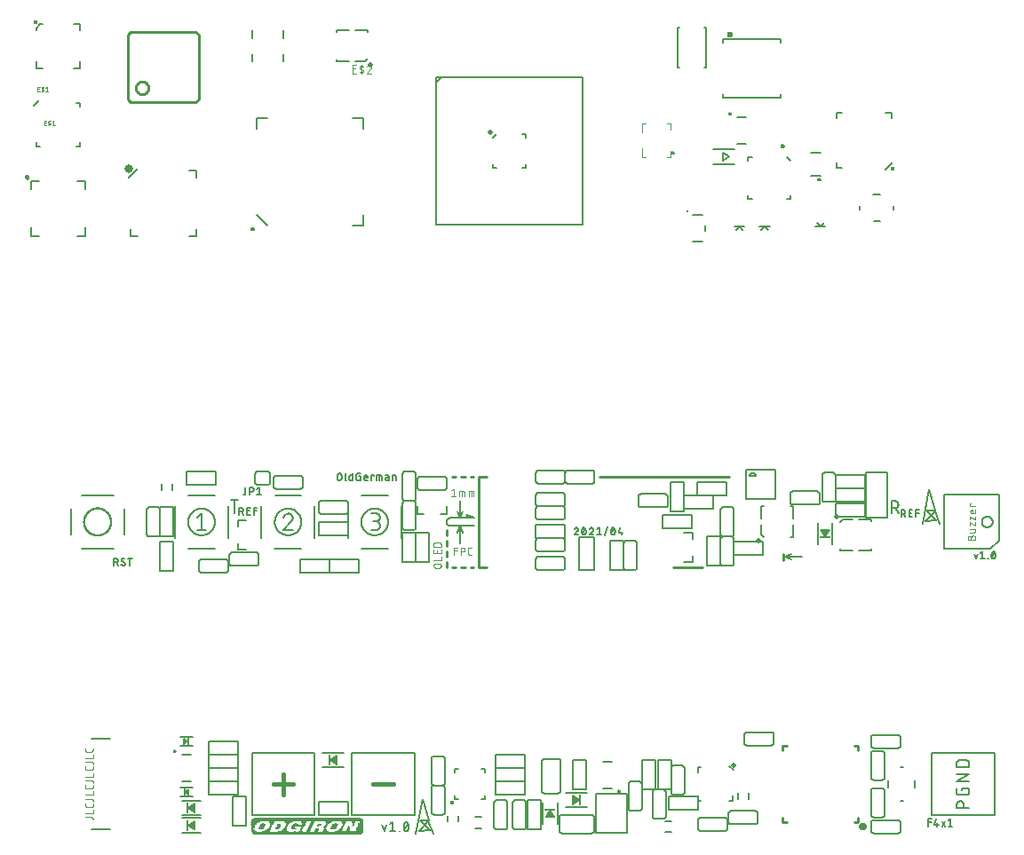
<source format=gbr>
G04 EAGLE Gerber RS-274X export*
G75*
%MOMM*%
%FSLAX34Y34*%
%LPD*%
%INSilkscreen Top*%
%IPPOS*%
%AMOC8*
5,1,8,0,0,1.08239X$1,22.5*%
G01*
%ADD10C,0.203200*%
%ADD11C,0.406400*%
%ADD12C,0.152400*%
%ADD13C,0.076200*%
%ADD14R,10.180319X0.030481*%
%ADD15R,10.302238X0.030475*%
%ADD16R,10.363200X0.030481*%
%ADD17R,10.424156X0.030481*%
%ADD18R,10.485119X0.030475*%
%ADD19R,10.546081X0.030481*%
%ADD20R,0.579119X0.030475*%
%ADD21R,2.712719X0.030475*%
%ADD22R,3.535681X0.030475*%
%ADD23R,2.804163X0.030475*%
%ADD24R,0.457200X0.030481*%
%ADD25R,0.609600X0.030481*%
%ADD26R,0.975356X0.030481*%
%ADD27R,0.152400X0.030481*%
%ADD28R,0.274319X0.030481*%
%ADD29R,0.365762X0.030481*%
%ADD30R,0.548638X0.030481*%
%ADD31R,2.651763X0.030481*%
%ADD32R,0.396238X0.030481*%
%ADD33R,0.792481X0.030481*%
%ADD34R,0.060956X0.030481*%
%ADD35R,0.243838X0.030481*%
%ADD36R,0.304800X0.030481*%
%ADD37R,0.518156X0.030481*%
%ADD38R,0.426719X0.030481*%
%ADD39R,0.762000X0.030481*%
%ADD40R,0.365756X0.030475*%
%ADD41R,0.457200X0.030475*%
%ADD42R,0.670556X0.030475*%
%ADD43R,0.274319X0.030475*%
%ADD44R,0.426719X0.030475*%
%ADD45R,0.396238X0.030475*%
%ADD46R,0.762000X0.030475*%
%ADD47R,0.335281X0.030481*%
%ADD48R,0.365756X0.030481*%
%ADD49R,0.731519X0.030481*%
%ADD50R,0.304800X0.030475*%
%ADD51R,0.487681X0.030475*%
%ADD52R,0.243838X0.030475*%
%ADD53R,0.335281X0.030475*%
%ADD54R,0.365762X0.030475*%
%ADD55R,0.731519X0.030475*%
%ADD56R,0.701037X0.030481*%
%ADD57R,0.213356X0.030481*%
%ADD58R,0.335275X0.030481*%
%ADD59R,0.213363X0.030481*%
%ADD60R,0.670556X0.030481*%
%ADD61R,0.213363X0.030475*%
%ADD62R,0.640075X0.030475*%
%ADD63R,0.640075X0.030481*%
%ADD64R,0.487681X0.030481*%
%ADD65R,0.182875X0.030481*%
%ADD66R,0.487675X0.030481*%
%ADD67R,0.518156X0.030475*%
%ADD68R,0.182875X0.030475*%
%ADD69R,0.152400X0.030475*%
%ADD70R,0.609600X0.030475*%
%ADD71R,0.182881X0.030481*%
%ADD72R,0.579119X0.030481*%
%ADD73R,0.213356X0.030475*%
%ADD74R,0.182881X0.030475*%
%ADD75R,0.091438X0.030475*%
%ADD76R,0.091438X0.030481*%
%ADD77R,0.548638X0.030475*%
%ADD78R,0.030475X0.030475*%
%ADD79R,0.518162X0.030481*%
%ADD80R,0.030475X0.030481*%
%ADD81R,0.060963X0.030481*%
%ADD82R,1.188719X0.030475*%
%ADD83R,0.518162X0.030475*%
%ADD84R,0.060963X0.030475*%
%ADD85R,1.158238X0.030481*%
%ADD86R,0.853438X0.030475*%
%ADD87R,0.792475X0.030475*%
%ADD88R,0.670563X0.030475*%
%ADD89R,1.036319X0.030481*%
%ADD90R,0.914400X0.030481*%
%ADD91R,0.640081X0.030481*%
%ADD92R,1.158238X0.030475*%
%ADD93R,2.865119X0.030475*%
%ADD94R,3.505200X0.030475*%
%ADD95R,0.792481X0.030475*%
%ADD96R,10.607038X0.030481*%
%ADD97R,10.546081X0.030475*%
%ADD98R,10.485119X0.030481*%
%ADD99R,10.424156X0.030475*%
%ADD100R,10.302238X0.030481*%
%ADD101R,10.180319X0.030475*%
%ADD102C,0.127000*%
%ADD103C,0.254000*%
%ADD104C,0.101600*%
%ADD105C,0.803212*%
%ADD106C,0.418906*%
%ADD107C,0.508000*%
%ADD108C,0.254000*%
%ADD109C,0.406400*%
%ADD110C,0.600000*%
%ADD111C,0.050800*%
%ADD112C,0.381000*%
%ADD113R,0.200000X1.000000*%
%ADD114R,0.200000X0.800000*%
%ADD115R,1.000000X0.200000*%

G36*
X781046Y352765D02*
X781046Y352765D01*
X781073Y352765D01*
X781184Y352797D01*
X781297Y352823D01*
X781320Y352836D01*
X781346Y352844D01*
X781444Y352906D01*
X781545Y352962D01*
X781561Y352980D01*
X781586Y352995D01*
X781771Y353203D01*
X781775Y353207D01*
X783775Y356207D01*
X783806Y356271D01*
X783846Y356331D01*
X783867Y356399D01*
X783898Y356463D01*
X783910Y356534D01*
X783931Y356602D01*
X783933Y356673D01*
X783945Y356744D01*
X783937Y356815D01*
X783939Y356886D01*
X783921Y356955D01*
X783912Y357026D01*
X783885Y357092D01*
X783867Y357161D01*
X783830Y357222D01*
X783803Y357288D01*
X783758Y357344D01*
X783722Y357406D01*
X783670Y357455D01*
X783625Y357510D01*
X783567Y357551D01*
X783514Y357600D01*
X783451Y357633D01*
X783393Y357674D01*
X783325Y357697D01*
X783261Y357730D01*
X783202Y357740D01*
X783124Y357767D01*
X783005Y357773D01*
X782930Y357785D01*
X778930Y357785D01*
X778859Y357775D01*
X778787Y357775D01*
X778719Y357755D01*
X778649Y357745D01*
X778583Y357716D01*
X778514Y357696D01*
X778454Y357658D01*
X778389Y357629D01*
X778334Y357583D01*
X778274Y357545D01*
X778226Y357492D01*
X778172Y357446D01*
X778132Y357386D01*
X778085Y357332D01*
X778054Y357268D01*
X778015Y357209D01*
X777993Y357141D01*
X777962Y357076D01*
X777950Y357006D01*
X777929Y356938D01*
X777927Y356866D01*
X777915Y356796D01*
X777923Y356725D01*
X777921Y356654D01*
X777940Y356584D01*
X777948Y356513D01*
X777973Y356458D01*
X777993Y356379D01*
X778054Y356276D01*
X778085Y356207D01*
X780085Y353207D01*
X780162Y353120D01*
X780235Y353030D01*
X780257Y353015D01*
X780275Y352995D01*
X780372Y352933D01*
X780467Y352866D01*
X780493Y352858D01*
X780515Y352843D01*
X780626Y352811D01*
X780736Y352773D01*
X780763Y352772D01*
X780788Y352765D01*
X780904Y352765D01*
X781020Y352759D01*
X781046Y352765D01*
G37*
G36*
X314079Y136053D02*
X314079Y136053D01*
X314150Y136051D01*
X314219Y136069D01*
X314290Y136078D01*
X314356Y136105D01*
X314425Y136123D01*
X314486Y136160D01*
X314552Y136187D01*
X314608Y136232D01*
X314670Y136269D01*
X314719Y136320D01*
X314774Y136365D01*
X314815Y136424D01*
X314864Y136476D01*
X314897Y136539D01*
X314938Y136597D01*
X314961Y136665D01*
X314994Y136729D01*
X315004Y136788D01*
X315031Y136866D01*
X315037Y136985D01*
X315049Y137060D01*
X315049Y141060D01*
X315039Y141131D01*
X315039Y141203D01*
X315019Y141271D01*
X315009Y141342D01*
X314980Y141407D01*
X314960Y141476D01*
X314922Y141536D01*
X314893Y141601D01*
X314847Y141656D01*
X314809Y141716D01*
X314756Y141764D01*
X314710Y141818D01*
X314650Y141858D01*
X314596Y141905D01*
X314532Y141936D01*
X314473Y141976D01*
X314405Y141997D01*
X314340Y142028D01*
X314270Y142040D01*
X314202Y142061D01*
X314130Y142063D01*
X314060Y142075D01*
X313989Y142067D01*
X313918Y142069D01*
X313848Y142050D01*
X313777Y142042D01*
X313722Y142017D01*
X313643Y141997D01*
X313540Y141936D01*
X313471Y141905D01*
X310471Y139905D01*
X310384Y139828D01*
X310294Y139755D01*
X310279Y139733D01*
X310259Y139715D01*
X310197Y139618D01*
X310130Y139523D01*
X310122Y139497D01*
X310107Y139475D01*
X310075Y139364D01*
X310037Y139254D01*
X310036Y139227D01*
X310029Y139202D01*
X310029Y139086D01*
X310023Y138970D01*
X310029Y138944D01*
X310029Y138917D01*
X310061Y138806D01*
X310087Y138693D01*
X310100Y138670D01*
X310108Y138644D01*
X310170Y138546D01*
X310226Y138445D01*
X310244Y138429D01*
X310259Y138404D01*
X310467Y138219D01*
X310471Y138215D01*
X313471Y136215D01*
X313535Y136184D01*
X313595Y136145D01*
X313663Y136123D01*
X313727Y136092D01*
X313798Y136080D01*
X313866Y136059D01*
X313937Y136057D01*
X314008Y136045D01*
X314079Y136053D01*
G37*
G36*
X542235Y97953D02*
X542235Y97953D01*
X542306Y97951D01*
X542376Y97970D01*
X542447Y97978D01*
X542502Y98003D01*
X542581Y98023D01*
X542684Y98084D01*
X542753Y98115D01*
X545753Y100115D01*
X545840Y100192D01*
X545930Y100265D01*
X545945Y100287D01*
X545965Y100305D01*
X546027Y100402D01*
X546094Y100497D01*
X546102Y100523D01*
X546117Y100545D01*
X546149Y100656D01*
X546187Y100766D01*
X546188Y100793D01*
X546195Y100818D01*
X546195Y100934D01*
X546201Y101050D01*
X546195Y101076D01*
X546195Y101103D01*
X546163Y101214D01*
X546137Y101327D01*
X546124Y101350D01*
X546116Y101376D01*
X546054Y101474D01*
X545998Y101575D01*
X545980Y101591D01*
X545965Y101616D01*
X545757Y101801D01*
X545753Y101805D01*
X542753Y103805D01*
X542689Y103836D01*
X542629Y103876D01*
X542561Y103897D01*
X542497Y103928D01*
X542426Y103940D01*
X542358Y103961D01*
X542287Y103963D01*
X542217Y103975D01*
X542145Y103967D01*
X542074Y103969D01*
X542005Y103951D01*
X541934Y103942D01*
X541868Y103915D01*
X541799Y103897D01*
X541738Y103860D01*
X541672Y103833D01*
X541616Y103788D01*
X541554Y103752D01*
X541505Y103700D01*
X541450Y103655D01*
X541409Y103597D01*
X541360Y103544D01*
X541327Y103481D01*
X541286Y103423D01*
X541263Y103355D01*
X541230Y103291D01*
X541220Y103232D01*
X541193Y103154D01*
X541187Y103035D01*
X541175Y102960D01*
X541175Y98960D01*
X541185Y98889D01*
X541185Y98817D01*
X541205Y98749D01*
X541215Y98679D01*
X541244Y98613D01*
X541264Y98544D01*
X541302Y98484D01*
X541331Y98419D01*
X541377Y98364D01*
X541415Y98304D01*
X541469Y98256D01*
X541515Y98202D01*
X541574Y98162D01*
X541628Y98115D01*
X541692Y98084D01*
X541751Y98045D01*
X541820Y98023D01*
X541884Y97992D01*
X541954Y97980D01*
X542022Y97959D01*
X542094Y97957D01*
X542165Y97945D01*
X542235Y97953D01*
G37*
G36*
X179205Y90333D02*
X179205Y90333D01*
X179276Y90331D01*
X179345Y90349D01*
X179416Y90358D01*
X179482Y90385D01*
X179551Y90403D01*
X179612Y90440D01*
X179678Y90467D01*
X179734Y90512D01*
X179796Y90549D01*
X179845Y90600D01*
X179900Y90645D01*
X179941Y90704D01*
X179990Y90756D01*
X180023Y90819D01*
X180064Y90877D01*
X180087Y90945D01*
X180120Y91009D01*
X180130Y91068D01*
X180157Y91146D01*
X180163Y91265D01*
X180175Y91340D01*
X180175Y95340D01*
X180165Y95411D01*
X180165Y95483D01*
X180145Y95551D01*
X180135Y95622D01*
X180106Y95687D01*
X180086Y95756D01*
X180048Y95816D01*
X180019Y95881D01*
X179973Y95936D01*
X179935Y95996D01*
X179882Y96044D01*
X179836Y96098D01*
X179776Y96138D01*
X179722Y96185D01*
X179658Y96216D01*
X179599Y96256D01*
X179531Y96277D01*
X179466Y96308D01*
X179396Y96320D01*
X179328Y96341D01*
X179256Y96343D01*
X179186Y96355D01*
X179115Y96347D01*
X179044Y96349D01*
X178974Y96330D01*
X178903Y96322D01*
X178848Y96297D01*
X178769Y96277D01*
X178666Y96216D01*
X178597Y96185D01*
X175597Y94185D01*
X175510Y94108D01*
X175420Y94035D01*
X175405Y94013D01*
X175385Y93995D01*
X175323Y93898D01*
X175256Y93803D01*
X175248Y93777D01*
X175233Y93755D01*
X175201Y93644D01*
X175163Y93534D01*
X175162Y93507D01*
X175155Y93482D01*
X175155Y93366D01*
X175149Y93250D01*
X175155Y93224D01*
X175155Y93197D01*
X175187Y93086D01*
X175213Y92973D01*
X175226Y92950D01*
X175234Y92924D01*
X175296Y92826D01*
X175352Y92725D01*
X175370Y92709D01*
X175385Y92684D01*
X175593Y92499D01*
X175597Y92495D01*
X178597Y90495D01*
X178661Y90464D01*
X178721Y90425D01*
X178789Y90403D01*
X178853Y90372D01*
X178924Y90360D01*
X178992Y90339D01*
X179063Y90337D01*
X179134Y90325D01*
X179205Y90333D01*
G37*
G36*
X520861Y85255D02*
X520861Y85255D01*
X520933Y85255D01*
X521001Y85275D01*
X521072Y85285D01*
X521137Y85314D01*
X521206Y85334D01*
X521266Y85372D01*
X521331Y85401D01*
X521386Y85447D01*
X521446Y85485D01*
X521494Y85539D01*
X521548Y85585D01*
X521588Y85644D01*
X521635Y85698D01*
X521666Y85762D01*
X521706Y85821D01*
X521727Y85890D01*
X521758Y85954D01*
X521770Y86024D01*
X521791Y86092D01*
X521793Y86164D01*
X521805Y86235D01*
X521797Y86305D01*
X521799Y86376D01*
X521780Y86446D01*
X521772Y86517D01*
X521747Y86572D01*
X521727Y86651D01*
X521666Y86754D01*
X521635Y86823D01*
X519635Y89823D01*
X519558Y89910D01*
X519485Y90000D01*
X519463Y90015D01*
X519445Y90035D01*
X519348Y90097D01*
X519253Y90164D01*
X519227Y90172D01*
X519205Y90187D01*
X519094Y90219D01*
X518984Y90257D01*
X518957Y90258D01*
X518932Y90265D01*
X518816Y90265D01*
X518700Y90271D01*
X518674Y90265D01*
X518647Y90265D01*
X518536Y90233D01*
X518423Y90207D01*
X518400Y90194D01*
X518374Y90186D01*
X518276Y90124D01*
X518175Y90068D01*
X518159Y90050D01*
X518134Y90035D01*
X517949Y89827D01*
X517945Y89823D01*
X515945Y86823D01*
X515914Y86759D01*
X515875Y86699D01*
X515853Y86631D01*
X515822Y86567D01*
X515810Y86496D01*
X515789Y86428D01*
X515787Y86357D01*
X515775Y86287D01*
X515783Y86215D01*
X515781Y86144D01*
X515799Y86075D01*
X515808Y86004D01*
X515835Y85938D01*
X515853Y85869D01*
X515890Y85808D01*
X515917Y85742D01*
X515962Y85686D01*
X515999Y85624D01*
X516050Y85575D01*
X516095Y85520D01*
X516154Y85479D01*
X516206Y85430D01*
X516269Y85397D01*
X516327Y85356D01*
X516395Y85333D01*
X516459Y85300D01*
X516518Y85290D01*
X516596Y85263D01*
X516715Y85257D01*
X516790Y85245D01*
X520790Y85245D01*
X520861Y85255D01*
G37*
G36*
X179205Y73823D02*
X179205Y73823D01*
X179276Y73821D01*
X179345Y73839D01*
X179416Y73848D01*
X179482Y73875D01*
X179551Y73893D01*
X179612Y73930D01*
X179678Y73957D01*
X179734Y74002D01*
X179796Y74039D01*
X179845Y74090D01*
X179900Y74135D01*
X179941Y74194D01*
X179990Y74246D01*
X180023Y74309D01*
X180064Y74367D01*
X180087Y74435D01*
X180120Y74499D01*
X180130Y74558D01*
X180157Y74636D01*
X180163Y74755D01*
X180175Y74830D01*
X180175Y78830D01*
X180165Y78901D01*
X180165Y78973D01*
X180145Y79041D01*
X180135Y79112D01*
X180106Y79177D01*
X180086Y79246D01*
X180048Y79306D01*
X180019Y79371D01*
X179973Y79426D01*
X179935Y79486D01*
X179882Y79534D01*
X179836Y79588D01*
X179776Y79628D01*
X179722Y79675D01*
X179658Y79706D01*
X179599Y79746D01*
X179531Y79767D01*
X179466Y79798D01*
X179396Y79810D01*
X179328Y79831D01*
X179256Y79833D01*
X179186Y79845D01*
X179115Y79837D01*
X179044Y79839D01*
X178974Y79820D01*
X178903Y79812D01*
X178848Y79787D01*
X178769Y79767D01*
X178666Y79706D01*
X178597Y79675D01*
X175597Y77675D01*
X175510Y77598D01*
X175420Y77525D01*
X175405Y77503D01*
X175385Y77485D01*
X175323Y77388D01*
X175256Y77293D01*
X175248Y77267D01*
X175233Y77245D01*
X175201Y77134D01*
X175163Y77024D01*
X175162Y76997D01*
X175155Y76972D01*
X175155Y76856D01*
X175149Y76740D01*
X175155Y76714D01*
X175155Y76687D01*
X175187Y76576D01*
X175213Y76463D01*
X175226Y76440D01*
X175234Y76414D01*
X175296Y76316D01*
X175352Y76215D01*
X175370Y76199D01*
X175385Y76174D01*
X175593Y75989D01*
X175597Y75985D01*
X178597Y73985D01*
X178661Y73954D01*
X178721Y73915D01*
X178789Y73893D01*
X178853Y73862D01*
X178924Y73850D01*
X178992Y73829D01*
X179063Y73827D01*
X179134Y73815D01*
X179205Y73823D01*
G37*
G36*
X636516Y716160D02*
X636516Y716160D01*
X636566Y716179D01*
X636667Y716209D01*
X637015Y716387D01*
X637057Y716420D01*
X637143Y716480D01*
X637420Y716757D01*
X637450Y716801D01*
X637513Y716885D01*
X637691Y717233D01*
X637705Y717285D01*
X637740Y717384D01*
X637801Y717771D01*
X637799Y717825D01*
X637801Y717929D01*
X637740Y718316D01*
X637721Y718366D01*
X637691Y718467D01*
X637513Y718815D01*
X637480Y718857D01*
X637420Y718943D01*
X637143Y719220D01*
X637099Y719250D01*
X637015Y719313D01*
X636667Y719491D01*
X636615Y719505D01*
X636516Y719540D01*
X636129Y719601D01*
X636075Y719599D01*
X635971Y719601D01*
X635584Y719540D01*
X635534Y719521D01*
X635433Y719491D01*
X635085Y719313D01*
X635043Y719280D01*
X634957Y719220D01*
X634680Y718943D01*
X634650Y718899D01*
X634587Y718815D01*
X634409Y718467D01*
X634395Y718415D01*
X634360Y718316D01*
X634299Y717929D01*
X634301Y717875D01*
X634299Y717771D01*
X634360Y717384D01*
X634379Y717334D01*
X634409Y717233D01*
X634587Y716885D01*
X634620Y716843D01*
X634680Y716757D01*
X634957Y716480D01*
X635001Y716450D01*
X635085Y716387D01*
X635433Y716209D01*
X635485Y716195D01*
X635584Y716160D01*
X635971Y716099D01*
X636025Y716101D01*
X636129Y716099D01*
X636516Y716160D01*
G37*
G36*
X170082Y154093D02*
X170082Y154093D01*
X170111Y154089D01*
X170151Y154106D01*
X170193Y154113D01*
X170228Y154139D01*
X170240Y154144D01*
X170245Y154151D01*
X170259Y154161D01*
X172759Y156661D01*
X172767Y156675D01*
X172779Y156684D01*
X172800Y156736D01*
X172827Y156784D01*
X172826Y156800D01*
X172832Y156815D01*
X172822Y156869D01*
X172819Y156925D01*
X172809Y156938D01*
X172807Y156953D01*
X172759Y157019D01*
X170259Y159519D01*
X170221Y159540D01*
X170189Y159569D01*
X170160Y159573D01*
X170136Y159587D01*
X170092Y159584D01*
X170049Y159591D01*
X170023Y159580D01*
X169995Y159579D01*
X169960Y159553D01*
X169920Y159536D01*
X169904Y159513D01*
X169881Y159496D01*
X169864Y159456D01*
X169840Y159420D01*
X169833Y159377D01*
X169828Y159365D01*
X169830Y159357D01*
X169827Y159340D01*
X169827Y154340D01*
X169839Y154298D01*
X169841Y154255D01*
X169858Y154232D01*
X169866Y154205D01*
X169898Y154176D01*
X169924Y154141D01*
X169950Y154130D01*
X169971Y154111D01*
X170014Y154104D01*
X170055Y154088D01*
X170082Y154093D01*
G37*
G36*
X174137Y105840D02*
X174137Y105840D01*
X174165Y105841D01*
X174200Y105867D01*
X174240Y105884D01*
X174256Y105907D01*
X174279Y105924D01*
X174296Y105964D01*
X174320Y106000D01*
X174327Y106043D01*
X174332Y106055D01*
X174330Y106063D01*
X174333Y106080D01*
X174333Y111080D01*
X174321Y111122D01*
X174319Y111165D01*
X174302Y111188D01*
X174294Y111215D01*
X174262Y111244D01*
X174236Y111279D01*
X174210Y111290D01*
X174189Y111309D01*
X174146Y111316D01*
X174105Y111332D01*
X174078Y111327D01*
X174049Y111331D01*
X174009Y111314D01*
X173967Y111307D01*
X173932Y111281D01*
X173920Y111276D01*
X173915Y111269D01*
X173901Y111259D01*
X171401Y108759D01*
X171393Y108745D01*
X171381Y108736D01*
X171360Y108684D01*
X171333Y108636D01*
X171334Y108620D01*
X171328Y108605D01*
X171338Y108551D01*
X171341Y108495D01*
X171351Y108482D01*
X171353Y108467D01*
X171401Y108401D01*
X173901Y105901D01*
X173939Y105880D01*
X173971Y105851D01*
X174000Y105847D01*
X174024Y105833D01*
X174068Y105836D01*
X174111Y105829D01*
X174137Y105840D01*
G37*
G36*
X690806Y753728D02*
X690806Y753728D01*
X690807Y753729D01*
X690809Y753729D01*
X691192Y753887D01*
X691193Y753889D01*
X691195Y753889D01*
X691523Y754141D01*
X691524Y754143D01*
X691526Y754143D01*
X691778Y754472D01*
X691778Y754474D01*
X691779Y754475D01*
X691938Y754858D01*
X691937Y754860D01*
X691939Y754861D01*
X691993Y755271D01*
X691993Y755272D01*
X691992Y755272D01*
X691992Y755273D01*
X691993Y755275D01*
X691939Y755685D01*
X691937Y755687D01*
X691938Y755688D01*
X691779Y756071D01*
X691777Y756072D01*
X691778Y756074D01*
X691526Y756403D01*
X691523Y756403D01*
X691523Y756405D01*
X691195Y756657D01*
X691192Y756657D01*
X691192Y756659D01*
X690809Y756817D01*
X690807Y756817D01*
X690806Y756818D01*
X690395Y756872D01*
X690393Y756871D01*
X690392Y756872D01*
X689981Y756818D01*
X689980Y756817D01*
X689978Y756817D01*
X689595Y756659D01*
X689594Y756657D01*
X689592Y756657D01*
X689264Y756405D01*
X689263Y756403D01*
X689262Y756403D01*
X689009Y756074D01*
X689009Y756072D01*
X689008Y756071D01*
X688849Y755688D01*
X688850Y755686D01*
X688848Y755685D01*
X688794Y755275D01*
X688795Y755273D01*
X688794Y755271D01*
X688848Y754861D01*
X688850Y754859D01*
X688849Y754858D01*
X689008Y754475D01*
X689010Y754474D01*
X689009Y754472D01*
X689262Y754143D01*
X689264Y754143D01*
X689264Y754141D01*
X689592Y753889D01*
X689595Y753889D01*
X689595Y753887D01*
X689978Y753729D01*
X689980Y753729D01*
X689981Y753728D01*
X690392Y753674D01*
X690394Y753675D01*
X690395Y753674D01*
X690806Y753728D01*
G37*
G36*
X161380Y145770D02*
X161380Y145770D01*
X161381Y145771D01*
X161383Y145771D01*
X161766Y145929D01*
X161767Y145931D01*
X161769Y145931D01*
X162097Y146183D01*
X162098Y146185D01*
X162100Y146185D01*
X162352Y146514D01*
X162352Y146516D01*
X162353Y146517D01*
X162512Y146900D01*
X162511Y146902D01*
X162513Y146903D01*
X162567Y147313D01*
X162567Y147314D01*
X162566Y147314D01*
X162566Y147315D01*
X162567Y147317D01*
X162513Y147727D01*
X162511Y147729D01*
X162512Y147730D01*
X162353Y148113D01*
X162351Y148114D01*
X162352Y148116D01*
X162100Y148445D01*
X162097Y148445D01*
X162097Y148447D01*
X161769Y148699D01*
X161766Y148699D01*
X161766Y148701D01*
X161383Y148859D01*
X161381Y148859D01*
X161380Y148860D01*
X160969Y148914D01*
X160967Y148913D01*
X160966Y148914D01*
X160555Y148860D01*
X160554Y148859D01*
X160552Y148859D01*
X160169Y148701D01*
X160168Y148699D01*
X160166Y148699D01*
X159838Y148447D01*
X159837Y148445D01*
X159836Y148445D01*
X159583Y148116D01*
X159583Y148114D01*
X159582Y148113D01*
X159423Y147730D01*
X159424Y147728D01*
X159422Y147727D01*
X159368Y147317D01*
X159369Y147315D01*
X159368Y147313D01*
X159422Y146903D01*
X159424Y146901D01*
X159423Y146900D01*
X159582Y146517D01*
X159584Y146516D01*
X159583Y146514D01*
X159836Y146185D01*
X159838Y146185D01*
X159838Y146183D01*
X160166Y145931D01*
X160169Y145931D01*
X160169Y145929D01*
X160552Y145771D01*
X160554Y145771D01*
X160555Y145770D01*
X160966Y145716D01*
X160968Y145717D01*
X160969Y145716D01*
X161380Y145770D01*
G37*
G36*
X584925Y107670D02*
X584925Y107670D01*
X584926Y107671D01*
X584928Y107671D01*
X585311Y107829D01*
X585312Y107831D01*
X585314Y107831D01*
X585642Y108083D01*
X585643Y108085D01*
X585645Y108085D01*
X585897Y108414D01*
X585897Y108416D01*
X585898Y108417D01*
X586057Y108800D01*
X586056Y108802D01*
X586058Y108803D01*
X586112Y109213D01*
X586112Y109214D01*
X586111Y109214D01*
X586111Y109215D01*
X586112Y109217D01*
X586058Y109627D01*
X586056Y109629D01*
X586057Y109630D01*
X585898Y110013D01*
X585896Y110014D01*
X585897Y110016D01*
X585645Y110345D01*
X585642Y110345D01*
X585642Y110347D01*
X585314Y110599D01*
X585311Y110599D01*
X585311Y110601D01*
X584928Y110759D01*
X584926Y110759D01*
X584925Y110760D01*
X584514Y110814D01*
X584512Y110813D01*
X584511Y110814D01*
X584100Y110760D01*
X584099Y110759D01*
X584097Y110759D01*
X583714Y110601D01*
X583713Y110599D01*
X583711Y110599D01*
X583383Y110347D01*
X583382Y110345D01*
X583381Y110345D01*
X583128Y110016D01*
X583128Y110014D01*
X583127Y110013D01*
X582968Y109630D01*
X582969Y109628D01*
X582967Y109627D01*
X582913Y109217D01*
X582914Y109215D01*
X582913Y109213D01*
X582967Y108803D01*
X582969Y108801D01*
X582968Y108800D01*
X583127Y108417D01*
X583129Y108416D01*
X583128Y108414D01*
X583381Y108085D01*
X583383Y108085D01*
X583383Y108083D01*
X583711Y107831D01*
X583714Y107831D01*
X583714Y107829D01*
X584097Y107671D01*
X584099Y107671D01*
X584100Y107670D01*
X584511Y107616D01*
X584513Y107617D01*
X584514Y107616D01*
X584925Y107670D01*
G37*
D10*
X391028Y69210D02*
X397378Y102230D01*
X403220Y81910D01*
X394838Y81148D01*
X403982Y72004D01*
X393822Y71242D01*
X402712Y80386D01*
X407538Y69210D01*
D11*
X274188Y116031D02*
X254884Y116031D01*
X264536Y106379D02*
X264536Y125683D01*
X349880Y116031D02*
X369184Y116031D01*
D10*
X906521Y93318D02*
X918459Y93318D01*
X906521Y93318D02*
X906521Y96634D01*
X906523Y96748D01*
X906529Y96863D01*
X906539Y96977D01*
X906553Y97090D01*
X906570Y97204D01*
X906592Y97316D01*
X906617Y97428D01*
X906647Y97538D01*
X906680Y97648D01*
X906717Y97756D01*
X906757Y97863D01*
X906802Y97969D01*
X906849Y98073D01*
X906901Y98175D01*
X906956Y98275D01*
X907014Y98374D01*
X907076Y98470D01*
X907141Y98565D01*
X907209Y98656D01*
X907281Y98746D01*
X907355Y98833D01*
X907432Y98917D01*
X907513Y98999D01*
X907596Y99078D01*
X907681Y99154D01*
X907770Y99227D01*
X907860Y99296D01*
X907953Y99363D01*
X908049Y99426D01*
X908146Y99486D01*
X908246Y99543D01*
X908347Y99596D01*
X908450Y99646D01*
X908555Y99692D01*
X908661Y99735D01*
X908769Y99773D01*
X908878Y99808D01*
X908988Y99839D01*
X909099Y99867D01*
X909211Y99890D01*
X909324Y99910D01*
X909437Y99926D01*
X909551Y99938D01*
X909665Y99946D01*
X909780Y99950D01*
X909894Y99950D01*
X910009Y99946D01*
X910123Y99938D01*
X910237Y99926D01*
X910350Y99910D01*
X910463Y99890D01*
X910575Y99867D01*
X910686Y99839D01*
X910796Y99808D01*
X910905Y99773D01*
X911013Y99735D01*
X911119Y99692D01*
X911224Y99646D01*
X911327Y99596D01*
X911428Y99543D01*
X911528Y99486D01*
X911625Y99426D01*
X911721Y99363D01*
X911814Y99296D01*
X911904Y99227D01*
X911993Y99154D01*
X912078Y99078D01*
X912161Y98999D01*
X912242Y98917D01*
X912319Y98833D01*
X912393Y98746D01*
X912465Y98656D01*
X912533Y98565D01*
X912598Y98470D01*
X912660Y98374D01*
X912718Y98275D01*
X912773Y98175D01*
X912825Y98073D01*
X912872Y97969D01*
X912917Y97863D01*
X912957Y97756D01*
X912994Y97648D01*
X913027Y97538D01*
X913057Y97428D01*
X913082Y97316D01*
X913104Y97204D01*
X913121Y97090D01*
X913135Y96977D01*
X913145Y96863D01*
X913151Y96748D01*
X913153Y96634D01*
X913153Y93318D01*
X911827Y110271D02*
X911827Y112260D01*
X918459Y112260D01*
X918459Y108281D01*
X918457Y108179D01*
X918451Y108078D01*
X918441Y107977D01*
X918428Y107876D01*
X918410Y107776D01*
X918389Y107677D01*
X918364Y107578D01*
X918335Y107481D01*
X918303Y107384D01*
X918267Y107289D01*
X918227Y107196D01*
X918184Y107104D01*
X918137Y107014D01*
X918086Y106925D01*
X918033Y106839D01*
X917976Y106755D01*
X917916Y106673D01*
X917853Y106593D01*
X917787Y106516D01*
X917718Y106441D01*
X917646Y106369D01*
X917571Y106300D01*
X917494Y106234D01*
X917414Y106171D01*
X917332Y106111D01*
X917248Y106054D01*
X917162Y106001D01*
X917073Y105950D01*
X916983Y105903D01*
X916891Y105860D01*
X916798Y105820D01*
X916703Y105784D01*
X916606Y105752D01*
X916509Y105723D01*
X916410Y105698D01*
X916311Y105677D01*
X916211Y105659D01*
X916110Y105646D01*
X916009Y105636D01*
X915908Y105630D01*
X915806Y105628D01*
X909174Y105628D01*
X909072Y105630D01*
X908971Y105636D01*
X908870Y105646D01*
X908769Y105659D01*
X908669Y105677D01*
X908570Y105698D01*
X908471Y105723D01*
X908374Y105752D01*
X908277Y105784D01*
X908182Y105820D01*
X908089Y105860D01*
X907997Y105903D01*
X907907Y105950D01*
X907818Y106001D01*
X907732Y106054D01*
X907648Y106111D01*
X907566Y106171D01*
X907486Y106234D01*
X907409Y106300D01*
X907334Y106369D01*
X907262Y106441D01*
X907193Y106516D01*
X907127Y106593D01*
X907064Y106673D01*
X907004Y106755D01*
X906947Y106839D01*
X906894Y106925D01*
X906843Y107014D01*
X906796Y107104D01*
X906753Y107196D01*
X906713Y107289D01*
X906677Y107384D01*
X906645Y107480D01*
X906616Y107578D01*
X906591Y107676D01*
X906570Y107776D01*
X906552Y107876D01*
X906539Y107977D01*
X906529Y108078D01*
X906523Y108179D01*
X906521Y108281D01*
X906521Y112260D01*
X906521Y119039D02*
X918459Y119039D01*
X918459Y125671D02*
X906521Y119039D01*
X906521Y125671D02*
X918459Y125671D01*
X918459Y132450D02*
X906521Y132450D01*
X906521Y135766D01*
X906523Y135879D01*
X906529Y135992D01*
X906538Y136105D01*
X906552Y136218D01*
X906569Y136329D01*
X906590Y136441D01*
X906615Y136551D01*
X906644Y136661D01*
X906676Y136769D01*
X906712Y136876D01*
X906752Y136982D01*
X906796Y137087D01*
X906842Y137190D01*
X906893Y137292D01*
X906947Y137391D01*
X907004Y137489D01*
X907064Y137585D01*
X907128Y137678D01*
X907195Y137770D01*
X907265Y137859D01*
X907338Y137945D01*
X907414Y138029D01*
X907492Y138111D01*
X907574Y138189D01*
X907658Y138265D01*
X907744Y138338D01*
X907833Y138408D01*
X907925Y138475D01*
X908018Y138539D01*
X908114Y138599D01*
X908212Y138656D01*
X908311Y138710D01*
X908413Y138761D01*
X908516Y138807D01*
X908621Y138851D01*
X908727Y138891D01*
X908834Y138927D01*
X908942Y138959D01*
X909052Y138988D01*
X909162Y139013D01*
X909274Y139034D01*
X909385Y139051D01*
X909498Y139065D01*
X909611Y139074D01*
X909724Y139080D01*
X909837Y139082D01*
X909837Y139083D02*
X915143Y139083D01*
X915143Y139082D02*
X915256Y139080D01*
X915369Y139074D01*
X915482Y139065D01*
X915595Y139051D01*
X915706Y139034D01*
X915818Y139013D01*
X915928Y138988D01*
X916038Y138959D01*
X916146Y138927D01*
X916253Y138891D01*
X916359Y138851D01*
X916464Y138807D01*
X916567Y138761D01*
X916669Y138710D01*
X916768Y138656D01*
X916866Y138599D01*
X916962Y138539D01*
X917055Y138475D01*
X917147Y138408D01*
X917236Y138338D01*
X917322Y138265D01*
X917406Y138189D01*
X917488Y138111D01*
X917566Y138029D01*
X917642Y137945D01*
X917715Y137859D01*
X917785Y137770D01*
X917852Y137678D01*
X917916Y137585D01*
X917976Y137489D01*
X918033Y137391D01*
X918087Y137292D01*
X918138Y137190D01*
X918184Y137087D01*
X918228Y136982D01*
X918268Y136876D01*
X918304Y136769D01*
X918336Y136661D01*
X918365Y136551D01*
X918390Y136441D01*
X918411Y136329D01*
X918428Y136218D01*
X918442Y136105D01*
X918451Y135992D01*
X918457Y135879D01*
X918459Y135766D01*
X918459Y132450D01*
D12*
X360715Y71242D02*
X358795Y76999D01*
X362634Y76999D02*
X360715Y71242D01*
X366545Y77959D02*
X368944Y79878D01*
X368944Y71242D01*
X366545Y71242D02*
X371343Y71242D01*
X375105Y71242D02*
X375105Y71722D01*
X375585Y71722D01*
X375585Y71242D01*
X375105Y71242D01*
X379346Y75560D02*
X379348Y75730D01*
X379354Y75900D01*
X379364Y76069D01*
X379378Y76239D01*
X379397Y76408D01*
X379419Y76576D01*
X379445Y76744D01*
X379475Y76911D01*
X379510Y77077D01*
X379548Y77243D01*
X379590Y77408D01*
X379636Y77571D01*
X379686Y77734D01*
X379740Y77895D01*
X379797Y78055D01*
X379859Y78213D01*
X379924Y78370D01*
X379993Y78525D01*
X380066Y78679D01*
X380067Y78679D02*
X380095Y78755D01*
X380127Y78830D01*
X380162Y78904D01*
X380200Y78976D01*
X380242Y79046D01*
X380287Y79114D01*
X380335Y79180D01*
X380386Y79244D01*
X380440Y79305D01*
X380496Y79364D01*
X380556Y79420D01*
X380617Y79473D01*
X380681Y79523D01*
X380748Y79571D01*
X380816Y79615D01*
X380887Y79656D01*
X380959Y79694D01*
X381033Y79728D01*
X381108Y79759D01*
X381185Y79787D01*
X381263Y79811D01*
X381342Y79831D01*
X381422Y79848D01*
X381502Y79861D01*
X381583Y79871D01*
X381664Y79876D01*
X381746Y79878D01*
X381828Y79876D01*
X381909Y79871D01*
X381990Y79861D01*
X382070Y79848D01*
X382150Y79831D01*
X382229Y79811D01*
X382307Y79787D01*
X382384Y79759D01*
X382459Y79728D01*
X382533Y79694D01*
X382605Y79656D01*
X382676Y79615D01*
X382744Y79571D01*
X382811Y79523D01*
X382875Y79473D01*
X382936Y79420D01*
X382996Y79364D01*
X383052Y79305D01*
X383106Y79244D01*
X383157Y79180D01*
X383205Y79114D01*
X383250Y79046D01*
X383292Y78976D01*
X383330Y78904D01*
X383365Y78830D01*
X383397Y78755D01*
X383425Y78679D01*
X383498Y78525D01*
X383567Y78370D01*
X383632Y78213D01*
X383694Y78055D01*
X383751Y77895D01*
X383805Y77734D01*
X383855Y77571D01*
X383901Y77408D01*
X383943Y77243D01*
X383981Y77077D01*
X384016Y76911D01*
X384046Y76744D01*
X384072Y76576D01*
X384094Y76408D01*
X384113Y76239D01*
X384127Y76069D01*
X384137Y75900D01*
X384143Y75730D01*
X384145Y75560D01*
X379347Y75560D02*
X379349Y75390D01*
X379355Y75220D01*
X379365Y75051D01*
X379379Y74881D01*
X379398Y74712D01*
X379420Y74544D01*
X379446Y74376D01*
X379476Y74209D01*
X379511Y74043D01*
X379549Y73877D01*
X379591Y73712D01*
X379637Y73549D01*
X379687Y73387D01*
X379741Y73225D01*
X379798Y73066D01*
X379860Y72907D01*
X379925Y72750D01*
X379994Y72595D01*
X380067Y72441D01*
X380095Y72365D01*
X380127Y72290D01*
X380162Y72216D01*
X380200Y72144D01*
X380242Y72074D01*
X380287Y72006D01*
X380335Y71940D01*
X380386Y71876D01*
X380440Y71815D01*
X380496Y71756D01*
X380556Y71700D01*
X380617Y71647D01*
X380681Y71597D01*
X380748Y71549D01*
X380816Y71505D01*
X380887Y71464D01*
X380959Y71426D01*
X381033Y71392D01*
X381108Y71361D01*
X381185Y71333D01*
X381263Y71309D01*
X381342Y71289D01*
X381422Y71272D01*
X381502Y71259D01*
X381583Y71249D01*
X381664Y71244D01*
X381746Y71242D01*
X383425Y72441D02*
X383498Y72595D01*
X383567Y72750D01*
X383632Y72907D01*
X383694Y73066D01*
X383751Y73225D01*
X383805Y73387D01*
X383855Y73549D01*
X383901Y73712D01*
X383943Y73877D01*
X383981Y74043D01*
X384016Y74209D01*
X384046Y74376D01*
X384072Y74544D01*
X384094Y74712D01*
X384113Y74881D01*
X384127Y75051D01*
X384137Y75220D01*
X384143Y75390D01*
X384145Y75560D01*
X383425Y72441D02*
X383397Y72365D01*
X383365Y72290D01*
X383330Y72216D01*
X383292Y72144D01*
X383250Y72074D01*
X383205Y72006D01*
X383157Y71940D01*
X383106Y71876D01*
X383052Y71815D01*
X382996Y71756D01*
X382936Y71700D01*
X382875Y71647D01*
X382811Y71597D01*
X382744Y71549D01*
X382676Y71505D01*
X382605Y71464D01*
X382533Y71426D01*
X382459Y71392D01*
X382384Y71361D01*
X382307Y71333D01*
X382229Y71309D01*
X382150Y71289D01*
X382070Y71272D01*
X381990Y71259D01*
X381909Y71249D01*
X381828Y71244D01*
X381746Y71242D01*
X379827Y73161D02*
X383665Y77959D01*
D13*
X81416Y84581D02*
X75687Y84581D01*
X81416Y84581D02*
X81494Y84579D01*
X81572Y84574D01*
X81649Y84564D01*
X81726Y84551D01*
X81802Y84535D01*
X81877Y84515D01*
X81951Y84491D01*
X82024Y84464D01*
X82096Y84433D01*
X82166Y84399D01*
X82235Y84362D01*
X82301Y84321D01*
X82366Y84277D01*
X82428Y84231D01*
X82488Y84181D01*
X82546Y84129D01*
X82601Y84074D01*
X82653Y84016D01*
X82703Y83956D01*
X82749Y83894D01*
X82793Y83829D01*
X82834Y83763D01*
X82871Y83694D01*
X82905Y83624D01*
X82936Y83552D01*
X82963Y83479D01*
X82987Y83405D01*
X83007Y83330D01*
X83023Y83254D01*
X83036Y83177D01*
X83046Y83100D01*
X83051Y83022D01*
X83053Y82944D01*
X83053Y82125D01*
X83053Y88275D02*
X75687Y88275D01*
X83053Y88275D02*
X83053Y91548D01*
X83053Y95969D02*
X83053Y97606D01*
X83053Y95969D02*
X83051Y95891D01*
X83046Y95813D01*
X83036Y95736D01*
X83023Y95659D01*
X83007Y95583D01*
X82987Y95508D01*
X82963Y95434D01*
X82936Y95361D01*
X82905Y95289D01*
X82871Y95219D01*
X82834Y95151D01*
X82793Y95084D01*
X82749Y95019D01*
X82703Y94957D01*
X82653Y94897D01*
X82601Y94839D01*
X82546Y94784D01*
X82488Y94732D01*
X82428Y94682D01*
X82366Y94636D01*
X82301Y94592D01*
X82235Y94551D01*
X82166Y94514D01*
X82096Y94480D01*
X82024Y94449D01*
X81951Y94422D01*
X81877Y94398D01*
X81802Y94378D01*
X81726Y94362D01*
X81649Y94349D01*
X81572Y94339D01*
X81494Y94334D01*
X81416Y94332D01*
X77324Y94332D01*
X77244Y94334D01*
X77164Y94340D01*
X77084Y94350D01*
X77005Y94363D01*
X76926Y94381D01*
X76849Y94402D01*
X76773Y94428D01*
X76698Y94457D01*
X76624Y94489D01*
X76552Y94525D01*
X76482Y94565D01*
X76415Y94608D01*
X76349Y94654D01*
X76286Y94704D01*
X76225Y94756D01*
X76166Y94811D01*
X76111Y94870D01*
X76059Y94930D01*
X76009Y94994D01*
X75963Y95059D01*
X75920Y95127D01*
X75880Y95197D01*
X75844Y95269D01*
X75812Y95343D01*
X75783Y95417D01*
X75758Y95494D01*
X75736Y95571D01*
X75718Y95650D01*
X75705Y95729D01*
X75695Y95808D01*
X75689Y95889D01*
X75687Y95969D01*
X75687Y97606D01*
X75687Y102137D02*
X81416Y102137D01*
X81494Y102135D01*
X81572Y102130D01*
X81649Y102120D01*
X81726Y102107D01*
X81802Y102091D01*
X81877Y102071D01*
X81951Y102047D01*
X82024Y102020D01*
X82096Y101989D01*
X82166Y101955D01*
X82235Y101918D01*
X82301Y101877D01*
X82366Y101833D01*
X82428Y101787D01*
X82488Y101737D01*
X82546Y101685D01*
X82601Y101630D01*
X82653Y101572D01*
X82703Y101512D01*
X82749Y101450D01*
X82793Y101385D01*
X82834Y101319D01*
X82871Y101250D01*
X82905Y101180D01*
X82936Y101108D01*
X82963Y101035D01*
X82987Y100961D01*
X83007Y100886D01*
X83023Y100810D01*
X83036Y100733D01*
X83046Y100656D01*
X83051Y100578D01*
X83053Y100500D01*
X83053Y99682D01*
X83053Y105831D02*
X75687Y105831D01*
X83053Y105831D02*
X83053Y109105D01*
X83053Y113525D02*
X83053Y115162D01*
X83053Y113525D02*
X83051Y113447D01*
X83046Y113369D01*
X83036Y113292D01*
X83023Y113215D01*
X83007Y113139D01*
X82987Y113064D01*
X82963Y112990D01*
X82936Y112917D01*
X82905Y112845D01*
X82871Y112775D01*
X82834Y112707D01*
X82793Y112640D01*
X82749Y112575D01*
X82703Y112513D01*
X82653Y112453D01*
X82601Y112395D01*
X82546Y112340D01*
X82488Y112288D01*
X82428Y112238D01*
X82366Y112192D01*
X82301Y112148D01*
X82235Y112107D01*
X82166Y112070D01*
X82096Y112036D01*
X82024Y112005D01*
X81951Y111978D01*
X81877Y111954D01*
X81802Y111934D01*
X81726Y111918D01*
X81649Y111905D01*
X81572Y111895D01*
X81494Y111890D01*
X81416Y111888D01*
X77324Y111888D01*
X77244Y111890D01*
X77164Y111896D01*
X77084Y111906D01*
X77005Y111919D01*
X76926Y111937D01*
X76849Y111958D01*
X76773Y111984D01*
X76698Y112013D01*
X76624Y112045D01*
X76552Y112081D01*
X76482Y112121D01*
X76415Y112164D01*
X76349Y112210D01*
X76286Y112260D01*
X76225Y112312D01*
X76166Y112367D01*
X76111Y112426D01*
X76059Y112486D01*
X76009Y112550D01*
X75963Y112615D01*
X75920Y112683D01*
X75880Y112753D01*
X75844Y112825D01*
X75812Y112899D01*
X75783Y112973D01*
X75758Y113050D01*
X75736Y113127D01*
X75718Y113206D01*
X75705Y113285D01*
X75695Y113364D01*
X75689Y113445D01*
X75687Y113525D01*
X75687Y115162D01*
X75687Y119693D02*
X81416Y119693D01*
X81416Y119694D02*
X81494Y119692D01*
X81572Y119687D01*
X81649Y119677D01*
X81726Y119664D01*
X81802Y119648D01*
X81877Y119628D01*
X81951Y119604D01*
X82024Y119577D01*
X82096Y119546D01*
X82166Y119512D01*
X82235Y119475D01*
X82301Y119434D01*
X82366Y119390D01*
X82428Y119344D01*
X82488Y119294D01*
X82546Y119242D01*
X82601Y119187D01*
X82653Y119129D01*
X82703Y119069D01*
X82749Y119007D01*
X82793Y118942D01*
X82834Y118876D01*
X82871Y118807D01*
X82905Y118737D01*
X82936Y118665D01*
X82963Y118592D01*
X82987Y118518D01*
X83007Y118443D01*
X83023Y118367D01*
X83036Y118290D01*
X83046Y118213D01*
X83051Y118135D01*
X83053Y118057D01*
X83053Y117238D01*
X83053Y123387D02*
X75687Y123387D01*
X83053Y123387D02*
X83053Y126661D01*
X83053Y131081D02*
X83053Y132718D01*
X83053Y131081D02*
X83051Y131003D01*
X83046Y130925D01*
X83036Y130848D01*
X83023Y130771D01*
X83007Y130695D01*
X82987Y130620D01*
X82963Y130546D01*
X82936Y130473D01*
X82905Y130401D01*
X82871Y130331D01*
X82834Y130263D01*
X82793Y130196D01*
X82749Y130131D01*
X82703Y130069D01*
X82653Y130009D01*
X82601Y129951D01*
X82546Y129896D01*
X82488Y129844D01*
X82428Y129794D01*
X82366Y129748D01*
X82301Y129704D01*
X82235Y129663D01*
X82166Y129626D01*
X82096Y129592D01*
X82024Y129561D01*
X81951Y129534D01*
X81877Y129510D01*
X81802Y129490D01*
X81726Y129474D01*
X81649Y129461D01*
X81572Y129451D01*
X81494Y129446D01*
X81416Y129444D01*
X81416Y129445D02*
X77324Y129445D01*
X77244Y129447D01*
X77164Y129453D01*
X77084Y129463D01*
X77005Y129476D01*
X76926Y129494D01*
X76849Y129515D01*
X76773Y129541D01*
X76698Y129570D01*
X76624Y129602D01*
X76552Y129638D01*
X76482Y129678D01*
X76415Y129721D01*
X76349Y129767D01*
X76286Y129817D01*
X76225Y129869D01*
X76166Y129924D01*
X76111Y129983D01*
X76059Y130043D01*
X76009Y130107D01*
X75963Y130172D01*
X75920Y130240D01*
X75880Y130310D01*
X75844Y130382D01*
X75812Y130456D01*
X75783Y130530D01*
X75758Y130607D01*
X75736Y130684D01*
X75718Y130763D01*
X75705Y130842D01*
X75695Y130921D01*
X75689Y131002D01*
X75687Y131082D01*
X75687Y131081D02*
X75687Y132718D01*
X75687Y137250D02*
X81416Y137250D01*
X81494Y137248D01*
X81572Y137243D01*
X81649Y137233D01*
X81726Y137220D01*
X81802Y137204D01*
X81877Y137184D01*
X81951Y137160D01*
X82024Y137133D01*
X82096Y137102D01*
X82166Y137068D01*
X82235Y137031D01*
X82301Y136990D01*
X82366Y136946D01*
X82428Y136900D01*
X82488Y136850D01*
X82546Y136798D01*
X82601Y136743D01*
X82653Y136685D01*
X82703Y136625D01*
X82749Y136563D01*
X82793Y136498D01*
X82834Y136432D01*
X82871Y136363D01*
X82905Y136293D01*
X82936Y136221D01*
X82963Y136148D01*
X82987Y136074D01*
X83007Y135999D01*
X83023Y135923D01*
X83036Y135846D01*
X83046Y135769D01*
X83051Y135691D01*
X83053Y135613D01*
X83053Y134794D01*
X83053Y140944D02*
X75687Y140944D01*
X83053Y140944D02*
X83053Y144218D01*
X83053Y148638D02*
X83053Y150275D01*
X83053Y148638D02*
X83051Y148560D01*
X83046Y148482D01*
X83036Y148405D01*
X83023Y148328D01*
X83007Y148252D01*
X82987Y148177D01*
X82963Y148103D01*
X82936Y148030D01*
X82905Y147958D01*
X82871Y147888D01*
X82834Y147820D01*
X82793Y147753D01*
X82749Y147688D01*
X82703Y147626D01*
X82653Y147566D01*
X82601Y147508D01*
X82546Y147453D01*
X82488Y147401D01*
X82428Y147351D01*
X82366Y147305D01*
X82301Y147261D01*
X82235Y147220D01*
X82166Y147183D01*
X82096Y147149D01*
X82024Y147118D01*
X81951Y147091D01*
X81877Y147067D01*
X81802Y147047D01*
X81726Y147031D01*
X81649Y147018D01*
X81572Y147008D01*
X81494Y147003D01*
X81416Y147001D01*
X77324Y147001D01*
X77244Y147003D01*
X77164Y147009D01*
X77084Y147019D01*
X77005Y147032D01*
X76926Y147050D01*
X76849Y147071D01*
X76773Y147097D01*
X76698Y147126D01*
X76624Y147158D01*
X76552Y147194D01*
X76482Y147234D01*
X76415Y147277D01*
X76349Y147323D01*
X76286Y147373D01*
X76225Y147425D01*
X76166Y147480D01*
X76111Y147539D01*
X76059Y147599D01*
X76009Y147663D01*
X75963Y147728D01*
X75920Y147796D01*
X75880Y147866D01*
X75844Y147938D01*
X75812Y148012D01*
X75783Y148086D01*
X75758Y148163D01*
X75736Y148240D01*
X75718Y148319D01*
X75705Y148398D01*
X75695Y148477D01*
X75689Y148558D01*
X75687Y148638D01*
X75687Y150275D01*
D14*
X287345Y68042D03*
D15*
X287345Y68346D03*
D16*
X287345Y68651D03*
D17*
X287345Y68956D03*
D18*
X287345Y69261D03*
D19*
X287345Y69566D03*
D20*
X237206Y69870D03*
D21*
X257018Y69870D03*
D22*
X291308Y69870D03*
D23*
X326360Y69870D03*
D24*
X236596Y70175D03*
D25*
X248026Y70175D03*
D26*
X264485Y70175D03*
D27*
X275915Y70175D03*
D28*
X280792Y70175D03*
X288107Y70175D03*
D29*
X295880Y70175D03*
D30*
X305024Y70175D03*
D31*
X327122Y70175D03*
D32*
X235986Y70480D03*
D30*
X248636Y70480D03*
D33*
X264790Y70480D03*
D34*
X276372Y70480D03*
D35*
X280944Y70480D03*
D36*
X288260Y70480D03*
D32*
X296032Y70480D03*
D24*
X304566Y70480D03*
D37*
X317368Y70480D03*
D38*
X326360Y70480D03*
D39*
X336875Y70480D03*
D40*
X235834Y70785D03*
D41*
X249093Y70785D03*
D42*
X265095Y70785D03*
D43*
X281097Y70785D03*
X288412Y70785D03*
D40*
X296184Y70785D03*
D44*
X304414Y70785D03*
D41*
X317978Y70785D03*
D45*
X326512Y70785D03*
D46*
X336875Y70785D03*
D47*
X235682Y71090D03*
D38*
X249550Y71090D03*
D30*
X265400Y71090D03*
D35*
X281249Y71090D03*
D36*
X288564Y71090D03*
D48*
X296184Y71090D03*
X304414Y71090D03*
D32*
X318282Y71090D03*
X326512Y71090D03*
D49*
X337028Y71090D03*
D50*
X235529Y71394D03*
D40*
X249855Y71394D03*
D51*
X265400Y71394D03*
D52*
X281249Y71394D03*
D43*
X288717Y71394D03*
D40*
X296489Y71394D03*
D53*
X304262Y71394D03*
D54*
X318740Y71394D03*
D53*
X326512Y71394D03*
D55*
X337028Y71394D03*
D28*
X235377Y71699D03*
D29*
X250160Y71699D03*
D38*
X265704Y71699D03*
D35*
X281554Y71699D03*
D36*
X288869Y71699D03*
D48*
X296489Y71699D03*
D36*
X304109Y71699D03*
D47*
X318892Y71699D03*
X326512Y71699D03*
D56*
X337180Y71699D03*
D28*
X235377Y72004D03*
D36*
X250464Y72004D03*
D48*
X265704Y72004D03*
D35*
X281554Y72004D03*
D28*
X289022Y72004D03*
D48*
X296794Y72004D03*
D28*
X304262Y72004D03*
D36*
X319349Y72004D03*
X326664Y72004D03*
D56*
X337180Y72004D03*
D52*
X235224Y72309D03*
D50*
X250769Y72309D03*
X266009Y72309D03*
D52*
X281859Y72309D03*
D50*
X289174Y72309D03*
D40*
X296794Y72309D03*
D52*
X304109Y72309D03*
D43*
X319502Y72309D03*
X326512Y72309D03*
D42*
X337332Y72309D03*
D35*
X235224Y72614D03*
D57*
X242997Y72614D03*
D28*
X250922Y72614D03*
X266162Y72614D03*
X274086Y72614D03*
D35*
X281859Y72614D03*
D36*
X289174Y72614D03*
D58*
X296946Y72614D03*
D59*
X304262Y72614D03*
X311882Y72614D03*
D28*
X319806Y72614D03*
D35*
X326664Y72614D03*
D60*
X337332Y72614D03*
D52*
X235224Y72918D03*
D40*
X243149Y72918D03*
D43*
X251226Y72918D03*
D50*
X258389Y72918D03*
D52*
X266314Y72918D03*
D45*
X274391Y72918D03*
D52*
X282164Y72918D03*
D50*
X289479Y72918D03*
D40*
X297099Y72918D03*
D61*
X304262Y72918D03*
D40*
X312034Y72918D03*
D52*
X319959Y72918D03*
X326664Y72918D03*
D62*
X337485Y72918D03*
D35*
X235224Y73223D03*
D38*
X243454Y73223D03*
D35*
X251379Y73223D03*
D58*
X258846Y73223D03*
D57*
X266466Y73223D03*
D24*
X274391Y73223D03*
D35*
X282164Y73223D03*
D36*
X289479Y73223D03*
X297099Y73223D03*
D59*
X304262Y73223D03*
D38*
X312339Y73223D03*
D35*
X320264Y73223D03*
D57*
X326817Y73223D03*
D63*
X337485Y73223D03*
D35*
X235224Y73528D03*
D64*
X243454Y73528D03*
D35*
X251684Y73528D03*
D48*
X258999Y73528D03*
D65*
X266619Y73528D03*
D36*
X273629Y73528D03*
D35*
X282468Y73528D03*
D36*
X289784Y73528D03*
D59*
X304262Y73528D03*
D66*
X312339Y73528D03*
D57*
X320416Y73528D03*
D65*
X326664Y73528D03*
D25*
X337637Y73528D03*
D43*
X235377Y73833D03*
D67*
X243606Y73833D03*
D52*
X251684Y73833D03*
D54*
X259304Y73833D03*
D68*
X266619Y73833D03*
D50*
X273629Y73833D03*
D52*
X282468Y73833D03*
D50*
X289784Y73833D03*
D52*
X304414Y73833D03*
D67*
X312491Y73833D03*
D52*
X320568Y73833D03*
D69*
X326817Y73833D03*
D70*
X337637Y73833D03*
D28*
X235377Y74138D03*
D66*
X243759Y74138D03*
D57*
X251836Y74138D03*
D32*
X259456Y74138D03*
D71*
X266924Y74138D03*
D28*
X273782Y74138D03*
D35*
X282773Y74138D03*
D28*
X289936Y74138D03*
D35*
X304414Y74138D03*
D64*
X312644Y74138D03*
D57*
X320721Y74138D03*
D27*
X326817Y74138D03*
D72*
X337790Y74138D03*
D43*
X235377Y74442D03*
D67*
X243911Y74442D03*
D73*
X252141Y74442D03*
D45*
X259761Y74442D03*
D69*
X267076Y74442D03*
D50*
X273934Y74442D03*
D52*
X282773Y74442D03*
D50*
X290088Y74442D03*
D43*
X304262Y74442D03*
D67*
X312796Y74442D03*
D74*
X320873Y74442D03*
D75*
X326817Y74442D03*
D20*
X337790Y74442D03*
D36*
X235529Y74747D03*
D30*
X244064Y74747D03*
D57*
X252141Y74747D03*
D32*
X259761Y74747D03*
D27*
X267076Y74747D03*
D36*
X273934Y74747D03*
D35*
X283078Y74747D03*
D28*
X290241Y74747D03*
D48*
X304109Y74747D03*
D30*
X312948Y74747D03*
D59*
X321026Y74747D03*
D76*
X326817Y74747D03*
D30*
X337942Y74747D03*
D36*
X235529Y75052D03*
D37*
X244216Y75052D03*
D59*
X252446Y75052D03*
D32*
X260066Y75052D03*
D27*
X267381Y75052D03*
D36*
X274239Y75052D03*
D35*
X283078Y75052D03*
D36*
X290393Y75052D03*
D47*
X304262Y75052D03*
D37*
X313101Y75052D03*
D71*
X321178Y75052D03*
D34*
X326969Y75052D03*
D30*
X337942Y75052D03*
D50*
X235529Y75357D03*
D77*
X244368Y75357D03*
D61*
X252446Y75357D03*
D45*
X260066Y75357D03*
D69*
X267381Y75357D03*
D50*
X274239Y75357D03*
D43*
X283230Y75357D03*
X290546Y75357D03*
D52*
X304719Y75357D03*
D77*
X313253Y75357D03*
D73*
X321330Y75357D03*
D78*
X326817Y75357D03*
D77*
X337942Y75357D03*
D47*
X235682Y75662D03*
D37*
X244521Y75662D03*
D57*
X252750Y75662D03*
D32*
X260370Y75662D03*
D27*
X267686Y75662D03*
D36*
X274544Y75662D03*
D35*
X283383Y75662D03*
D36*
X290698Y75662D03*
D35*
X305024Y75662D03*
D79*
X313406Y75662D03*
D65*
X321483Y75662D03*
D80*
X326817Y75662D03*
D81*
X330932Y75662D03*
D37*
X338094Y75662D03*
D40*
X235834Y75966D03*
D67*
X244521Y75966D03*
D73*
X252750Y75966D03*
D45*
X260370Y75966D03*
D74*
X267838Y75966D03*
D82*
X278963Y75966D03*
D43*
X290850Y75966D03*
D52*
X298013Y75966D03*
D73*
X305481Y75966D03*
D83*
X313406Y75966D03*
D73*
X321635Y75966D03*
D84*
X330932Y75966D03*
D67*
X338094Y75966D03*
D48*
X235834Y76271D03*
D79*
X244826Y76271D03*
D57*
X253055Y76271D03*
D48*
X260523Y76271D03*
D71*
X267838Y76271D03*
D85*
X279116Y76271D03*
D36*
X291003Y76271D03*
D48*
X298623Y76271D03*
D71*
X305633Y76271D03*
D37*
X313710Y76271D03*
D71*
X321788Y76271D03*
D76*
X331084Y76271D03*
D66*
X338247Y76271D03*
D32*
X235986Y76576D03*
D64*
X244978Y76576D03*
D57*
X253055Y76576D03*
D32*
X260675Y76576D03*
D65*
X268143Y76576D03*
D85*
X279420Y76576D03*
D28*
X291155Y76576D03*
D29*
X298928Y76576D03*
D59*
X305786Y76576D03*
D66*
X313863Y76576D03*
D57*
X321940Y76576D03*
D76*
X331084Y76576D03*
D66*
X338247Y76576D03*
D44*
X236139Y76881D03*
D41*
X245130Y76881D03*
D52*
X253208Y76881D03*
D53*
X260675Y76881D03*
D73*
X268295Y76881D03*
D44*
X276068Y76881D03*
D43*
X283840Y76881D03*
D50*
X291308Y76881D03*
D54*
X298928Y76881D03*
D73*
X306090Y76881D03*
D41*
X314015Y76881D03*
D73*
X321940Y76881D03*
D69*
X331084Y76881D03*
D41*
X338399Y76881D03*
D38*
X236139Y77186D03*
X245283Y77186D03*
D35*
X253208Y77186D03*
D47*
X260675Y77186D03*
D57*
X268295Y77186D03*
D32*
X276220Y77186D03*
D28*
X284145Y77186D03*
X291460Y77186D03*
D48*
X299232Y77186D03*
D65*
X306243Y77186D03*
D38*
X314168Y77186D03*
D35*
X322092Y77186D03*
D27*
X331084Y77186D03*
D24*
X338399Y77186D03*
D41*
X236291Y77490D03*
D53*
X245435Y77490D03*
D43*
X253360Y77490D03*
X260675Y77490D03*
D52*
X268448Y77490D03*
D50*
X276372Y77490D03*
D43*
X284145Y77490D03*
D50*
X291612Y77490D03*
D40*
X299232Y77490D03*
D73*
X306395Y77490D03*
D53*
X314320Y77490D03*
D52*
X322092Y77490D03*
D68*
X331236Y77490D03*
D44*
X338552Y77490D03*
D64*
X236444Y77795D03*
D57*
X245435Y77795D03*
D28*
X253360Y77795D03*
X268600Y77795D03*
D57*
X276525Y77795D03*
D28*
X284145Y77795D03*
X291765Y77795D03*
D57*
X306700Y77795D03*
X314320Y77795D03*
D28*
X322245Y77795D03*
D57*
X331084Y77795D03*
D38*
X338552Y77795D03*
D30*
X236748Y78100D03*
D36*
X253512Y78100D03*
X268752Y78100D03*
X284297Y78100D03*
X291917Y78100D03*
D28*
X307005Y78100D03*
X322245Y78100D03*
D35*
X331236Y78100D03*
D32*
X338704Y78100D03*
D20*
X236901Y78405D03*
D50*
X253512Y78405D03*
D40*
X269057Y78405D03*
D50*
X284297Y78405D03*
D43*
X292070Y78405D03*
D50*
X307157Y78405D03*
X322397Y78405D03*
D52*
X331236Y78405D03*
D45*
X338704Y78405D03*
D25*
X237053Y78710D03*
D48*
X253512Y78710D03*
D38*
X269057Y78710D03*
D48*
X284297Y78710D03*
D36*
X292222Y78710D03*
D47*
X307310Y78710D03*
D58*
X322245Y78710D03*
D36*
X331236Y78710D03*
D48*
X338856Y78710D03*
D42*
X237358Y79014D03*
D45*
X253360Y79014D03*
D51*
X269362Y79014D03*
D40*
X284297Y79014D03*
D50*
X292222Y79014D03*
D45*
X307614Y79014D03*
X322245Y79014D03*
D50*
X331236Y79014D03*
D40*
X338856Y79014D03*
D49*
X237663Y79319D03*
D38*
X253512Y79319D03*
D30*
X269362Y79319D03*
D38*
X284297Y79319D03*
D36*
X292527Y79319D03*
D66*
X307767Y79319D03*
D32*
X322245Y79319D03*
D58*
X331389Y79319D03*
X339009Y79319D03*
D33*
X237968Y79624D03*
D64*
X253208Y79624D03*
D56*
X269514Y79624D03*
D24*
X284145Y79624D03*
D36*
X292527Y79624D03*
D72*
X307919Y79624D03*
D66*
X322092Y79624D03*
D48*
X331236Y79624D03*
D58*
X339009Y79624D03*
D86*
X238272Y79929D03*
D77*
X253208Y79929D03*
D87*
X269667Y79929D03*
D67*
X284145Y79929D03*
D50*
X292832Y79929D03*
D88*
X308072Y79929D03*
D67*
X321940Y79929D03*
D45*
X331389Y79929D03*
D50*
X339161Y79929D03*
D26*
X238882Y80234D03*
D63*
X252750Y80234D03*
D89*
X269667Y80234D03*
D25*
X283688Y80234D03*
D36*
X292832Y80234D03*
D90*
X308072Y80234D03*
D91*
X321635Y80234D03*
D32*
X331389Y80234D03*
D36*
X339161Y80234D03*
D92*
X239796Y80538D03*
D93*
X262352Y80538D03*
D94*
X296946Y80538D03*
D95*
X320873Y80538D03*
D41*
X331389Y80538D03*
D43*
X339314Y80538D03*
D96*
X287345Y80843D03*
X287345Y81148D03*
D97*
X287345Y81453D03*
D98*
X287345Y81758D03*
D99*
X287345Y82062D03*
D16*
X287345Y82367D03*
D100*
X287345Y82672D03*
D101*
X287345Y82977D03*
D102*
X879374Y82799D02*
X879374Y75941D01*
X879374Y82799D02*
X882422Y82799D01*
X882422Y79751D02*
X879374Y79751D01*
X885449Y77465D02*
X886973Y82799D01*
X885449Y77465D02*
X889259Y77465D01*
X888116Y78989D02*
X888116Y75941D01*
X892413Y75941D02*
X895461Y80513D01*
X892413Y80513D02*
X895461Y75941D01*
X898616Y81275D02*
X900521Y82799D01*
X900521Y75941D01*
X898616Y75941D02*
X902426Y75941D01*
D10*
X217685Y374836D02*
X217685Y386774D01*
X214369Y386774D02*
X221001Y386774D01*
D102*
X222571Y379789D02*
X222571Y372931D01*
X222571Y379789D02*
X224476Y379789D01*
X224561Y379787D01*
X224647Y379781D01*
X224732Y379772D01*
X224816Y379758D01*
X224900Y379741D01*
X224983Y379720D01*
X225065Y379696D01*
X225145Y379668D01*
X225225Y379636D01*
X225303Y379600D01*
X225379Y379562D01*
X225453Y379519D01*
X225525Y379474D01*
X225596Y379425D01*
X225664Y379373D01*
X225729Y379319D01*
X225792Y379261D01*
X225853Y379200D01*
X225911Y379137D01*
X225965Y379072D01*
X226017Y379004D01*
X226066Y378933D01*
X226111Y378861D01*
X226154Y378787D01*
X226192Y378711D01*
X226228Y378633D01*
X226260Y378553D01*
X226288Y378473D01*
X226312Y378391D01*
X226333Y378308D01*
X226350Y378224D01*
X226364Y378140D01*
X226373Y378055D01*
X226379Y377969D01*
X226381Y377884D01*
X226379Y377799D01*
X226373Y377713D01*
X226364Y377628D01*
X226350Y377544D01*
X226333Y377460D01*
X226312Y377377D01*
X226288Y377295D01*
X226260Y377215D01*
X226228Y377135D01*
X226192Y377057D01*
X226154Y376981D01*
X226111Y376907D01*
X226066Y376835D01*
X226017Y376764D01*
X225965Y376696D01*
X225911Y376631D01*
X225853Y376568D01*
X225792Y376507D01*
X225729Y376449D01*
X225664Y376395D01*
X225596Y376343D01*
X225525Y376294D01*
X225453Y376249D01*
X225379Y376206D01*
X225303Y376168D01*
X225225Y376132D01*
X225145Y376100D01*
X225065Y376072D01*
X224983Y376048D01*
X224900Y376027D01*
X224816Y376010D01*
X224732Y375996D01*
X224647Y375987D01*
X224561Y375981D01*
X224476Y375979D01*
X222571Y375979D01*
X224857Y375979D02*
X226381Y372931D01*
X230082Y372931D02*
X233130Y372931D01*
X230082Y372931D02*
X230082Y379789D01*
X233130Y379789D01*
X232368Y376741D02*
X230082Y376741D01*
X236421Y379789D02*
X236421Y372931D01*
X236421Y379789D02*
X239469Y379789D01*
X239469Y376741D02*
X236421Y376741D01*
D103*
X450730Y323020D02*
X458350Y323020D01*
X450730Y323020D02*
X450730Y409380D01*
X458350Y409380D01*
X566300Y409380D02*
X689490Y409380D01*
X664090Y323020D02*
X636150Y323020D01*
X741560Y329370D02*
X741560Y335720D01*
D10*
X874148Y364676D02*
X880498Y397696D01*
X886340Y377376D01*
X877958Y376614D01*
X887102Y367470D01*
X876942Y366708D01*
X885832Y375852D01*
X890658Y364676D01*
X844289Y374074D02*
X844289Y386012D01*
X847605Y386012D01*
X847719Y386010D01*
X847834Y386004D01*
X847948Y385994D01*
X848061Y385980D01*
X848175Y385963D01*
X848287Y385941D01*
X848399Y385916D01*
X848509Y385886D01*
X848619Y385853D01*
X848727Y385816D01*
X848834Y385776D01*
X848940Y385731D01*
X849044Y385684D01*
X849146Y385632D01*
X849246Y385577D01*
X849345Y385519D01*
X849441Y385457D01*
X849536Y385392D01*
X849627Y385324D01*
X849717Y385252D01*
X849804Y385178D01*
X849888Y385101D01*
X849970Y385020D01*
X850049Y384937D01*
X850125Y384852D01*
X850198Y384763D01*
X850267Y384673D01*
X850334Y384580D01*
X850397Y384484D01*
X850457Y384387D01*
X850514Y384287D01*
X850567Y384186D01*
X850617Y384083D01*
X850663Y383978D01*
X850706Y383872D01*
X850744Y383764D01*
X850779Y383655D01*
X850810Y383545D01*
X850838Y383434D01*
X850861Y383322D01*
X850881Y383209D01*
X850897Y383096D01*
X850909Y382982D01*
X850917Y382868D01*
X850921Y382753D01*
X850921Y382639D01*
X850917Y382524D01*
X850909Y382410D01*
X850897Y382296D01*
X850881Y382183D01*
X850861Y382070D01*
X850838Y381958D01*
X850810Y381847D01*
X850779Y381737D01*
X850744Y381628D01*
X850706Y381520D01*
X850663Y381414D01*
X850617Y381309D01*
X850567Y381206D01*
X850514Y381105D01*
X850457Y381005D01*
X850397Y380908D01*
X850334Y380812D01*
X850267Y380719D01*
X850198Y380629D01*
X850125Y380540D01*
X850049Y380455D01*
X849970Y380372D01*
X849888Y380291D01*
X849804Y380214D01*
X849717Y380140D01*
X849627Y380068D01*
X849536Y380000D01*
X849441Y379935D01*
X849345Y379873D01*
X849246Y379815D01*
X849146Y379760D01*
X849044Y379708D01*
X848940Y379661D01*
X848834Y379616D01*
X848727Y379576D01*
X848619Y379539D01*
X848509Y379506D01*
X848399Y379476D01*
X848287Y379451D01*
X848175Y379429D01*
X848061Y379412D01*
X847948Y379398D01*
X847834Y379388D01*
X847719Y379382D01*
X847605Y379380D01*
X844289Y379380D01*
X848268Y379380D02*
X850921Y374074D01*
D102*
X853761Y370899D02*
X853761Y377757D01*
X855666Y377757D01*
X855751Y377755D01*
X855837Y377749D01*
X855922Y377740D01*
X856006Y377726D01*
X856090Y377709D01*
X856173Y377688D01*
X856255Y377664D01*
X856335Y377636D01*
X856415Y377604D01*
X856493Y377568D01*
X856569Y377530D01*
X856643Y377487D01*
X856715Y377442D01*
X856786Y377393D01*
X856854Y377341D01*
X856919Y377287D01*
X856982Y377229D01*
X857043Y377168D01*
X857101Y377105D01*
X857155Y377040D01*
X857207Y376972D01*
X857256Y376901D01*
X857301Y376829D01*
X857344Y376755D01*
X857382Y376679D01*
X857418Y376601D01*
X857450Y376521D01*
X857478Y376441D01*
X857502Y376359D01*
X857523Y376276D01*
X857540Y376192D01*
X857554Y376108D01*
X857563Y376023D01*
X857569Y375937D01*
X857571Y375852D01*
X857569Y375767D01*
X857563Y375681D01*
X857554Y375596D01*
X857540Y375512D01*
X857523Y375428D01*
X857502Y375345D01*
X857478Y375263D01*
X857450Y375183D01*
X857418Y375103D01*
X857382Y375025D01*
X857344Y374949D01*
X857301Y374875D01*
X857256Y374803D01*
X857207Y374732D01*
X857155Y374664D01*
X857101Y374599D01*
X857043Y374536D01*
X856982Y374475D01*
X856919Y374417D01*
X856854Y374363D01*
X856786Y374311D01*
X856715Y374262D01*
X856643Y374217D01*
X856569Y374174D01*
X856493Y374136D01*
X856415Y374100D01*
X856335Y374068D01*
X856255Y374040D01*
X856173Y374016D01*
X856090Y373995D01*
X856006Y373978D01*
X855922Y373964D01*
X855837Y373955D01*
X855751Y373949D01*
X855666Y373947D01*
X853761Y373947D01*
X856047Y373947D02*
X857571Y370899D01*
X861272Y370899D02*
X864320Y370899D01*
X861272Y370899D02*
X861272Y377757D01*
X864320Y377757D01*
X863558Y374709D02*
X861272Y374709D01*
X867611Y377757D02*
X867611Y370899D01*
X867611Y377757D02*
X870659Y377757D01*
X870659Y374709D02*
X867611Y374709D01*
D104*
X412940Y322258D02*
X409780Y322258D01*
X409693Y322260D01*
X409605Y322266D01*
X409518Y322275D01*
X409432Y322289D01*
X409346Y322306D01*
X409262Y322327D01*
X409178Y322352D01*
X409095Y322381D01*
X409014Y322413D01*
X408934Y322448D01*
X408856Y322487D01*
X408779Y322530D01*
X408705Y322576D01*
X408633Y322625D01*
X408563Y322677D01*
X408495Y322733D01*
X408430Y322791D01*
X408367Y322852D01*
X408308Y322916D01*
X408251Y322983D01*
X408197Y323051D01*
X408146Y323123D01*
X408099Y323196D01*
X408054Y323271D01*
X408013Y323349D01*
X407976Y323428D01*
X407942Y323508D01*
X407912Y323590D01*
X407885Y323673D01*
X407862Y323758D01*
X407843Y323843D01*
X407828Y323929D01*
X407816Y324016D01*
X407808Y324103D01*
X407804Y324190D01*
X407804Y324278D01*
X407808Y324365D01*
X407816Y324452D01*
X407828Y324539D01*
X407843Y324625D01*
X407862Y324710D01*
X407885Y324795D01*
X407912Y324878D01*
X407942Y324960D01*
X407976Y325040D01*
X408013Y325119D01*
X408054Y325197D01*
X408099Y325272D01*
X408146Y325345D01*
X408197Y325417D01*
X408251Y325485D01*
X408308Y325552D01*
X408367Y325616D01*
X408430Y325677D01*
X408495Y325735D01*
X408563Y325791D01*
X408633Y325843D01*
X408705Y325892D01*
X408779Y325938D01*
X408856Y325981D01*
X408934Y326020D01*
X409014Y326055D01*
X409095Y326087D01*
X409178Y326116D01*
X409262Y326141D01*
X409346Y326162D01*
X409432Y326179D01*
X409518Y326193D01*
X409605Y326202D01*
X409693Y326208D01*
X409780Y326210D01*
X409780Y326209D02*
X412940Y326209D01*
X412940Y326210D02*
X413027Y326208D01*
X413115Y326202D01*
X413202Y326193D01*
X413288Y326179D01*
X413374Y326162D01*
X413458Y326141D01*
X413542Y326116D01*
X413625Y326087D01*
X413706Y326055D01*
X413786Y326020D01*
X413864Y325981D01*
X413941Y325938D01*
X414015Y325892D01*
X414087Y325843D01*
X414157Y325791D01*
X414225Y325735D01*
X414290Y325677D01*
X414353Y325616D01*
X414412Y325552D01*
X414469Y325485D01*
X414523Y325417D01*
X414574Y325345D01*
X414621Y325272D01*
X414666Y325197D01*
X414707Y325119D01*
X414744Y325040D01*
X414778Y324960D01*
X414808Y324878D01*
X414835Y324795D01*
X414858Y324710D01*
X414877Y324625D01*
X414892Y324539D01*
X414904Y324452D01*
X414912Y324365D01*
X414916Y324278D01*
X414916Y324190D01*
X414912Y324103D01*
X414904Y324016D01*
X414892Y323929D01*
X414877Y323843D01*
X414858Y323758D01*
X414835Y323673D01*
X414808Y323590D01*
X414778Y323508D01*
X414744Y323428D01*
X414707Y323349D01*
X414666Y323271D01*
X414621Y323196D01*
X414574Y323123D01*
X414523Y323051D01*
X414469Y322983D01*
X414412Y322916D01*
X414353Y322852D01*
X414290Y322791D01*
X414225Y322733D01*
X414157Y322677D01*
X414087Y322625D01*
X414015Y322576D01*
X413941Y322530D01*
X413864Y322487D01*
X413786Y322448D01*
X413706Y322413D01*
X413625Y322381D01*
X413542Y322352D01*
X413458Y322327D01*
X413374Y322306D01*
X413288Y322289D01*
X413202Y322275D01*
X413115Y322266D01*
X413027Y322260D01*
X412940Y322258D01*
X414916Y329836D02*
X407804Y329836D01*
X414916Y329836D02*
X414916Y332996D01*
X414916Y336175D02*
X414916Y339336D01*
X414916Y336175D02*
X407804Y336175D01*
X407804Y339336D01*
X410965Y338546D02*
X410965Y336175D01*
X407804Y342497D02*
X414916Y342497D01*
X407804Y342497D02*
X407804Y344472D01*
X407806Y344558D01*
X407812Y344644D01*
X407821Y344730D01*
X407834Y344815D01*
X407851Y344900D01*
X407871Y344983D01*
X407895Y345066D01*
X407923Y345148D01*
X407954Y345228D01*
X407989Y345307D01*
X408027Y345384D01*
X408069Y345460D01*
X408113Y345534D01*
X408161Y345605D01*
X408212Y345675D01*
X408266Y345742D01*
X408323Y345807D01*
X408383Y345869D01*
X408445Y345929D01*
X408510Y345986D01*
X408577Y346040D01*
X408647Y346091D01*
X408718Y346139D01*
X408792Y346183D01*
X408868Y346225D01*
X408945Y346263D01*
X409024Y346298D01*
X409104Y346329D01*
X409186Y346357D01*
X409269Y346381D01*
X409352Y346401D01*
X409437Y346418D01*
X409522Y346431D01*
X409608Y346440D01*
X409694Y346446D01*
X409780Y346448D01*
X412940Y346448D01*
X413026Y346446D01*
X413112Y346440D01*
X413198Y346431D01*
X413283Y346418D01*
X413368Y346401D01*
X413451Y346381D01*
X413534Y346357D01*
X413616Y346329D01*
X413696Y346298D01*
X413775Y346263D01*
X413852Y346225D01*
X413928Y346183D01*
X414002Y346139D01*
X414073Y346091D01*
X414143Y346040D01*
X414210Y345986D01*
X414275Y345929D01*
X414337Y345869D01*
X414397Y345807D01*
X414454Y345742D01*
X414508Y345675D01*
X414559Y345605D01*
X414607Y345534D01*
X414651Y345460D01*
X414693Y345384D01*
X414731Y345307D01*
X414766Y345228D01*
X414797Y345148D01*
X414825Y345066D01*
X414849Y344983D01*
X414869Y344900D01*
X414886Y344815D01*
X414899Y344730D01*
X414908Y344644D01*
X414914Y344558D01*
X414916Y344472D01*
X414916Y342497D01*
D103*
X443110Y409380D02*
X445650Y409380D01*
X438030Y409380D02*
X434220Y409380D01*
X429140Y409380D02*
X425330Y409380D01*
X443110Y323020D02*
X445650Y323020D01*
X438030Y323020D02*
X434220Y323020D01*
X429140Y323020D02*
X425330Y323020D01*
D102*
X424060Y362390D02*
X446920Y362390D01*
X424060Y362390D02*
X423938Y362392D01*
X423816Y362398D01*
X423694Y362408D01*
X423573Y362421D01*
X423452Y362439D01*
X423332Y362460D01*
X423212Y362486D01*
X423094Y362515D01*
X422976Y362547D01*
X422859Y362584D01*
X422744Y362624D01*
X422630Y362668D01*
X422518Y362716D01*
X422407Y362767D01*
X422298Y362822D01*
X422190Y362880D01*
X422085Y362942D01*
X421982Y363007D01*
X421880Y363075D01*
X421781Y363147D01*
X421685Y363221D01*
X421590Y363299D01*
X421499Y363380D01*
X421409Y363463D01*
X421323Y363549D01*
X421240Y363639D01*
X421159Y363730D01*
X421081Y363825D01*
X421007Y363921D01*
X420935Y364020D01*
X420867Y364122D01*
X420802Y364225D01*
X420740Y364330D01*
X420682Y364438D01*
X420627Y364547D01*
X420576Y364658D01*
X420528Y364770D01*
X420484Y364884D01*
X420444Y364999D01*
X420407Y365116D01*
X420375Y365234D01*
X420346Y365352D01*
X420320Y365472D01*
X420299Y365592D01*
X420281Y365713D01*
X420268Y365834D01*
X420258Y365956D01*
X420252Y366078D01*
X420250Y366200D01*
X420252Y366322D01*
X420258Y366444D01*
X420268Y366566D01*
X420281Y366687D01*
X420299Y366808D01*
X420320Y366928D01*
X420346Y367048D01*
X420375Y367166D01*
X420407Y367284D01*
X420444Y367401D01*
X420484Y367516D01*
X420528Y367630D01*
X420576Y367742D01*
X420627Y367853D01*
X420682Y367962D01*
X420740Y368070D01*
X420802Y368175D01*
X420867Y368278D01*
X420935Y368380D01*
X421007Y368479D01*
X421081Y368575D01*
X421159Y368670D01*
X421240Y368761D01*
X421323Y368851D01*
X421409Y368937D01*
X421499Y369020D01*
X421590Y369101D01*
X421685Y369179D01*
X421781Y369253D01*
X421880Y369325D01*
X421982Y369393D01*
X422085Y369458D01*
X422190Y369520D01*
X422298Y369578D01*
X422407Y369633D01*
X422518Y369684D01*
X422630Y369732D01*
X422744Y369776D01*
X422859Y369816D01*
X422976Y369853D01*
X423094Y369885D01*
X423212Y369914D01*
X423332Y369940D01*
X423452Y369961D01*
X423573Y369979D01*
X423694Y369992D01*
X423816Y370002D01*
X423938Y370008D01*
X424060Y370010D01*
X432950Y370010D01*
X441840Y370010D01*
X446920Y370010D01*
X439300Y372550D01*
X441840Y370010D01*
X443110Y370010D02*
X441840Y371280D01*
X432950Y370010D02*
X432950Y386520D01*
X430410Y376360D02*
X432950Y370010D01*
X435490Y376360D01*
X432950Y362390D02*
X432950Y345880D01*
X435490Y356040D02*
X432950Y362390D01*
X430410Y356040D01*
D104*
X424904Y396116D02*
X426880Y397696D01*
X426880Y390584D01*
X424904Y390584D02*
X428856Y390584D01*
X432556Y390584D02*
X432556Y395325D01*
X436112Y395325D01*
X436178Y395323D01*
X436245Y395318D01*
X436310Y395308D01*
X436376Y395295D01*
X436440Y395279D01*
X436503Y395259D01*
X436565Y395235D01*
X436626Y395208D01*
X436685Y395177D01*
X436742Y395143D01*
X436798Y395106D01*
X436851Y395066D01*
X436902Y395024D01*
X436950Y394978D01*
X436996Y394930D01*
X437038Y394879D01*
X437078Y394826D01*
X437115Y394770D01*
X437149Y394713D01*
X437180Y394654D01*
X437207Y394593D01*
X437231Y394531D01*
X437251Y394468D01*
X437267Y394404D01*
X437280Y394338D01*
X437290Y394273D01*
X437295Y394206D01*
X437297Y394140D01*
X437297Y390584D01*
X434927Y390584D02*
X434927Y395325D01*
X441334Y395325D02*
X441334Y390584D01*
X441334Y395325D02*
X444890Y395325D01*
X444956Y395323D01*
X445023Y395318D01*
X445088Y395308D01*
X445154Y395295D01*
X445218Y395279D01*
X445281Y395259D01*
X445343Y395235D01*
X445404Y395208D01*
X445463Y395177D01*
X445520Y395143D01*
X445576Y395106D01*
X445629Y395066D01*
X445680Y395024D01*
X445728Y394978D01*
X445774Y394930D01*
X445816Y394879D01*
X445856Y394826D01*
X445893Y394770D01*
X445927Y394713D01*
X445958Y394654D01*
X445985Y394593D01*
X446009Y394531D01*
X446029Y394468D01*
X446045Y394404D01*
X446058Y394338D01*
X446068Y394273D01*
X446073Y394206D01*
X446075Y394140D01*
X446076Y394140D02*
X446076Y390584D01*
X443705Y390584D02*
X443705Y395325D01*
D103*
X420250Y328100D02*
X420250Y323020D01*
X420250Y333180D02*
X420250Y338260D01*
X420250Y343340D02*
X420250Y348420D01*
D104*
X427227Y341816D02*
X427227Y334704D01*
X427227Y341816D02*
X430388Y341816D01*
X430388Y338655D02*
X427227Y338655D01*
X433687Y341816D02*
X433687Y334704D01*
X433687Y341816D02*
X435663Y341816D01*
X435750Y341814D01*
X435838Y341808D01*
X435925Y341799D01*
X436011Y341785D01*
X436097Y341768D01*
X436181Y341747D01*
X436265Y341722D01*
X436348Y341693D01*
X436429Y341661D01*
X436509Y341626D01*
X436587Y341587D01*
X436664Y341544D01*
X436738Y341498D01*
X436810Y341449D01*
X436880Y341397D01*
X436948Y341341D01*
X437013Y341283D01*
X437076Y341222D01*
X437135Y341158D01*
X437192Y341091D01*
X437246Y341023D01*
X437297Y340951D01*
X437344Y340878D01*
X437389Y340803D01*
X437430Y340725D01*
X437467Y340646D01*
X437501Y340566D01*
X437531Y340484D01*
X437558Y340401D01*
X437581Y340316D01*
X437600Y340231D01*
X437615Y340145D01*
X437627Y340058D01*
X437635Y339971D01*
X437639Y339884D01*
X437639Y339796D01*
X437635Y339709D01*
X437627Y339622D01*
X437615Y339535D01*
X437600Y339449D01*
X437581Y339364D01*
X437558Y339279D01*
X437531Y339196D01*
X437501Y339114D01*
X437467Y339034D01*
X437430Y338955D01*
X437389Y338877D01*
X437344Y338802D01*
X437297Y338729D01*
X437246Y338657D01*
X437192Y338589D01*
X437135Y338522D01*
X437076Y338458D01*
X437013Y338397D01*
X436948Y338339D01*
X436880Y338283D01*
X436810Y338231D01*
X436738Y338182D01*
X436664Y338136D01*
X436587Y338093D01*
X436509Y338054D01*
X436429Y338019D01*
X436348Y337987D01*
X436265Y337958D01*
X436181Y337933D01*
X436097Y337912D01*
X436011Y337895D01*
X435925Y337881D01*
X435838Y337872D01*
X435750Y337866D01*
X435663Y337864D01*
X435663Y337865D02*
X433687Y337865D01*
X442173Y334704D02*
X443753Y334704D01*
X442173Y334704D02*
X442095Y334706D01*
X442018Y334712D01*
X441941Y334721D01*
X441865Y334734D01*
X441789Y334751D01*
X441714Y334772D01*
X441641Y334796D01*
X441568Y334824D01*
X441497Y334856D01*
X441428Y334891D01*
X441361Y334929D01*
X441295Y334970D01*
X441232Y335015D01*
X441171Y335063D01*
X441112Y335113D01*
X441056Y335167D01*
X441002Y335223D01*
X440952Y335282D01*
X440904Y335343D01*
X440859Y335406D01*
X440818Y335472D01*
X440780Y335539D01*
X440745Y335608D01*
X440713Y335679D01*
X440685Y335752D01*
X440661Y335825D01*
X440640Y335900D01*
X440623Y335976D01*
X440610Y336052D01*
X440601Y336129D01*
X440595Y336206D01*
X440593Y336284D01*
X440592Y336284D02*
X440592Y340236D01*
X440593Y340236D02*
X440595Y340314D01*
X440601Y340391D01*
X440610Y340468D01*
X440623Y340544D01*
X440640Y340620D01*
X440661Y340695D01*
X440685Y340768D01*
X440713Y340841D01*
X440745Y340912D01*
X440780Y340981D01*
X440818Y341048D01*
X440859Y341114D01*
X440904Y341177D01*
X440952Y341238D01*
X441002Y341297D01*
X441056Y341353D01*
X441112Y341407D01*
X441171Y341457D01*
X441232Y341505D01*
X441295Y341550D01*
X441361Y341591D01*
X441428Y341629D01*
X441497Y341664D01*
X441568Y341696D01*
X441641Y341724D01*
X441714Y341748D01*
X441789Y341769D01*
X441865Y341786D01*
X441941Y341799D01*
X442018Y341808D01*
X442095Y341814D01*
X442173Y341816D01*
X443753Y341816D01*
D103*
X420250Y353500D02*
X420250Y358580D01*
D10*
X186570Y374074D02*
X182196Y370574D01*
X186570Y374074D02*
X186570Y358326D01*
X182196Y358326D02*
X190944Y358326D01*
X269557Y374074D02*
X269681Y374072D01*
X269804Y374066D01*
X269928Y374057D01*
X270050Y374043D01*
X270173Y374026D01*
X270295Y374004D01*
X270416Y373979D01*
X270536Y373950D01*
X270655Y373918D01*
X270774Y373881D01*
X270891Y373841D01*
X271006Y373798D01*
X271121Y373750D01*
X271233Y373699D01*
X271344Y373645D01*
X271454Y373587D01*
X271561Y373526D01*
X271667Y373461D01*
X271770Y373393D01*
X271871Y373322D01*
X271970Y373248D01*
X272067Y373171D01*
X272161Y373090D01*
X272252Y373007D01*
X272341Y372921D01*
X272427Y372832D01*
X272510Y372741D01*
X272591Y372647D01*
X272668Y372550D01*
X272742Y372451D01*
X272813Y372350D01*
X272881Y372247D01*
X272946Y372141D01*
X273007Y372034D01*
X273065Y371924D01*
X273119Y371813D01*
X273170Y371701D01*
X273218Y371586D01*
X273261Y371471D01*
X273301Y371354D01*
X273338Y371235D01*
X273370Y371116D01*
X273399Y370996D01*
X273424Y370875D01*
X273446Y370753D01*
X273463Y370630D01*
X273477Y370508D01*
X273486Y370384D01*
X273492Y370261D01*
X273494Y370137D01*
X269557Y374074D02*
X269416Y374072D01*
X269274Y374066D01*
X269133Y374056D01*
X268993Y374042D01*
X268853Y374025D01*
X268713Y374003D01*
X268574Y373978D01*
X268436Y373948D01*
X268298Y373915D01*
X268162Y373878D01*
X268026Y373837D01*
X267892Y373792D01*
X267760Y373744D01*
X267628Y373692D01*
X267498Y373636D01*
X267370Y373577D01*
X267243Y373514D01*
X267119Y373447D01*
X266996Y373378D01*
X266875Y373304D01*
X266756Y373228D01*
X266639Y373148D01*
X266525Y373065D01*
X266413Y372978D01*
X266304Y372889D01*
X266197Y372797D01*
X266092Y372701D01*
X265991Y372603D01*
X265892Y372502D01*
X265796Y372398D01*
X265703Y372292D01*
X265613Y372183D01*
X265526Y372071D01*
X265442Y371957D01*
X265362Y371841D01*
X265284Y371723D01*
X265210Y371602D01*
X265140Y371480D01*
X265073Y371356D01*
X265009Y371229D01*
X264949Y371101D01*
X264892Y370972D01*
X264840Y370841D01*
X264790Y370708D01*
X264745Y370574D01*
X272183Y367075D02*
X272273Y367163D01*
X272361Y367255D01*
X272446Y367349D01*
X272528Y367446D01*
X272607Y367545D01*
X272684Y367646D01*
X272757Y367750D01*
X272827Y367855D01*
X272894Y367963D01*
X272957Y368073D01*
X273017Y368185D01*
X273074Y368298D01*
X273128Y368413D01*
X273178Y368530D01*
X273224Y368648D01*
X273267Y368767D01*
X273306Y368888D01*
X273342Y369009D01*
X273374Y369132D01*
X273402Y369256D01*
X273427Y369380D01*
X273448Y369505D01*
X273465Y369631D01*
X273478Y369757D01*
X273487Y369883D01*
X273493Y370010D01*
X273495Y370137D01*
X272182Y367075D02*
X264746Y358326D01*
X273494Y358326D01*
X348058Y358326D02*
X352432Y358326D01*
X352563Y358328D01*
X352694Y358334D01*
X352824Y358344D01*
X352954Y358357D01*
X353084Y358375D01*
X353213Y358396D01*
X353341Y358422D01*
X353469Y358451D01*
X353596Y358484D01*
X353721Y358520D01*
X353846Y358561D01*
X353969Y358605D01*
X354091Y358653D01*
X354211Y358704D01*
X354330Y358759D01*
X354447Y358818D01*
X354562Y358880D01*
X354675Y358945D01*
X354787Y359014D01*
X354896Y359086D01*
X355003Y359161D01*
X355108Y359240D01*
X355210Y359321D01*
X355310Y359406D01*
X355407Y359494D01*
X355502Y359584D01*
X355594Y359677D01*
X355683Y359773D01*
X355769Y359872D01*
X355852Y359973D01*
X355932Y360076D01*
X356009Y360182D01*
X356082Y360290D01*
X356153Y360401D01*
X356220Y360513D01*
X356284Y360627D01*
X356344Y360743D01*
X356401Y360861D01*
X356454Y360981D01*
X356504Y361102D01*
X356550Y361225D01*
X356592Y361348D01*
X356630Y361473D01*
X356665Y361600D01*
X356696Y361727D01*
X356724Y361855D01*
X356747Y361983D01*
X356766Y362113D01*
X356782Y362243D01*
X356794Y362373D01*
X356802Y362504D01*
X356806Y362635D01*
X356806Y362765D01*
X356802Y362896D01*
X356794Y363027D01*
X356782Y363157D01*
X356766Y363287D01*
X356747Y363417D01*
X356724Y363545D01*
X356696Y363673D01*
X356665Y363800D01*
X356630Y363927D01*
X356592Y364052D01*
X356550Y364175D01*
X356504Y364298D01*
X356454Y364419D01*
X356401Y364539D01*
X356344Y364657D01*
X356284Y364773D01*
X356220Y364887D01*
X356153Y364999D01*
X356082Y365110D01*
X356009Y365218D01*
X355932Y365324D01*
X355852Y365427D01*
X355769Y365528D01*
X355683Y365627D01*
X355594Y365723D01*
X355502Y365816D01*
X355407Y365906D01*
X355310Y365994D01*
X355210Y366079D01*
X355108Y366160D01*
X355003Y366239D01*
X354896Y366314D01*
X354787Y366386D01*
X354675Y366455D01*
X354562Y366520D01*
X354447Y366582D01*
X354330Y366641D01*
X354211Y366696D01*
X354091Y366747D01*
X353969Y366795D01*
X353846Y366839D01*
X353721Y366880D01*
X353596Y366916D01*
X353469Y366949D01*
X353341Y366978D01*
X353213Y367004D01*
X353084Y367025D01*
X352954Y367043D01*
X352824Y367056D01*
X352694Y367066D01*
X352563Y367072D01*
X352432Y367074D01*
X353307Y374074D02*
X348058Y374074D01*
X353307Y374074D02*
X353425Y374072D01*
X353543Y374066D01*
X353661Y374056D01*
X353778Y374042D01*
X353895Y374024D01*
X354012Y374002D01*
X354127Y373977D01*
X354241Y373947D01*
X354355Y373913D01*
X354467Y373876D01*
X354578Y373835D01*
X354687Y373790D01*
X354795Y373742D01*
X354901Y373690D01*
X355006Y373634D01*
X355108Y373575D01*
X355208Y373513D01*
X355306Y373447D01*
X355402Y373378D01*
X355496Y373305D01*
X355587Y373230D01*
X355675Y373151D01*
X355761Y373070D01*
X355844Y372985D01*
X355924Y372898D01*
X356001Y372809D01*
X356075Y372716D01*
X356145Y372622D01*
X356213Y372525D01*
X356277Y372425D01*
X356338Y372324D01*
X356395Y372221D01*
X356449Y372115D01*
X356500Y372008D01*
X356546Y371900D01*
X356589Y371790D01*
X356628Y371678D01*
X356664Y371565D01*
X356695Y371451D01*
X356723Y371336D01*
X356747Y371221D01*
X356767Y371104D01*
X356783Y370987D01*
X356795Y370869D01*
X356803Y370751D01*
X356807Y370633D01*
X356807Y370515D01*
X356803Y370397D01*
X356795Y370279D01*
X356783Y370161D01*
X356767Y370044D01*
X356747Y369927D01*
X356723Y369812D01*
X356695Y369697D01*
X356664Y369583D01*
X356628Y369470D01*
X356589Y369358D01*
X356546Y369248D01*
X356500Y369140D01*
X356449Y369033D01*
X356395Y368927D01*
X356338Y368824D01*
X356277Y368723D01*
X356213Y368623D01*
X356145Y368526D01*
X356075Y368432D01*
X356001Y368339D01*
X355924Y368250D01*
X355844Y368163D01*
X355761Y368078D01*
X355675Y367997D01*
X355587Y367918D01*
X355496Y367843D01*
X355402Y367770D01*
X355306Y367701D01*
X355208Y367635D01*
X355108Y367573D01*
X355006Y367514D01*
X354901Y367458D01*
X354795Y367406D01*
X354687Y367358D01*
X354578Y367313D01*
X354467Y367272D01*
X354355Y367235D01*
X354241Y367201D01*
X354127Y367171D01*
X354012Y367146D01*
X353895Y367124D01*
X353778Y367106D01*
X353661Y367092D01*
X353543Y367082D01*
X353425Y367076D01*
X353307Y367074D01*
X353307Y367075D02*
X349807Y367075D01*
D102*
X742830Y332672D02*
X759340Y332672D01*
X749180Y335212D02*
X742830Y332672D01*
X749180Y330132D01*
D104*
X920235Y349010D02*
X920235Y350985D01*
X920234Y350985D02*
X920236Y351072D01*
X920242Y351160D01*
X920251Y351247D01*
X920265Y351333D01*
X920282Y351419D01*
X920303Y351503D01*
X920328Y351587D01*
X920357Y351670D01*
X920389Y351751D01*
X920424Y351831D01*
X920463Y351909D01*
X920506Y351986D01*
X920552Y352060D01*
X920601Y352132D01*
X920653Y352202D01*
X920709Y352270D01*
X920767Y352335D01*
X920828Y352398D01*
X920892Y352457D01*
X920959Y352514D01*
X921027Y352568D01*
X921099Y352619D01*
X921172Y352666D01*
X921247Y352711D01*
X921325Y352752D01*
X921404Y352789D01*
X921484Y352823D01*
X921566Y352853D01*
X921649Y352880D01*
X921734Y352903D01*
X921819Y352922D01*
X921905Y352937D01*
X921992Y352949D01*
X922079Y352957D01*
X922166Y352961D01*
X922254Y352961D01*
X922341Y352957D01*
X922428Y352949D01*
X922515Y352937D01*
X922601Y352922D01*
X922686Y352903D01*
X922771Y352880D01*
X922854Y352853D01*
X922936Y352823D01*
X923016Y352789D01*
X923095Y352752D01*
X923173Y352711D01*
X923248Y352666D01*
X923321Y352619D01*
X923393Y352568D01*
X923461Y352514D01*
X923528Y352457D01*
X923592Y352398D01*
X923653Y352335D01*
X923711Y352270D01*
X923767Y352202D01*
X923819Y352132D01*
X923868Y352060D01*
X923914Y351986D01*
X923957Y351909D01*
X923996Y351831D01*
X924031Y351751D01*
X924063Y351670D01*
X924092Y351587D01*
X924117Y351503D01*
X924138Y351419D01*
X924155Y351333D01*
X924169Y351247D01*
X924178Y351160D01*
X924184Y351072D01*
X924186Y350985D01*
X924186Y349010D01*
X917074Y349010D01*
X917074Y350985D01*
X917076Y351064D01*
X917082Y351142D01*
X917092Y351220D01*
X917105Y351298D01*
X917123Y351375D01*
X917144Y351451D01*
X917169Y351525D01*
X917198Y351599D01*
X917230Y351671D01*
X917266Y351741D01*
X917306Y351809D01*
X917349Y351875D01*
X917395Y351939D01*
X917444Y352001D01*
X917496Y352060D01*
X917551Y352116D01*
X917609Y352170D01*
X917669Y352220D01*
X917732Y352268D01*
X917797Y352312D01*
X917864Y352353D01*
X917933Y352391D01*
X918004Y352425D01*
X918077Y352456D01*
X918151Y352483D01*
X918226Y352506D01*
X918302Y352525D01*
X918380Y352541D01*
X918458Y352553D01*
X918536Y352561D01*
X918615Y352565D01*
X918693Y352565D01*
X918772Y352561D01*
X918850Y352553D01*
X918928Y352541D01*
X919006Y352525D01*
X919082Y352506D01*
X919157Y352483D01*
X919231Y352456D01*
X919304Y352425D01*
X919375Y352391D01*
X919444Y352353D01*
X919511Y352312D01*
X919576Y352268D01*
X919639Y352220D01*
X919699Y352170D01*
X919757Y352116D01*
X919812Y352060D01*
X919864Y352001D01*
X919913Y351939D01*
X919959Y351875D01*
X920002Y351809D01*
X920042Y351741D01*
X920078Y351671D01*
X920110Y351599D01*
X920139Y351525D01*
X920164Y351451D01*
X920185Y351375D01*
X920203Y351298D01*
X920216Y351220D01*
X920226Y351142D01*
X920232Y351064D01*
X920234Y350985D01*
X919445Y356094D02*
X923001Y356094D01*
X923067Y356096D01*
X923134Y356101D01*
X923199Y356111D01*
X923265Y356124D01*
X923329Y356140D01*
X923392Y356160D01*
X923454Y356184D01*
X923515Y356211D01*
X923574Y356242D01*
X923631Y356276D01*
X923687Y356313D01*
X923740Y356353D01*
X923791Y356395D01*
X923839Y356441D01*
X923885Y356489D01*
X923927Y356540D01*
X923967Y356593D01*
X924004Y356649D01*
X924038Y356706D01*
X924069Y356765D01*
X924096Y356826D01*
X924120Y356888D01*
X924140Y356951D01*
X924156Y357015D01*
X924169Y357081D01*
X924179Y357146D01*
X924184Y357213D01*
X924186Y357279D01*
X924186Y359254D01*
X919445Y359254D01*
X919445Y362433D02*
X919445Y365594D01*
X924186Y362433D01*
X924186Y365594D01*
X919445Y368286D02*
X919445Y371446D01*
X924186Y368286D01*
X924186Y371446D01*
X924186Y375567D02*
X924186Y377542D01*
X924186Y375567D02*
X924184Y375501D01*
X924179Y375434D01*
X924169Y375369D01*
X924156Y375303D01*
X924140Y375239D01*
X924120Y375176D01*
X924096Y375114D01*
X924069Y375053D01*
X924038Y374994D01*
X924004Y374937D01*
X923967Y374881D01*
X923927Y374828D01*
X923885Y374777D01*
X923839Y374729D01*
X923791Y374683D01*
X923740Y374641D01*
X923687Y374601D01*
X923631Y374564D01*
X923574Y374530D01*
X923515Y374499D01*
X923454Y374472D01*
X923392Y374448D01*
X923329Y374428D01*
X923265Y374412D01*
X923199Y374399D01*
X923134Y374389D01*
X923067Y374384D01*
X923001Y374382D01*
X923001Y374381D02*
X921025Y374381D01*
X921025Y374382D02*
X920946Y374384D01*
X920868Y374390D01*
X920790Y374400D01*
X920712Y374413D01*
X920635Y374431D01*
X920559Y374452D01*
X920485Y374477D01*
X920411Y374506D01*
X920339Y374538D01*
X920269Y374574D01*
X920201Y374614D01*
X920135Y374657D01*
X920071Y374703D01*
X920009Y374752D01*
X919950Y374804D01*
X919894Y374859D01*
X919840Y374917D01*
X919790Y374977D01*
X919742Y375040D01*
X919698Y375105D01*
X919657Y375172D01*
X919619Y375241D01*
X919585Y375312D01*
X919554Y375385D01*
X919527Y375459D01*
X919504Y375534D01*
X919485Y375610D01*
X919469Y375688D01*
X919457Y375766D01*
X919449Y375844D01*
X919445Y375923D01*
X919445Y376001D01*
X919449Y376080D01*
X919457Y376158D01*
X919469Y376236D01*
X919485Y376314D01*
X919504Y376390D01*
X919527Y376465D01*
X919554Y376539D01*
X919585Y376612D01*
X919619Y376683D01*
X919657Y376752D01*
X919698Y376819D01*
X919742Y376884D01*
X919790Y376947D01*
X919840Y377007D01*
X919894Y377065D01*
X919950Y377120D01*
X920009Y377172D01*
X920071Y377221D01*
X920135Y377267D01*
X920201Y377310D01*
X920269Y377350D01*
X920339Y377386D01*
X920411Y377418D01*
X920485Y377447D01*
X920559Y377472D01*
X920635Y377493D01*
X920712Y377511D01*
X920790Y377524D01*
X920868Y377534D01*
X920946Y377540D01*
X921025Y377542D01*
X921815Y377542D01*
X921815Y374381D01*
X924186Y381020D02*
X919445Y381020D01*
X919445Y383390D01*
X920235Y383390D01*
D102*
X316245Y407856D02*
X316245Y410904D01*
X316247Y410989D01*
X316253Y411075D01*
X316262Y411160D01*
X316276Y411244D01*
X316293Y411328D01*
X316314Y411411D01*
X316338Y411493D01*
X316366Y411573D01*
X316398Y411653D01*
X316434Y411731D01*
X316472Y411807D01*
X316515Y411881D01*
X316560Y411953D01*
X316609Y412024D01*
X316661Y412092D01*
X316715Y412157D01*
X316773Y412220D01*
X316834Y412281D01*
X316897Y412339D01*
X316962Y412393D01*
X317030Y412445D01*
X317101Y412494D01*
X317173Y412539D01*
X317247Y412582D01*
X317323Y412620D01*
X317401Y412656D01*
X317481Y412688D01*
X317561Y412716D01*
X317643Y412740D01*
X317726Y412761D01*
X317810Y412778D01*
X317894Y412792D01*
X317979Y412801D01*
X318065Y412807D01*
X318150Y412809D01*
X318235Y412807D01*
X318321Y412801D01*
X318406Y412792D01*
X318490Y412778D01*
X318574Y412761D01*
X318657Y412740D01*
X318739Y412716D01*
X318819Y412688D01*
X318899Y412656D01*
X318977Y412620D01*
X319053Y412582D01*
X319127Y412539D01*
X319199Y412494D01*
X319270Y412445D01*
X319338Y412393D01*
X319403Y412339D01*
X319466Y412281D01*
X319527Y412220D01*
X319585Y412157D01*
X319639Y412092D01*
X319691Y412024D01*
X319740Y411953D01*
X319785Y411881D01*
X319828Y411807D01*
X319866Y411731D01*
X319902Y411653D01*
X319934Y411573D01*
X319962Y411493D01*
X319986Y411411D01*
X320007Y411328D01*
X320024Y411244D01*
X320038Y411160D01*
X320047Y411075D01*
X320053Y410989D01*
X320055Y410904D01*
X320055Y407856D01*
X320053Y407771D01*
X320047Y407685D01*
X320038Y407600D01*
X320024Y407516D01*
X320007Y407432D01*
X319986Y407349D01*
X319962Y407267D01*
X319934Y407187D01*
X319902Y407107D01*
X319866Y407029D01*
X319828Y406953D01*
X319785Y406879D01*
X319740Y406807D01*
X319691Y406736D01*
X319639Y406668D01*
X319585Y406603D01*
X319527Y406540D01*
X319466Y406479D01*
X319403Y406421D01*
X319338Y406367D01*
X319270Y406315D01*
X319199Y406266D01*
X319127Y406221D01*
X319053Y406178D01*
X318977Y406140D01*
X318899Y406104D01*
X318819Y406072D01*
X318739Y406044D01*
X318657Y406020D01*
X318574Y405999D01*
X318490Y405982D01*
X318406Y405968D01*
X318321Y405959D01*
X318235Y405953D01*
X318150Y405951D01*
X318065Y405953D01*
X317979Y405959D01*
X317894Y405968D01*
X317810Y405982D01*
X317726Y405999D01*
X317643Y406020D01*
X317561Y406044D01*
X317481Y406072D01*
X317401Y406104D01*
X317323Y406140D01*
X317247Y406178D01*
X317173Y406221D01*
X317101Y406266D01*
X317030Y406315D01*
X316962Y406367D01*
X316897Y406421D01*
X316834Y406479D01*
X316773Y406540D01*
X316715Y406603D01*
X316661Y406668D01*
X316609Y406736D01*
X316560Y406807D01*
X316515Y406879D01*
X316472Y406953D01*
X316434Y407029D01*
X316398Y407107D01*
X316366Y407187D01*
X316338Y407267D01*
X316314Y407349D01*
X316293Y407432D01*
X316276Y407516D01*
X316262Y407600D01*
X316253Y407685D01*
X316247Y407771D01*
X316245Y407856D01*
X323478Y407094D02*
X323478Y412809D01*
X323478Y407094D02*
X323480Y407028D01*
X323486Y406961D01*
X323495Y406896D01*
X323509Y406830D01*
X323526Y406766D01*
X323547Y406703D01*
X323571Y406641D01*
X323600Y406581D01*
X323631Y406523D01*
X323666Y406466D01*
X323704Y406411D01*
X323745Y406359D01*
X323790Y406310D01*
X323837Y406263D01*
X323886Y406218D01*
X323938Y406177D01*
X323993Y406139D01*
X324050Y406104D01*
X324108Y406073D01*
X324168Y406044D01*
X324230Y406020D01*
X324293Y405999D01*
X324357Y405982D01*
X324423Y405968D01*
X324488Y405959D01*
X324555Y405953D01*
X324621Y405951D01*
X330347Y405951D02*
X330347Y412809D01*
X330347Y405951D02*
X328442Y405951D01*
X328376Y405953D01*
X328309Y405959D01*
X328244Y405968D01*
X328178Y405982D01*
X328114Y405999D01*
X328051Y406020D01*
X327989Y406044D01*
X327929Y406073D01*
X327871Y406104D01*
X327814Y406139D01*
X327759Y406177D01*
X327707Y406218D01*
X327658Y406263D01*
X327611Y406310D01*
X327566Y406359D01*
X327525Y406411D01*
X327487Y406466D01*
X327452Y406523D01*
X327421Y406581D01*
X327392Y406641D01*
X327368Y406703D01*
X327347Y406766D01*
X327330Y406830D01*
X327316Y406896D01*
X327307Y406961D01*
X327301Y407028D01*
X327299Y407094D01*
X327299Y409380D01*
X327301Y409446D01*
X327307Y409513D01*
X327316Y409578D01*
X327330Y409644D01*
X327347Y409708D01*
X327368Y409771D01*
X327392Y409833D01*
X327421Y409893D01*
X327452Y409952D01*
X327487Y410008D01*
X327525Y410063D01*
X327566Y410115D01*
X327611Y410164D01*
X327658Y410211D01*
X327707Y410256D01*
X327759Y410297D01*
X327814Y410335D01*
X327871Y410370D01*
X327929Y410401D01*
X327989Y410430D01*
X328051Y410454D01*
X328114Y410475D01*
X328178Y410492D01*
X328244Y410506D01*
X328309Y410515D01*
X328376Y410521D01*
X328442Y410523D01*
X330347Y410523D01*
X336956Y409761D02*
X338099Y409761D01*
X338099Y405951D01*
X335813Y405951D01*
X335736Y405953D01*
X335659Y405959D01*
X335582Y405969D01*
X335506Y405982D01*
X335431Y406000D01*
X335357Y406021D01*
X335284Y406046D01*
X335212Y406075D01*
X335142Y406107D01*
X335073Y406142D01*
X335007Y406182D01*
X334942Y406224D01*
X334880Y406270D01*
X334820Y406319D01*
X334763Y406370D01*
X334708Y406425D01*
X334657Y406482D01*
X334608Y406542D01*
X334562Y406604D01*
X334520Y406669D01*
X334480Y406735D01*
X334445Y406804D01*
X334413Y406874D01*
X334384Y406946D01*
X334359Y407019D01*
X334338Y407093D01*
X334320Y407168D01*
X334307Y407244D01*
X334297Y407321D01*
X334291Y407398D01*
X334289Y407475D01*
X334289Y411285D01*
X334291Y411362D01*
X334297Y411439D01*
X334307Y411516D01*
X334320Y411592D01*
X334338Y411667D01*
X334359Y411741D01*
X334384Y411814D01*
X334413Y411886D01*
X334445Y411956D01*
X334480Y412025D01*
X334520Y412091D01*
X334562Y412156D01*
X334608Y412218D01*
X334657Y412278D01*
X334708Y412335D01*
X334763Y412390D01*
X334820Y412441D01*
X334880Y412490D01*
X334942Y412536D01*
X335007Y412578D01*
X335073Y412618D01*
X335142Y412653D01*
X335212Y412685D01*
X335284Y412714D01*
X335357Y412739D01*
X335431Y412760D01*
X335506Y412778D01*
X335582Y412791D01*
X335659Y412801D01*
X335736Y412807D01*
X335813Y412809D01*
X338099Y412809D01*
X342884Y405951D02*
X344789Y405951D01*
X342884Y405951D02*
X342818Y405953D01*
X342751Y405959D01*
X342686Y405968D01*
X342620Y405982D01*
X342556Y405999D01*
X342493Y406020D01*
X342431Y406044D01*
X342371Y406073D01*
X342313Y406104D01*
X342256Y406139D01*
X342201Y406177D01*
X342149Y406218D01*
X342100Y406263D01*
X342053Y406310D01*
X342008Y406359D01*
X341967Y406411D01*
X341929Y406466D01*
X341894Y406523D01*
X341863Y406581D01*
X341834Y406641D01*
X341810Y406703D01*
X341789Y406766D01*
X341772Y406830D01*
X341758Y406896D01*
X341749Y406961D01*
X341743Y407028D01*
X341741Y407094D01*
X341741Y408999D01*
X341743Y409076D01*
X341749Y409153D01*
X341759Y409230D01*
X341772Y409306D01*
X341790Y409381D01*
X341811Y409455D01*
X341836Y409528D01*
X341865Y409600D01*
X341897Y409670D01*
X341932Y409739D01*
X341972Y409805D01*
X342014Y409870D01*
X342060Y409932D01*
X342109Y409992D01*
X342160Y410049D01*
X342215Y410104D01*
X342272Y410155D01*
X342332Y410204D01*
X342394Y410250D01*
X342459Y410292D01*
X342525Y410332D01*
X342594Y410367D01*
X342664Y410399D01*
X342736Y410428D01*
X342809Y410453D01*
X342883Y410474D01*
X342958Y410492D01*
X343034Y410505D01*
X343111Y410515D01*
X343188Y410521D01*
X343265Y410523D01*
X343342Y410521D01*
X343419Y410515D01*
X343496Y410505D01*
X343572Y410492D01*
X343647Y410474D01*
X343721Y410453D01*
X343794Y410428D01*
X343866Y410399D01*
X343936Y410367D01*
X344005Y410332D01*
X344071Y410292D01*
X344136Y410250D01*
X344198Y410204D01*
X344258Y410155D01*
X344315Y410104D01*
X344370Y410049D01*
X344421Y409992D01*
X344470Y409932D01*
X344516Y409870D01*
X344558Y409805D01*
X344598Y409739D01*
X344633Y409670D01*
X344665Y409600D01*
X344694Y409528D01*
X344719Y409455D01*
X344740Y409381D01*
X344758Y409306D01*
X344771Y409230D01*
X344781Y409153D01*
X344787Y409076D01*
X344789Y408999D01*
X344789Y408237D01*
X341741Y408237D01*
X348388Y405951D02*
X348388Y410523D01*
X350674Y410523D01*
X350674Y409761D01*
X353659Y410523D02*
X353659Y405951D01*
X353659Y410523D02*
X357088Y410523D01*
X357154Y410521D01*
X357221Y410515D01*
X357286Y410506D01*
X357352Y410492D01*
X357416Y410475D01*
X357479Y410454D01*
X357541Y410430D01*
X357601Y410401D01*
X357660Y410370D01*
X357716Y410335D01*
X357771Y410297D01*
X357823Y410256D01*
X357872Y410211D01*
X357919Y410164D01*
X357964Y410115D01*
X358005Y410063D01*
X358043Y410008D01*
X358078Y409952D01*
X358109Y409893D01*
X358138Y409833D01*
X358162Y409771D01*
X358183Y409708D01*
X358200Y409644D01*
X358214Y409578D01*
X358223Y409513D01*
X358229Y409446D01*
X358231Y409380D01*
X358231Y405951D01*
X355945Y405951D02*
X355945Y410523D01*
X363258Y408618D02*
X364972Y408618D01*
X363258Y408619D02*
X363186Y408617D01*
X363114Y408611D01*
X363042Y408601D01*
X362971Y408588D01*
X362901Y408570D01*
X362832Y408549D01*
X362764Y408524D01*
X362698Y408496D01*
X362633Y408464D01*
X362570Y408428D01*
X362509Y408389D01*
X362451Y408347D01*
X362394Y408302D01*
X362341Y408253D01*
X362290Y408202D01*
X362241Y408149D01*
X362196Y408092D01*
X362154Y408034D01*
X362115Y407973D01*
X362079Y407910D01*
X362047Y407845D01*
X362019Y407779D01*
X361994Y407711D01*
X361973Y407642D01*
X361955Y407572D01*
X361942Y407501D01*
X361932Y407429D01*
X361926Y407357D01*
X361924Y407285D01*
X361926Y407213D01*
X361932Y407141D01*
X361942Y407069D01*
X361955Y406998D01*
X361973Y406928D01*
X361994Y406859D01*
X362019Y406791D01*
X362047Y406725D01*
X362079Y406660D01*
X362115Y406597D01*
X362154Y406536D01*
X362196Y406478D01*
X362241Y406421D01*
X362290Y406368D01*
X362341Y406317D01*
X362394Y406268D01*
X362451Y406223D01*
X362509Y406181D01*
X362570Y406142D01*
X362633Y406106D01*
X362698Y406074D01*
X362764Y406046D01*
X362832Y406021D01*
X362901Y406000D01*
X362971Y405982D01*
X363042Y405969D01*
X363114Y405959D01*
X363186Y405953D01*
X363258Y405951D01*
X364972Y405951D01*
X364972Y409380D01*
X364970Y409446D01*
X364964Y409513D01*
X364955Y409578D01*
X364941Y409644D01*
X364924Y409708D01*
X364903Y409771D01*
X364879Y409833D01*
X364850Y409893D01*
X364819Y409952D01*
X364784Y410008D01*
X364746Y410063D01*
X364705Y410115D01*
X364660Y410164D01*
X364613Y410211D01*
X364564Y410256D01*
X364512Y410297D01*
X364457Y410335D01*
X364401Y410370D01*
X364342Y410401D01*
X364282Y410430D01*
X364220Y410454D01*
X364157Y410475D01*
X364093Y410492D01*
X364027Y410506D01*
X363962Y410515D01*
X363895Y410521D01*
X363829Y410523D01*
X362305Y410523D01*
X368807Y410523D02*
X368807Y405951D01*
X368807Y410523D02*
X370712Y410523D01*
X370778Y410521D01*
X370845Y410515D01*
X370910Y410506D01*
X370976Y410492D01*
X371040Y410475D01*
X371103Y410454D01*
X371165Y410430D01*
X371225Y410401D01*
X371284Y410370D01*
X371340Y410335D01*
X371395Y410297D01*
X371447Y410256D01*
X371496Y410211D01*
X371543Y410164D01*
X371588Y410115D01*
X371629Y410063D01*
X371667Y410008D01*
X371702Y409952D01*
X371733Y409893D01*
X371762Y409833D01*
X371786Y409771D01*
X371807Y409708D01*
X371824Y409644D01*
X371838Y409578D01*
X371847Y409513D01*
X371853Y409446D01*
X371855Y409380D01*
X371855Y405951D01*
X544006Y360740D02*
X544088Y360738D01*
X544169Y360732D01*
X544250Y360723D01*
X544331Y360709D01*
X544410Y360692D01*
X544489Y360671D01*
X544567Y360646D01*
X544643Y360617D01*
X544718Y360585D01*
X544792Y360549D01*
X544864Y360510D01*
X544933Y360468D01*
X545001Y360422D01*
X545066Y360373D01*
X545129Y360321D01*
X545189Y360266D01*
X545247Y360208D01*
X545302Y360148D01*
X545354Y360085D01*
X545403Y360020D01*
X545449Y359952D01*
X545491Y359883D01*
X545530Y359811D01*
X545566Y359737D01*
X545598Y359662D01*
X545627Y359586D01*
X545652Y359508D01*
X545673Y359429D01*
X545690Y359350D01*
X545704Y359269D01*
X545713Y359188D01*
X545719Y359107D01*
X545721Y359025D01*
X544006Y360739D02*
X543914Y360737D01*
X543822Y360731D01*
X543730Y360722D01*
X543638Y360708D01*
X543548Y360691D01*
X543458Y360670D01*
X543369Y360645D01*
X543281Y360616D01*
X543194Y360584D01*
X543109Y360548D01*
X543026Y360509D01*
X542944Y360466D01*
X542864Y360420D01*
X542786Y360370D01*
X542710Y360318D01*
X542637Y360262D01*
X542566Y360203D01*
X542497Y360141D01*
X542431Y360076D01*
X542368Y360009D01*
X542308Y359939D01*
X542250Y359867D01*
X542196Y359792D01*
X542145Y359715D01*
X542097Y359636D01*
X542053Y359555D01*
X542012Y359472D01*
X541974Y359388D01*
X541940Y359302D01*
X541910Y359215D01*
X545149Y357691D02*
X545208Y357750D01*
X545264Y357811D01*
X545317Y357874D01*
X545368Y357940D01*
X545415Y358008D01*
X545459Y358078D01*
X545500Y358150D01*
X545538Y358224D01*
X545572Y358299D01*
X545603Y358376D01*
X545630Y358454D01*
X545654Y358534D01*
X545675Y358614D01*
X545691Y358695D01*
X545704Y358777D01*
X545714Y358859D01*
X545719Y358942D01*
X545721Y359025D01*
X545149Y357691D02*
X541911Y353881D01*
X545721Y353881D01*
X549226Y357310D02*
X549228Y357452D01*
X549233Y357595D01*
X549242Y357737D01*
X549255Y357879D01*
X549271Y358020D01*
X549290Y358161D01*
X549314Y358302D01*
X549340Y358442D01*
X549371Y358581D01*
X549405Y358719D01*
X549442Y358857D01*
X549482Y358993D01*
X549527Y359129D01*
X549574Y359263D01*
X549625Y359396D01*
X549679Y359528D01*
X549737Y359658D01*
X549798Y359787D01*
X549797Y359786D02*
X549823Y359855D01*
X549852Y359921D01*
X549884Y359987D01*
X549919Y360050D01*
X549958Y360112D01*
X550000Y360172D01*
X550045Y360229D01*
X550093Y360284D01*
X550144Y360336D01*
X550197Y360386D01*
X550253Y360432D01*
X550311Y360476D01*
X550372Y360517D01*
X550434Y360555D01*
X550498Y360589D01*
X550564Y360620D01*
X550632Y360648D01*
X550701Y360672D01*
X550771Y360692D01*
X550842Y360709D01*
X550913Y360722D01*
X550985Y360731D01*
X551058Y360737D01*
X551131Y360739D01*
X551204Y360737D01*
X551277Y360731D01*
X551349Y360722D01*
X551420Y360709D01*
X551491Y360692D01*
X551561Y360672D01*
X551630Y360648D01*
X551698Y360620D01*
X551764Y360589D01*
X551828Y360555D01*
X551890Y360517D01*
X551951Y360476D01*
X552009Y360432D01*
X552065Y360386D01*
X552118Y360336D01*
X552169Y360284D01*
X552217Y360229D01*
X552262Y360172D01*
X552304Y360112D01*
X552343Y360050D01*
X552378Y359987D01*
X552410Y359921D01*
X552439Y359855D01*
X552465Y359786D01*
X552465Y359787D02*
X552526Y359658D01*
X552584Y359528D01*
X552638Y359396D01*
X552689Y359263D01*
X552736Y359129D01*
X552781Y358993D01*
X552821Y358857D01*
X552858Y358719D01*
X552892Y358581D01*
X552923Y358442D01*
X552949Y358302D01*
X552973Y358161D01*
X552992Y358020D01*
X553008Y357879D01*
X553021Y357737D01*
X553030Y357595D01*
X553035Y357452D01*
X553037Y357310D01*
X549226Y357310D02*
X549228Y357168D01*
X549233Y357025D01*
X549242Y356883D01*
X549255Y356741D01*
X549271Y356600D01*
X549290Y356459D01*
X549314Y356318D01*
X549340Y356178D01*
X549371Y356039D01*
X549405Y355901D01*
X549442Y355763D01*
X549482Y355627D01*
X549527Y355491D01*
X549574Y355357D01*
X549625Y355224D01*
X549679Y355092D01*
X549737Y354962D01*
X549798Y354833D01*
X549797Y354834D02*
X549823Y354765D01*
X549852Y354699D01*
X549884Y354633D01*
X549919Y354570D01*
X549958Y354508D01*
X550000Y354448D01*
X550045Y354391D01*
X550093Y354336D01*
X550144Y354284D01*
X550197Y354234D01*
X550253Y354188D01*
X550311Y354144D01*
X550372Y354103D01*
X550434Y354065D01*
X550498Y354031D01*
X550564Y354000D01*
X550632Y353972D01*
X550701Y353948D01*
X550771Y353928D01*
X550842Y353911D01*
X550913Y353898D01*
X550985Y353889D01*
X551058Y353883D01*
X551131Y353881D01*
X552465Y354833D02*
X552526Y354962D01*
X552584Y355092D01*
X552638Y355224D01*
X552689Y355357D01*
X552736Y355491D01*
X552781Y355627D01*
X552821Y355763D01*
X552858Y355901D01*
X552892Y356039D01*
X552923Y356178D01*
X552949Y356318D01*
X552973Y356459D01*
X552992Y356600D01*
X553008Y356741D01*
X553021Y356883D01*
X553030Y357025D01*
X553035Y357168D01*
X553037Y357310D01*
X552465Y354834D02*
X552439Y354765D01*
X552410Y354699D01*
X552378Y354633D01*
X552343Y354570D01*
X552304Y354508D01*
X552262Y354448D01*
X552217Y354391D01*
X552169Y354336D01*
X552118Y354284D01*
X552065Y354234D01*
X552009Y354188D01*
X551951Y354144D01*
X551890Y354103D01*
X551828Y354065D01*
X551764Y354031D01*
X551698Y354000D01*
X551630Y353972D01*
X551561Y353948D01*
X551491Y353928D01*
X551420Y353911D01*
X551349Y353898D01*
X551277Y353889D01*
X551204Y353883D01*
X551131Y353881D01*
X549607Y355405D02*
X552655Y359215D01*
X558637Y360740D02*
X558719Y360738D01*
X558800Y360732D01*
X558881Y360723D01*
X558962Y360709D01*
X559041Y360692D01*
X559120Y360671D01*
X559198Y360646D01*
X559274Y360617D01*
X559349Y360585D01*
X559423Y360549D01*
X559495Y360510D01*
X559564Y360468D01*
X559632Y360422D01*
X559697Y360373D01*
X559760Y360321D01*
X559820Y360266D01*
X559878Y360208D01*
X559933Y360148D01*
X559985Y360085D01*
X560034Y360020D01*
X560080Y359952D01*
X560122Y359883D01*
X560161Y359811D01*
X560197Y359737D01*
X560229Y359662D01*
X560258Y359586D01*
X560283Y359508D01*
X560304Y359429D01*
X560321Y359350D01*
X560335Y359269D01*
X560344Y359188D01*
X560350Y359107D01*
X560352Y359025D01*
X558637Y360739D02*
X558545Y360737D01*
X558453Y360731D01*
X558361Y360722D01*
X558269Y360708D01*
X558179Y360691D01*
X558089Y360670D01*
X558000Y360645D01*
X557912Y360616D01*
X557825Y360584D01*
X557740Y360548D01*
X557657Y360509D01*
X557575Y360466D01*
X557495Y360420D01*
X557417Y360370D01*
X557341Y360318D01*
X557268Y360262D01*
X557197Y360203D01*
X557128Y360141D01*
X557062Y360076D01*
X556999Y360009D01*
X556939Y359939D01*
X556881Y359867D01*
X556827Y359792D01*
X556776Y359715D01*
X556728Y359636D01*
X556684Y359555D01*
X556643Y359472D01*
X556605Y359388D01*
X556571Y359302D01*
X556541Y359215D01*
X559780Y357691D02*
X559839Y357750D01*
X559895Y357811D01*
X559948Y357874D01*
X559999Y357940D01*
X560046Y358008D01*
X560090Y358078D01*
X560131Y358150D01*
X560169Y358224D01*
X560203Y358299D01*
X560234Y358376D01*
X560261Y358454D01*
X560285Y358534D01*
X560306Y358614D01*
X560322Y358695D01*
X560335Y358777D01*
X560345Y358859D01*
X560350Y358942D01*
X560352Y359025D01*
X559780Y357691D02*
X556541Y353881D01*
X560351Y353881D01*
X563857Y359215D02*
X565762Y360739D01*
X565762Y353881D01*
X563857Y353881D02*
X567667Y353881D01*
X570821Y353119D02*
X573869Y361501D01*
X577595Y359787D02*
X577534Y359658D01*
X577476Y359528D01*
X577422Y359396D01*
X577371Y359263D01*
X577324Y359129D01*
X577279Y358993D01*
X577239Y358857D01*
X577202Y358719D01*
X577168Y358581D01*
X577137Y358442D01*
X577111Y358302D01*
X577087Y358161D01*
X577068Y358020D01*
X577052Y357879D01*
X577039Y357737D01*
X577030Y357595D01*
X577025Y357452D01*
X577023Y357310D01*
X577595Y359786D02*
X577621Y359855D01*
X577650Y359921D01*
X577682Y359987D01*
X577717Y360050D01*
X577756Y360112D01*
X577798Y360172D01*
X577843Y360229D01*
X577891Y360284D01*
X577942Y360336D01*
X577995Y360386D01*
X578051Y360432D01*
X578109Y360476D01*
X578170Y360517D01*
X578232Y360555D01*
X578296Y360589D01*
X578362Y360620D01*
X578430Y360648D01*
X578499Y360672D01*
X578569Y360692D01*
X578640Y360709D01*
X578711Y360722D01*
X578783Y360731D01*
X578856Y360737D01*
X578929Y360739D01*
X579002Y360737D01*
X579075Y360731D01*
X579147Y360722D01*
X579218Y360709D01*
X579289Y360692D01*
X579359Y360672D01*
X579428Y360648D01*
X579496Y360620D01*
X579562Y360589D01*
X579626Y360555D01*
X579688Y360517D01*
X579749Y360476D01*
X579807Y360432D01*
X579863Y360386D01*
X579916Y360336D01*
X579967Y360284D01*
X580015Y360229D01*
X580060Y360172D01*
X580102Y360112D01*
X580141Y360050D01*
X580176Y359987D01*
X580208Y359921D01*
X580237Y359855D01*
X580263Y359786D01*
X580262Y359787D02*
X580323Y359658D01*
X580381Y359528D01*
X580435Y359396D01*
X580486Y359263D01*
X580533Y359129D01*
X580578Y358993D01*
X580618Y358857D01*
X580655Y358719D01*
X580689Y358581D01*
X580720Y358442D01*
X580746Y358302D01*
X580770Y358161D01*
X580789Y358020D01*
X580805Y357879D01*
X580818Y357737D01*
X580827Y357595D01*
X580832Y357452D01*
X580834Y357310D01*
X577023Y357310D02*
X577025Y357168D01*
X577030Y357025D01*
X577039Y356883D01*
X577052Y356741D01*
X577068Y356600D01*
X577087Y356459D01*
X577111Y356318D01*
X577137Y356178D01*
X577168Y356039D01*
X577202Y355901D01*
X577239Y355763D01*
X577279Y355627D01*
X577324Y355491D01*
X577371Y355357D01*
X577422Y355224D01*
X577476Y355092D01*
X577534Y354962D01*
X577595Y354833D01*
X577595Y354834D02*
X577621Y354765D01*
X577650Y354699D01*
X577682Y354633D01*
X577717Y354570D01*
X577756Y354508D01*
X577798Y354448D01*
X577843Y354391D01*
X577891Y354336D01*
X577942Y354284D01*
X577995Y354234D01*
X578051Y354188D01*
X578109Y354144D01*
X578170Y354103D01*
X578232Y354065D01*
X578296Y354031D01*
X578362Y354000D01*
X578430Y353972D01*
X578499Y353948D01*
X578569Y353928D01*
X578640Y353911D01*
X578711Y353898D01*
X578783Y353889D01*
X578856Y353883D01*
X578929Y353881D01*
X580262Y354833D02*
X580323Y354962D01*
X580381Y355092D01*
X580435Y355224D01*
X580486Y355357D01*
X580533Y355491D01*
X580578Y355627D01*
X580618Y355763D01*
X580655Y355901D01*
X580689Y356039D01*
X580720Y356178D01*
X580746Y356318D01*
X580770Y356459D01*
X580789Y356600D01*
X580805Y356741D01*
X580818Y356883D01*
X580827Y357025D01*
X580832Y357168D01*
X580834Y357310D01*
X580263Y354834D02*
X580237Y354765D01*
X580208Y354699D01*
X580176Y354633D01*
X580141Y354570D01*
X580102Y354508D01*
X580060Y354448D01*
X580015Y354391D01*
X579967Y354336D01*
X579916Y354284D01*
X579863Y354234D01*
X579807Y354188D01*
X579749Y354144D01*
X579688Y354103D01*
X579626Y354065D01*
X579562Y354031D01*
X579496Y354000D01*
X579428Y353972D01*
X579359Y353948D01*
X579289Y353928D01*
X579218Y353911D01*
X579147Y353898D01*
X579075Y353889D01*
X579002Y353883D01*
X578929Y353881D01*
X577405Y355405D02*
X580453Y359215D01*
X584339Y355405D02*
X585863Y360739D01*
X584339Y355405D02*
X588149Y355405D01*
X587006Y356929D02*
X587006Y353881D01*
X923203Y335593D02*
X924727Y331021D01*
X926251Y335593D01*
X929406Y336355D02*
X931311Y337879D01*
X931311Y331021D01*
X929406Y331021D02*
X933216Y331021D01*
X936241Y331021D02*
X936241Y331402D01*
X936622Y331402D01*
X936622Y331021D01*
X936241Y331021D01*
X939646Y334450D02*
X939648Y334592D01*
X939653Y334735D01*
X939662Y334877D01*
X939675Y335019D01*
X939691Y335160D01*
X939710Y335301D01*
X939734Y335442D01*
X939760Y335582D01*
X939791Y335721D01*
X939825Y335859D01*
X939862Y335997D01*
X939902Y336133D01*
X939947Y336269D01*
X939994Y336403D01*
X940045Y336536D01*
X940099Y336668D01*
X940157Y336798D01*
X940218Y336927D01*
X940218Y336926D02*
X940244Y336995D01*
X940273Y337061D01*
X940305Y337127D01*
X940340Y337190D01*
X940379Y337252D01*
X940421Y337312D01*
X940466Y337369D01*
X940514Y337424D01*
X940565Y337476D01*
X940618Y337526D01*
X940674Y337572D01*
X940732Y337616D01*
X940793Y337657D01*
X940855Y337695D01*
X940919Y337729D01*
X940985Y337760D01*
X941053Y337788D01*
X941122Y337812D01*
X941192Y337832D01*
X941263Y337849D01*
X941334Y337862D01*
X941406Y337871D01*
X941479Y337877D01*
X941552Y337879D01*
X941625Y337877D01*
X941698Y337871D01*
X941770Y337862D01*
X941841Y337849D01*
X941912Y337832D01*
X941982Y337812D01*
X942051Y337788D01*
X942119Y337760D01*
X942185Y337729D01*
X942249Y337695D01*
X942311Y337657D01*
X942372Y337616D01*
X942430Y337572D01*
X942486Y337526D01*
X942539Y337476D01*
X942590Y337424D01*
X942638Y337369D01*
X942683Y337312D01*
X942725Y337252D01*
X942764Y337190D01*
X942799Y337127D01*
X942831Y337061D01*
X942860Y336995D01*
X942886Y336926D01*
X942885Y336927D02*
X942946Y336798D01*
X943004Y336668D01*
X943058Y336536D01*
X943109Y336403D01*
X943156Y336269D01*
X943201Y336133D01*
X943241Y335997D01*
X943278Y335859D01*
X943312Y335721D01*
X943343Y335582D01*
X943369Y335442D01*
X943393Y335301D01*
X943412Y335160D01*
X943428Y335019D01*
X943441Y334877D01*
X943450Y334735D01*
X943455Y334592D01*
X943457Y334450D01*
X939646Y334450D02*
X939648Y334308D01*
X939653Y334165D01*
X939662Y334023D01*
X939675Y333881D01*
X939691Y333740D01*
X939710Y333599D01*
X939734Y333458D01*
X939760Y333318D01*
X939791Y333179D01*
X939825Y333041D01*
X939862Y332903D01*
X939902Y332767D01*
X939947Y332631D01*
X939994Y332497D01*
X940045Y332364D01*
X940099Y332232D01*
X940157Y332102D01*
X940218Y331973D01*
X940218Y331974D02*
X940244Y331905D01*
X940273Y331839D01*
X940305Y331773D01*
X940340Y331710D01*
X940379Y331648D01*
X940421Y331588D01*
X940466Y331531D01*
X940514Y331476D01*
X940565Y331424D01*
X940618Y331374D01*
X940674Y331328D01*
X940732Y331284D01*
X940793Y331243D01*
X940855Y331205D01*
X940919Y331171D01*
X940985Y331140D01*
X941053Y331112D01*
X941122Y331088D01*
X941192Y331068D01*
X941263Y331051D01*
X941334Y331038D01*
X941406Y331029D01*
X941479Y331023D01*
X941552Y331021D01*
X942885Y331973D02*
X942946Y332102D01*
X943004Y332232D01*
X943058Y332364D01*
X943109Y332497D01*
X943156Y332631D01*
X943201Y332767D01*
X943241Y332903D01*
X943278Y333041D01*
X943312Y333179D01*
X943343Y333318D01*
X943369Y333458D01*
X943393Y333599D01*
X943412Y333740D01*
X943428Y333881D01*
X943441Y334023D01*
X943450Y334165D01*
X943455Y334308D01*
X943457Y334450D01*
X942886Y331974D02*
X942860Y331905D01*
X942831Y331839D01*
X942799Y331773D01*
X942764Y331710D01*
X942725Y331648D01*
X942683Y331588D01*
X942638Y331531D01*
X942590Y331476D01*
X942539Y331424D01*
X942486Y331374D01*
X942430Y331328D01*
X942372Y331284D01*
X942311Y331243D01*
X942249Y331205D01*
X942185Y331171D01*
X942119Y331140D01*
X942051Y331112D01*
X941982Y331088D01*
X941912Y331068D01*
X941841Y331051D01*
X941770Y331038D01*
X941698Y331029D01*
X941625Y331023D01*
X941552Y331021D01*
X940028Y332545D02*
X943076Y336355D01*
X102942Y331529D02*
X102942Y324671D01*
X102942Y331529D02*
X104847Y331529D01*
X104932Y331527D01*
X105018Y331521D01*
X105103Y331512D01*
X105187Y331498D01*
X105271Y331481D01*
X105354Y331460D01*
X105436Y331436D01*
X105516Y331408D01*
X105596Y331376D01*
X105674Y331340D01*
X105750Y331302D01*
X105824Y331259D01*
X105896Y331214D01*
X105967Y331165D01*
X106035Y331113D01*
X106100Y331059D01*
X106163Y331001D01*
X106224Y330940D01*
X106282Y330877D01*
X106336Y330812D01*
X106388Y330744D01*
X106437Y330673D01*
X106482Y330601D01*
X106525Y330527D01*
X106563Y330451D01*
X106599Y330373D01*
X106631Y330293D01*
X106659Y330213D01*
X106683Y330131D01*
X106704Y330048D01*
X106721Y329964D01*
X106735Y329880D01*
X106744Y329795D01*
X106750Y329709D01*
X106752Y329624D01*
X106750Y329539D01*
X106744Y329453D01*
X106735Y329368D01*
X106721Y329284D01*
X106704Y329200D01*
X106683Y329117D01*
X106659Y329035D01*
X106631Y328955D01*
X106599Y328875D01*
X106563Y328797D01*
X106525Y328721D01*
X106482Y328647D01*
X106437Y328575D01*
X106388Y328504D01*
X106336Y328436D01*
X106282Y328371D01*
X106224Y328308D01*
X106163Y328247D01*
X106100Y328189D01*
X106035Y328135D01*
X105967Y328083D01*
X105896Y328034D01*
X105824Y327989D01*
X105750Y327946D01*
X105674Y327908D01*
X105596Y327872D01*
X105516Y327840D01*
X105436Y327812D01*
X105354Y327788D01*
X105271Y327767D01*
X105187Y327750D01*
X105103Y327736D01*
X105018Y327727D01*
X104932Y327721D01*
X104847Y327719D01*
X102942Y327719D01*
X105228Y327719D02*
X106752Y324671D01*
X112230Y324671D02*
X112307Y324673D01*
X112384Y324679D01*
X112461Y324689D01*
X112537Y324702D01*
X112612Y324720D01*
X112686Y324741D01*
X112759Y324766D01*
X112831Y324795D01*
X112901Y324827D01*
X112970Y324862D01*
X113036Y324902D01*
X113101Y324944D01*
X113163Y324990D01*
X113223Y325039D01*
X113280Y325090D01*
X113335Y325145D01*
X113386Y325202D01*
X113435Y325262D01*
X113481Y325324D01*
X113523Y325389D01*
X113563Y325455D01*
X113598Y325524D01*
X113630Y325594D01*
X113659Y325666D01*
X113684Y325739D01*
X113705Y325813D01*
X113723Y325888D01*
X113736Y325964D01*
X113746Y326041D01*
X113752Y326118D01*
X113754Y326195D01*
X112230Y324671D02*
X112120Y324673D01*
X112009Y324679D01*
X111899Y324688D01*
X111789Y324701D01*
X111680Y324718D01*
X111572Y324739D01*
X111464Y324763D01*
X111357Y324792D01*
X111251Y324823D01*
X111147Y324859D01*
X111043Y324898D01*
X110941Y324940D01*
X110841Y324986D01*
X110742Y325036D01*
X110645Y325088D01*
X110549Y325145D01*
X110456Y325204D01*
X110365Y325266D01*
X110276Y325332D01*
X110189Y325400D01*
X110105Y325472D01*
X110023Y325546D01*
X109944Y325623D01*
X110135Y330005D02*
X110137Y330082D01*
X110143Y330159D01*
X110153Y330236D01*
X110166Y330312D01*
X110184Y330387D01*
X110205Y330461D01*
X110230Y330534D01*
X110259Y330606D01*
X110291Y330676D01*
X110326Y330745D01*
X110366Y330811D01*
X110408Y330876D01*
X110454Y330938D01*
X110503Y330998D01*
X110554Y331055D01*
X110609Y331110D01*
X110666Y331161D01*
X110726Y331210D01*
X110788Y331256D01*
X110853Y331298D01*
X110919Y331338D01*
X110988Y331373D01*
X111058Y331405D01*
X111130Y331434D01*
X111203Y331459D01*
X111277Y331480D01*
X111352Y331498D01*
X111428Y331511D01*
X111505Y331521D01*
X111582Y331527D01*
X111659Y331529D01*
X111659Y331530D02*
X111761Y331528D01*
X111863Y331523D01*
X111965Y331514D01*
X112066Y331501D01*
X112167Y331484D01*
X112267Y331465D01*
X112367Y331441D01*
X112465Y331414D01*
X112563Y331383D01*
X112659Y331349D01*
X112754Y331312D01*
X112848Y331271D01*
X112940Y331227D01*
X113030Y331179D01*
X113119Y331129D01*
X113206Y331075D01*
X113291Y331018D01*
X113374Y330958D01*
X110896Y328671D02*
X110831Y328712D01*
X110768Y328755D01*
X110708Y328802D01*
X110649Y328852D01*
X110594Y328904D01*
X110541Y328959D01*
X110490Y329017D01*
X110443Y329077D01*
X110399Y329140D01*
X110357Y329204D01*
X110319Y329270D01*
X110285Y329339D01*
X110254Y329409D01*
X110226Y329480D01*
X110202Y329552D01*
X110181Y329626D01*
X110164Y329701D01*
X110151Y329776D01*
X110142Y329852D01*
X110136Y329928D01*
X110134Y330005D01*
X112992Y327529D02*
X113057Y327488D01*
X113120Y327445D01*
X113180Y327398D01*
X113239Y327348D01*
X113294Y327296D01*
X113347Y327241D01*
X113398Y327183D01*
X113445Y327123D01*
X113489Y327060D01*
X113531Y326996D01*
X113569Y326930D01*
X113603Y326861D01*
X113634Y326791D01*
X113662Y326720D01*
X113686Y326648D01*
X113707Y326574D01*
X113724Y326499D01*
X113737Y326424D01*
X113746Y326348D01*
X113752Y326272D01*
X113754Y326195D01*
X112992Y327529D02*
X110897Y328672D01*
X118433Y331529D02*
X118433Y324671D01*
X116528Y331529D02*
X120338Y331529D01*
X228558Y393505D02*
X228558Y398839D01*
X228558Y393505D02*
X228556Y393428D01*
X228550Y393351D01*
X228540Y393274D01*
X228527Y393198D01*
X228509Y393123D01*
X228488Y393049D01*
X228463Y392976D01*
X228434Y392904D01*
X228402Y392834D01*
X228367Y392765D01*
X228327Y392699D01*
X228285Y392634D01*
X228239Y392572D01*
X228190Y392512D01*
X228139Y392455D01*
X228084Y392400D01*
X228027Y392349D01*
X227967Y392300D01*
X227905Y392254D01*
X227840Y392212D01*
X227774Y392172D01*
X227705Y392137D01*
X227635Y392105D01*
X227563Y392076D01*
X227490Y392051D01*
X227416Y392030D01*
X227341Y392012D01*
X227265Y391999D01*
X227188Y391989D01*
X227111Y391983D01*
X227034Y391981D01*
X226272Y391981D01*
X232667Y391981D02*
X232667Y398839D01*
X234572Y398839D01*
X234657Y398837D01*
X234743Y398831D01*
X234828Y398822D01*
X234912Y398808D01*
X234996Y398791D01*
X235079Y398770D01*
X235161Y398746D01*
X235241Y398718D01*
X235321Y398686D01*
X235399Y398650D01*
X235475Y398612D01*
X235549Y398569D01*
X235621Y398524D01*
X235692Y398475D01*
X235760Y398423D01*
X235825Y398369D01*
X235888Y398311D01*
X235949Y398250D01*
X236007Y398187D01*
X236061Y398122D01*
X236113Y398054D01*
X236162Y397983D01*
X236207Y397911D01*
X236250Y397837D01*
X236288Y397761D01*
X236324Y397683D01*
X236356Y397603D01*
X236384Y397523D01*
X236408Y397441D01*
X236429Y397358D01*
X236446Y397274D01*
X236460Y397190D01*
X236469Y397105D01*
X236475Y397019D01*
X236477Y396934D01*
X236475Y396849D01*
X236469Y396763D01*
X236460Y396678D01*
X236446Y396594D01*
X236429Y396510D01*
X236408Y396427D01*
X236384Y396345D01*
X236356Y396265D01*
X236324Y396185D01*
X236288Y396107D01*
X236250Y396031D01*
X236207Y395957D01*
X236162Y395885D01*
X236113Y395814D01*
X236061Y395746D01*
X236007Y395681D01*
X235949Y395618D01*
X235888Y395557D01*
X235825Y395499D01*
X235760Y395445D01*
X235692Y395393D01*
X235621Y395344D01*
X235549Y395299D01*
X235475Y395256D01*
X235399Y395218D01*
X235321Y395182D01*
X235241Y395150D01*
X235161Y395122D01*
X235079Y395098D01*
X234996Y395077D01*
X234912Y395060D01*
X234828Y395046D01*
X234743Y395037D01*
X234657Y395031D01*
X234572Y395029D01*
X232667Y395029D01*
X239578Y397315D02*
X241483Y398839D01*
X241483Y391981D01*
X239578Y391981D02*
X243388Y391981D01*
D105*
X116980Y703020D03*
D10*
X125390Y702540D02*
X117460Y694610D01*
X174610Y701270D02*
X181270Y701270D01*
X181270Y694610D01*
X125390Y638730D02*
X118730Y638730D01*
X118730Y645390D01*
X181270Y645390D02*
X181270Y638730D01*
X174610Y638730D01*
D103*
X116250Y831000D02*
X119000Y833750D01*
X181000Y833750D01*
X183750Y831000D01*
X183750Y769000D01*
X181000Y766250D01*
X119000Y766250D01*
X116250Y769000D01*
X116250Y831000D01*
X124000Y780000D02*
X124002Y780154D01*
X124008Y780309D01*
X124018Y780463D01*
X124032Y780617D01*
X124050Y780770D01*
X124071Y780923D01*
X124097Y781076D01*
X124127Y781227D01*
X124160Y781378D01*
X124198Y781528D01*
X124239Y781677D01*
X124284Y781825D01*
X124333Y781971D01*
X124386Y782117D01*
X124442Y782260D01*
X124502Y782403D01*
X124566Y782543D01*
X124633Y782683D01*
X124704Y782820D01*
X124778Y782955D01*
X124856Y783089D01*
X124937Y783220D01*
X125022Y783349D01*
X125110Y783477D01*
X125201Y783601D01*
X125295Y783724D01*
X125393Y783844D01*
X125493Y783961D01*
X125597Y784076D01*
X125703Y784188D01*
X125812Y784297D01*
X125924Y784403D01*
X126039Y784507D01*
X126156Y784607D01*
X126276Y784705D01*
X126399Y784799D01*
X126523Y784890D01*
X126651Y784978D01*
X126780Y785063D01*
X126911Y785144D01*
X127045Y785222D01*
X127180Y785296D01*
X127317Y785367D01*
X127457Y785434D01*
X127597Y785498D01*
X127740Y785558D01*
X127883Y785614D01*
X128029Y785667D01*
X128175Y785716D01*
X128323Y785761D01*
X128472Y785802D01*
X128622Y785840D01*
X128773Y785873D01*
X128924Y785903D01*
X129077Y785929D01*
X129230Y785950D01*
X129383Y785968D01*
X129537Y785982D01*
X129691Y785992D01*
X129846Y785998D01*
X130000Y786000D01*
X130154Y785998D01*
X130309Y785992D01*
X130463Y785982D01*
X130617Y785968D01*
X130770Y785950D01*
X130923Y785929D01*
X131076Y785903D01*
X131227Y785873D01*
X131378Y785840D01*
X131528Y785802D01*
X131677Y785761D01*
X131825Y785716D01*
X131971Y785667D01*
X132117Y785614D01*
X132260Y785558D01*
X132403Y785498D01*
X132543Y785434D01*
X132683Y785367D01*
X132820Y785296D01*
X132955Y785222D01*
X133089Y785144D01*
X133220Y785063D01*
X133349Y784978D01*
X133477Y784890D01*
X133601Y784799D01*
X133724Y784705D01*
X133844Y784607D01*
X133961Y784507D01*
X134076Y784403D01*
X134188Y784297D01*
X134297Y784188D01*
X134403Y784076D01*
X134507Y783961D01*
X134607Y783844D01*
X134705Y783724D01*
X134799Y783601D01*
X134890Y783477D01*
X134978Y783349D01*
X135063Y783220D01*
X135144Y783089D01*
X135222Y782955D01*
X135296Y782820D01*
X135367Y782683D01*
X135434Y782543D01*
X135498Y782403D01*
X135558Y782260D01*
X135614Y782117D01*
X135667Y781971D01*
X135716Y781825D01*
X135761Y781677D01*
X135802Y781528D01*
X135840Y781378D01*
X135873Y781227D01*
X135903Y781076D01*
X135929Y780923D01*
X135950Y780770D01*
X135968Y780617D01*
X135982Y780463D01*
X135992Y780309D01*
X135998Y780154D01*
X136000Y780000D01*
X135998Y779846D01*
X135992Y779691D01*
X135982Y779537D01*
X135968Y779383D01*
X135950Y779230D01*
X135929Y779077D01*
X135903Y778924D01*
X135873Y778773D01*
X135840Y778622D01*
X135802Y778472D01*
X135761Y778323D01*
X135716Y778175D01*
X135667Y778029D01*
X135614Y777883D01*
X135558Y777740D01*
X135498Y777597D01*
X135434Y777457D01*
X135367Y777317D01*
X135296Y777180D01*
X135222Y777045D01*
X135144Y776911D01*
X135063Y776780D01*
X134978Y776651D01*
X134890Y776523D01*
X134799Y776399D01*
X134705Y776276D01*
X134607Y776156D01*
X134507Y776039D01*
X134403Y775924D01*
X134297Y775812D01*
X134188Y775703D01*
X134076Y775597D01*
X133961Y775493D01*
X133844Y775393D01*
X133724Y775295D01*
X133601Y775201D01*
X133477Y775110D01*
X133349Y775022D01*
X133220Y774937D01*
X133089Y774856D01*
X132955Y774778D01*
X132820Y774704D01*
X132683Y774633D01*
X132543Y774566D01*
X132403Y774502D01*
X132260Y774442D01*
X132117Y774386D01*
X131971Y774333D01*
X131825Y774284D01*
X131677Y774239D01*
X131528Y774198D01*
X131378Y774160D01*
X131227Y774127D01*
X131076Y774097D01*
X130923Y774071D01*
X130770Y774050D01*
X130617Y774032D01*
X130463Y774018D01*
X130309Y774008D01*
X130154Y774002D01*
X130000Y774000D01*
X129846Y774002D01*
X129691Y774008D01*
X129537Y774018D01*
X129383Y774032D01*
X129230Y774050D01*
X129077Y774071D01*
X128924Y774097D01*
X128773Y774127D01*
X128622Y774160D01*
X128472Y774198D01*
X128323Y774239D01*
X128175Y774284D01*
X128029Y774333D01*
X127883Y774386D01*
X127740Y774442D01*
X127597Y774502D01*
X127457Y774566D01*
X127317Y774633D01*
X127180Y774704D01*
X127045Y774778D01*
X126911Y774856D01*
X126780Y774937D01*
X126651Y775022D01*
X126523Y775110D01*
X126399Y775201D01*
X126276Y775295D01*
X126156Y775393D01*
X126039Y775493D01*
X125924Y775597D01*
X125812Y775703D01*
X125703Y775812D01*
X125597Y775924D01*
X125493Y776039D01*
X125393Y776156D01*
X125295Y776276D01*
X125201Y776399D01*
X125110Y776523D01*
X125022Y776651D01*
X124937Y776780D01*
X124856Y776911D01*
X124778Y777045D01*
X124704Y777180D01*
X124633Y777317D01*
X124566Y777457D01*
X124502Y777597D01*
X124442Y777740D01*
X124386Y777883D01*
X124333Y778029D01*
X124284Y778175D01*
X124239Y778323D01*
X124198Y778472D01*
X124160Y778622D01*
X124127Y778773D01*
X124097Y778924D01*
X124071Y779077D01*
X124050Y779230D01*
X124032Y779383D01*
X124018Y779537D01*
X124008Y779691D01*
X124002Y779846D01*
X124000Y780000D01*
D10*
X239000Y751000D02*
X239000Y741000D01*
X239000Y751000D02*
X249000Y751000D01*
X331000Y751000D02*
X341000Y751000D01*
X341000Y741000D01*
X249000Y649000D02*
X239000Y659000D01*
X331000Y649000D02*
X341000Y649000D01*
X341000Y659000D01*
X234374Y645390D02*
X234376Y645453D01*
X234382Y645516D01*
X234392Y645579D01*
X234405Y645640D01*
X234423Y645701D01*
X234444Y645760D01*
X234469Y645819D01*
X234497Y645875D01*
X234529Y645930D01*
X234564Y645982D01*
X234603Y646032D01*
X234644Y646080D01*
X234689Y646125D01*
X234736Y646167D01*
X234785Y646206D01*
X234837Y646242D01*
X234891Y646275D01*
X234947Y646304D01*
X235005Y646330D01*
X235064Y646352D01*
X235124Y646371D01*
X235186Y646385D01*
X235248Y646396D01*
X235311Y646403D01*
X235374Y646406D01*
X235437Y646405D01*
X235500Y646400D01*
X235563Y646391D01*
X235625Y646378D01*
X235686Y646362D01*
X235746Y646342D01*
X235804Y646318D01*
X235861Y646290D01*
X235916Y646259D01*
X235969Y646225D01*
X236020Y646187D01*
X236068Y646146D01*
X236114Y646103D01*
X236157Y646056D01*
X236197Y646007D01*
X236234Y645956D01*
X236267Y645903D01*
X236297Y645847D01*
X236324Y645790D01*
X236347Y645731D01*
X236366Y645671D01*
X236382Y645609D01*
X236394Y645547D01*
X236402Y645485D01*
X236406Y645422D01*
X236406Y645358D01*
X236402Y645295D01*
X236394Y645233D01*
X236382Y645171D01*
X236366Y645109D01*
X236347Y645049D01*
X236324Y644990D01*
X236297Y644933D01*
X236267Y644877D01*
X236234Y644824D01*
X236197Y644773D01*
X236157Y644724D01*
X236114Y644677D01*
X236068Y644634D01*
X236020Y644593D01*
X235969Y644555D01*
X235916Y644521D01*
X235861Y644490D01*
X235804Y644462D01*
X235746Y644438D01*
X235686Y644418D01*
X235625Y644402D01*
X235563Y644389D01*
X235500Y644380D01*
X235437Y644375D01*
X235374Y644374D01*
X235311Y644377D01*
X235248Y644384D01*
X235186Y644395D01*
X235124Y644409D01*
X235064Y644428D01*
X235005Y644450D01*
X234947Y644476D01*
X234891Y644505D01*
X234837Y644538D01*
X234785Y644574D01*
X234736Y644613D01*
X234689Y644655D01*
X234644Y644700D01*
X234603Y644748D01*
X234564Y644798D01*
X234529Y644850D01*
X234497Y644905D01*
X234469Y644961D01*
X234444Y645020D01*
X234423Y645079D01*
X234405Y645140D01*
X234392Y645201D01*
X234382Y645264D01*
X234376Y645327D01*
X234374Y645390D01*
D102*
X31800Y691000D02*
X24000Y691000D01*
X24000Y683200D01*
X68200Y691000D02*
X76000Y691000D01*
X76000Y683200D01*
X31800Y639000D02*
X24000Y639000D01*
X24000Y646800D01*
X76000Y646800D02*
X76000Y639000D01*
X68200Y639000D01*
D103*
X19000Y695000D02*
X19002Y695063D01*
X19008Y695125D01*
X19018Y695187D01*
X19031Y695249D01*
X19049Y695309D01*
X19070Y695368D01*
X19095Y695426D01*
X19124Y695482D01*
X19156Y695536D01*
X19191Y695588D01*
X19229Y695637D01*
X19271Y695685D01*
X19315Y695729D01*
X19363Y695771D01*
X19412Y695809D01*
X19464Y695844D01*
X19518Y695876D01*
X19574Y695905D01*
X19632Y695930D01*
X19691Y695951D01*
X19751Y695969D01*
X19813Y695982D01*
X19875Y695992D01*
X19937Y695998D01*
X20000Y696000D01*
X20063Y695998D01*
X20125Y695992D01*
X20187Y695982D01*
X20249Y695969D01*
X20309Y695951D01*
X20368Y695930D01*
X20426Y695905D01*
X20482Y695876D01*
X20536Y695844D01*
X20588Y695809D01*
X20637Y695771D01*
X20685Y695729D01*
X20729Y695685D01*
X20771Y695637D01*
X20809Y695588D01*
X20844Y695536D01*
X20876Y695482D01*
X20905Y695426D01*
X20930Y695368D01*
X20951Y695309D01*
X20969Y695249D01*
X20982Y695187D01*
X20992Y695125D01*
X20998Y695063D01*
X21000Y695000D01*
X20998Y694937D01*
X20992Y694875D01*
X20982Y694813D01*
X20969Y694751D01*
X20951Y694691D01*
X20930Y694632D01*
X20905Y694574D01*
X20876Y694518D01*
X20844Y694464D01*
X20809Y694412D01*
X20771Y694363D01*
X20729Y694315D01*
X20685Y694271D01*
X20637Y694229D01*
X20588Y694191D01*
X20536Y694156D01*
X20482Y694124D01*
X20426Y694095D01*
X20368Y694070D01*
X20309Y694049D01*
X20249Y694031D01*
X20187Y694018D01*
X20125Y694008D01*
X20063Y694002D01*
X20000Y694000D01*
X19937Y694002D01*
X19875Y694008D01*
X19813Y694018D01*
X19751Y694031D01*
X19691Y694049D01*
X19632Y694070D01*
X19574Y694095D01*
X19518Y694124D01*
X19464Y694156D01*
X19412Y694191D01*
X19363Y694229D01*
X19315Y694271D01*
X19271Y694315D01*
X19229Y694363D01*
X19191Y694412D01*
X19156Y694464D01*
X19124Y694518D01*
X19095Y694574D01*
X19070Y694632D01*
X19049Y694691D01*
X19031Y694751D01*
X19018Y694813D01*
X19008Y694875D01*
X19002Y694937D01*
X19000Y695000D01*
D10*
X29000Y837000D02*
X33000Y841000D01*
X35000Y841000D01*
X29000Y837000D02*
X29000Y835000D01*
X29000Y805000D02*
X29000Y799000D01*
X35000Y799000D01*
X65000Y799000D02*
X71000Y799000D01*
X71000Y805000D01*
X71000Y835000D02*
X71000Y841000D01*
X65000Y841000D01*
D106*
X28156Y842352D03*
D10*
X235250Y834750D02*
X235250Y827475D01*
X264750Y812525D02*
X264750Y805250D01*
X235250Y805250D02*
X235250Y812525D01*
X264750Y827475D02*
X264750Y834750D01*
D104*
X630000Y713900D02*
X633600Y713900D01*
X633600Y719700D01*
X609900Y713900D02*
X606400Y713900D01*
X606400Y722200D01*
X630000Y746100D02*
X633600Y746100D01*
X633600Y740300D01*
X609900Y746100D02*
X606400Y746100D01*
X606400Y737800D01*
D10*
X467500Y704000D02*
X464000Y704000D01*
X464000Y707500D01*
X492500Y704000D02*
X496000Y704000D01*
X496000Y707500D01*
X496000Y736000D02*
X492500Y736000D01*
X496000Y736000D02*
X496000Y732500D01*
X467500Y736000D02*
X464000Y732500D01*
D107*
X462100Y737800D03*
D10*
X410016Y785000D02*
X415000Y789984D01*
X410016Y650016D02*
X549984Y650016D01*
X549984Y789984D01*
X410016Y789984D01*
X410016Y650016D01*
D108*
X649436Y662436D03*
D10*
X655302Y633734D02*
X663890Y633734D01*
X663890Y659134D02*
X655302Y659134D01*
X666684Y649118D02*
X666684Y643750D01*
X767428Y696534D02*
X776428Y696534D01*
X776428Y718534D02*
X767428Y718534D01*
X774428Y692534D02*
X774430Y692597D01*
X774436Y692659D01*
X774446Y692721D01*
X774459Y692783D01*
X774477Y692843D01*
X774498Y692902D01*
X774523Y692960D01*
X774552Y693016D01*
X774584Y693070D01*
X774619Y693122D01*
X774657Y693171D01*
X774699Y693219D01*
X774743Y693263D01*
X774791Y693305D01*
X774840Y693343D01*
X774892Y693378D01*
X774946Y693410D01*
X775002Y693439D01*
X775060Y693464D01*
X775119Y693485D01*
X775179Y693503D01*
X775241Y693516D01*
X775303Y693526D01*
X775365Y693532D01*
X775428Y693534D01*
X775491Y693532D01*
X775553Y693526D01*
X775615Y693516D01*
X775677Y693503D01*
X775737Y693485D01*
X775796Y693464D01*
X775854Y693439D01*
X775910Y693410D01*
X775964Y693378D01*
X776016Y693343D01*
X776065Y693305D01*
X776113Y693263D01*
X776157Y693219D01*
X776199Y693171D01*
X776237Y693122D01*
X776272Y693070D01*
X776304Y693016D01*
X776333Y692960D01*
X776358Y692902D01*
X776379Y692843D01*
X776397Y692783D01*
X776410Y692721D01*
X776420Y692659D01*
X776426Y692597D01*
X776428Y692534D01*
X776426Y692471D01*
X776420Y692409D01*
X776410Y692347D01*
X776397Y692285D01*
X776379Y692225D01*
X776358Y692166D01*
X776333Y692108D01*
X776304Y692052D01*
X776272Y691998D01*
X776237Y691946D01*
X776199Y691897D01*
X776157Y691849D01*
X776113Y691805D01*
X776065Y691763D01*
X776016Y691725D01*
X775964Y691690D01*
X775910Y691658D01*
X775854Y691629D01*
X775796Y691604D01*
X775737Y691583D01*
X775677Y691565D01*
X775615Y691552D01*
X775553Y691542D01*
X775491Y691536D01*
X775428Y691534D01*
X775365Y691536D01*
X775303Y691542D01*
X775241Y691552D01*
X775179Y691565D01*
X775119Y691583D01*
X775060Y691604D01*
X775002Y691629D01*
X774946Y691658D01*
X774892Y691690D01*
X774840Y691725D01*
X774791Y691763D01*
X774743Y691805D01*
X774699Y691849D01*
X774657Y691897D01*
X774619Y691946D01*
X774584Y691998D01*
X774552Y692052D01*
X774523Y692108D01*
X774498Y692166D01*
X774477Y692225D01*
X774459Y692285D01*
X774446Y692347D01*
X774436Y692409D01*
X774430Y692471D01*
X774428Y692534D01*
X791695Y703730D02*
X796965Y703730D01*
X791695Y703730D02*
X791695Y709000D01*
X791695Y751000D02*
X791695Y756270D01*
X796965Y756270D01*
X838965Y756270D02*
X844235Y756270D01*
X844235Y751000D01*
X845505Y709000D02*
X838965Y702460D01*
D109*
X844965Y703000D03*
D110*
X690736Y830482D03*
D10*
X683576Y770872D02*
X738916Y770872D01*
X738916Y826212D02*
X683576Y826212D01*
X738916Y826212D02*
X738916Y822942D01*
X738916Y774142D02*
X738916Y770872D01*
X683576Y770872D02*
X683576Y774142D01*
X683576Y822942D02*
X683576Y826212D01*
X707732Y677813D02*
X707732Y674313D01*
X711232Y674313D01*
X707732Y710813D02*
X707732Y714313D01*
X711232Y714313D01*
X744232Y674313D02*
X747732Y674313D01*
X747732Y677813D01*
X747732Y710813D02*
X744232Y714313D01*
X739162Y724793D02*
X739164Y724864D01*
X739170Y724935D01*
X739180Y725006D01*
X739194Y725076D01*
X739212Y725145D01*
X739233Y725212D01*
X739259Y725279D01*
X739288Y725344D01*
X739320Y725407D01*
X739357Y725469D01*
X739396Y725528D01*
X739439Y725585D01*
X739485Y725639D01*
X739534Y725691D01*
X739586Y725740D01*
X739640Y725786D01*
X739697Y725829D01*
X739756Y725868D01*
X739818Y725905D01*
X739881Y725937D01*
X739946Y725966D01*
X740013Y725992D01*
X740080Y726013D01*
X740149Y726031D01*
X740219Y726045D01*
X740290Y726055D01*
X740361Y726061D01*
X740432Y726063D01*
X740503Y726061D01*
X740574Y726055D01*
X740645Y726045D01*
X740715Y726031D01*
X740784Y726013D01*
X740851Y725992D01*
X740918Y725966D01*
X740983Y725937D01*
X741046Y725905D01*
X741108Y725868D01*
X741167Y725829D01*
X741224Y725786D01*
X741278Y725740D01*
X741330Y725691D01*
X741379Y725639D01*
X741425Y725585D01*
X741468Y725528D01*
X741507Y725469D01*
X741544Y725407D01*
X741576Y725344D01*
X741605Y725279D01*
X741631Y725212D01*
X741652Y725145D01*
X741670Y725076D01*
X741684Y725006D01*
X741694Y724935D01*
X741700Y724864D01*
X741702Y724793D01*
X741700Y724722D01*
X741694Y724651D01*
X741684Y724580D01*
X741670Y724510D01*
X741652Y724441D01*
X741631Y724374D01*
X741605Y724307D01*
X741576Y724242D01*
X741544Y724179D01*
X741507Y724117D01*
X741468Y724058D01*
X741425Y724001D01*
X741379Y723947D01*
X741330Y723895D01*
X741278Y723846D01*
X741224Y723800D01*
X741167Y723757D01*
X741108Y723718D01*
X741046Y723681D01*
X740983Y723649D01*
X740918Y723620D01*
X740851Y723594D01*
X740784Y723573D01*
X740715Y723555D01*
X740645Y723541D01*
X740574Y723531D01*
X740503Y723525D01*
X740432Y723523D01*
X740361Y723525D01*
X740290Y723531D01*
X740219Y723541D01*
X740149Y723555D01*
X740080Y723573D01*
X740013Y723594D01*
X739946Y723620D01*
X739881Y723649D01*
X739818Y723681D01*
X739756Y723718D01*
X739697Y723757D01*
X739640Y723800D01*
X739586Y723846D01*
X739534Y723895D01*
X739485Y723947D01*
X739439Y724001D01*
X739396Y724058D01*
X739357Y724117D01*
X739320Y724179D01*
X739288Y724242D01*
X739259Y724307D01*
X739233Y724374D01*
X739212Y724441D01*
X739194Y724510D01*
X739180Y724580D01*
X739170Y724651D01*
X739164Y724722D01*
X739162Y724793D01*
X814284Y666968D02*
X814284Y664000D01*
X827046Y677984D02*
X833522Y677984D01*
X846284Y666968D02*
X846284Y664000D01*
X833268Y652984D02*
X827300Y652984D01*
D12*
X667784Y837196D02*
X665994Y837196D01*
X667784Y837196D02*
X667784Y799588D01*
X665994Y799588D01*
X640334Y799588D02*
X640334Y837196D01*
X640494Y837196D02*
X642284Y837196D01*
X642034Y799588D02*
X640244Y799588D01*
D102*
X776690Y647804D02*
X781453Y647804D01*
X776690Y647804D02*
X771928Y647804D01*
X776690Y647804D02*
X779865Y650979D01*
X776690Y647804D02*
X773515Y650979D01*
D12*
X694488Y707379D02*
X674488Y707379D01*
X674488Y721379D02*
X694488Y721379D01*
X689488Y714379D02*
X683488Y710379D01*
X683488Y718379D01*
X689488Y714379D01*
D102*
X718715Y647895D02*
X723477Y647895D01*
X728240Y647895D01*
X723477Y647895D02*
X720302Y644720D01*
X723477Y647895D02*
X726652Y644720D01*
X699474Y648022D02*
X694712Y648022D01*
X699474Y648022D02*
X704237Y648022D01*
X699474Y648022D02*
X696299Y644847D01*
X699474Y648022D02*
X702649Y644847D01*
D10*
X705800Y726698D02*
X697212Y726698D01*
X697212Y752098D02*
X705800Y752098D01*
D12*
X71000Y766000D02*
X67000Y766000D01*
X71000Y766000D02*
X71000Y762000D01*
X33000Y724000D02*
X29000Y724000D01*
X29000Y728000D01*
X67000Y724000D02*
X71000Y724000D01*
X71000Y728000D01*
X32000Y768000D02*
X27000Y763000D01*
D111*
X30254Y776504D02*
X32250Y776504D01*
X30254Y776504D02*
X30254Y780996D01*
X32250Y780996D01*
X31751Y779000D02*
X30254Y779000D01*
X34942Y780996D02*
X34942Y776504D01*
X34942Y778750D02*
X34318Y779124D01*
X34318Y779125D02*
X34273Y779154D01*
X34231Y779186D01*
X34191Y779221D01*
X34154Y779259D01*
X34119Y779299D01*
X34088Y779341D01*
X34059Y779386D01*
X34034Y779433D01*
X34012Y779481D01*
X33993Y779531D01*
X33979Y779582D01*
X33968Y779633D01*
X33960Y779686D01*
X33956Y779739D01*
X33957Y779792D01*
X33960Y779845D01*
X33968Y779897D01*
X33979Y779949D01*
X33994Y780000D01*
X34013Y780050D01*
X34035Y780098D01*
X34060Y780144D01*
X34089Y780189D01*
X34121Y780231D01*
X34156Y780271D01*
X34193Y780309D01*
X34233Y780344D01*
X34276Y780376D01*
X34320Y780404D01*
X34367Y780430D01*
X34415Y780452D01*
X34464Y780470D01*
X34515Y780485D01*
X34567Y780497D01*
X34568Y780497D02*
X34651Y780510D01*
X34734Y780520D01*
X34817Y780526D01*
X34901Y780529D01*
X34985Y780528D01*
X35069Y780524D01*
X35152Y780516D01*
X35235Y780504D01*
X35318Y780489D01*
X35400Y780471D01*
X35481Y780449D01*
X35560Y780423D01*
X35639Y780395D01*
X35717Y780363D01*
X35793Y780327D01*
X35867Y780289D01*
X35940Y780247D01*
X34942Y778750D02*
X35566Y778376D01*
X35565Y778375D02*
X35610Y778346D01*
X35652Y778314D01*
X35692Y778279D01*
X35729Y778241D01*
X35764Y778201D01*
X35796Y778159D01*
X35824Y778114D01*
X35849Y778067D01*
X35871Y778019D01*
X35890Y777969D01*
X35904Y777918D01*
X35915Y777867D01*
X35923Y777814D01*
X35927Y777761D01*
X35926Y777708D01*
X35923Y777655D01*
X35915Y777603D01*
X35904Y777551D01*
X35889Y777500D01*
X35870Y777450D01*
X35848Y777402D01*
X35823Y777356D01*
X35794Y777311D01*
X35762Y777269D01*
X35727Y777229D01*
X35690Y777191D01*
X35650Y777156D01*
X35607Y777124D01*
X35563Y777096D01*
X35516Y777070D01*
X35468Y777048D01*
X35419Y777030D01*
X35368Y777015D01*
X35316Y777003D01*
X35234Y776990D01*
X35150Y776980D01*
X35067Y776974D01*
X34983Y776971D01*
X34899Y776972D01*
X34815Y776976D01*
X34732Y776984D01*
X34649Y776996D01*
X34566Y777011D01*
X34484Y777029D01*
X34403Y777051D01*
X34323Y777077D01*
X34245Y777105D01*
X34167Y777137D01*
X34091Y777173D01*
X34017Y777211D01*
X33944Y777253D01*
X37894Y779998D02*
X39142Y780996D01*
X39142Y776504D01*
X40389Y776504D02*
X37894Y776504D01*
X38750Y744504D02*
X36754Y744504D01*
X36754Y748996D01*
X38750Y748996D01*
X38251Y747000D02*
X36754Y747000D01*
X41442Y748996D02*
X41442Y744504D01*
X41442Y746750D02*
X40818Y747124D01*
X40818Y747125D02*
X40773Y747154D01*
X40731Y747186D01*
X40691Y747221D01*
X40654Y747259D01*
X40619Y747299D01*
X40588Y747341D01*
X40559Y747386D01*
X40534Y747433D01*
X40512Y747481D01*
X40493Y747531D01*
X40479Y747582D01*
X40468Y747633D01*
X40460Y747686D01*
X40456Y747739D01*
X40457Y747792D01*
X40460Y747845D01*
X40468Y747897D01*
X40479Y747949D01*
X40494Y748000D01*
X40513Y748050D01*
X40535Y748098D01*
X40560Y748144D01*
X40589Y748189D01*
X40621Y748231D01*
X40656Y748271D01*
X40693Y748309D01*
X40733Y748344D01*
X40776Y748376D01*
X40820Y748404D01*
X40867Y748430D01*
X40915Y748452D01*
X40964Y748470D01*
X41015Y748485D01*
X41067Y748497D01*
X41068Y748497D02*
X41151Y748510D01*
X41234Y748520D01*
X41317Y748526D01*
X41401Y748529D01*
X41485Y748528D01*
X41569Y748524D01*
X41652Y748516D01*
X41735Y748504D01*
X41818Y748489D01*
X41900Y748471D01*
X41981Y748449D01*
X42060Y748423D01*
X42139Y748395D01*
X42217Y748363D01*
X42293Y748327D01*
X42367Y748289D01*
X42440Y748247D01*
X41442Y746750D02*
X42066Y746376D01*
X42065Y746375D02*
X42110Y746346D01*
X42152Y746314D01*
X42192Y746279D01*
X42229Y746241D01*
X42264Y746201D01*
X42296Y746159D01*
X42324Y746114D01*
X42349Y746067D01*
X42371Y746019D01*
X42390Y745969D01*
X42404Y745918D01*
X42415Y745867D01*
X42423Y745814D01*
X42427Y745761D01*
X42426Y745708D01*
X42423Y745655D01*
X42415Y745603D01*
X42404Y745551D01*
X42389Y745500D01*
X42370Y745450D01*
X42348Y745402D01*
X42323Y745356D01*
X42294Y745311D01*
X42262Y745269D01*
X42227Y745229D01*
X42190Y745191D01*
X42150Y745156D01*
X42107Y745124D01*
X42063Y745096D01*
X42016Y745070D01*
X41968Y745048D01*
X41919Y745030D01*
X41868Y745015D01*
X41816Y745003D01*
X41734Y744990D01*
X41650Y744980D01*
X41567Y744974D01*
X41483Y744971D01*
X41399Y744972D01*
X41315Y744976D01*
X41232Y744984D01*
X41149Y744996D01*
X41066Y745011D01*
X40984Y745029D01*
X40903Y745051D01*
X40823Y745077D01*
X40745Y745105D01*
X40667Y745137D01*
X40591Y745173D01*
X40517Y745211D01*
X40444Y745253D01*
X44394Y747998D02*
X45642Y748996D01*
X45642Y744504D01*
X46889Y744504D02*
X44394Y744504D01*
D102*
X342480Y805000D02*
X345000Y807520D01*
D107*
X347780Y802220D03*
D102*
X342480Y805000D02*
X332780Y805000D01*
X327240Y805000D02*
X315000Y805000D01*
X345000Y832920D02*
X345000Y835000D01*
X315000Y807060D02*
X315000Y805000D01*
X315000Y832940D02*
X315000Y835000D01*
X332780Y835000D02*
X345000Y835000D01*
X327220Y835000D02*
X315000Y835000D01*
D104*
X330585Y793838D02*
X334085Y793838D01*
X330585Y793838D02*
X330585Y801712D01*
X334085Y801712D01*
X333210Y798212D02*
X330585Y798212D01*
X338887Y801712D02*
X338887Y793838D01*
X338887Y797775D02*
X337794Y798431D01*
X337733Y798470D01*
X337675Y798512D01*
X337619Y798557D01*
X337565Y798605D01*
X337514Y798656D01*
X337467Y798710D01*
X337422Y798766D01*
X337380Y798825D01*
X337342Y798885D01*
X337307Y798948D01*
X337275Y799013D01*
X337248Y799079D01*
X337223Y799147D01*
X337203Y799216D01*
X337186Y799286D01*
X337174Y799356D01*
X337165Y799428D01*
X337160Y799499D01*
X337159Y799571D01*
X337162Y799643D01*
X337169Y799715D01*
X337180Y799786D01*
X337195Y799856D01*
X337214Y799926D01*
X337236Y799994D01*
X337262Y800061D01*
X337292Y800126D01*
X337325Y800190D01*
X337362Y800252D01*
X337402Y800311D01*
X337446Y800369D01*
X337492Y800424D01*
X337541Y800476D01*
X337594Y800525D01*
X337648Y800572D01*
X337706Y800615D01*
X337765Y800655D01*
X337827Y800692D01*
X337891Y800726D01*
X337956Y800755D01*
X338023Y800782D01*
X338091Y800804D01*
X338161Y800823D01*
X338231Y800838D01*
X338343Y800856D01*
X338456Y800871D01*
X338569Y800882D01*
X338682Y800890D01*
X338796Y800894D01*
X338909Y800894D01*
X339023Y800890D01*
X339136Y800882D01*
X339249Y800871D01*
X339362Y800857D01*
X339474Y800838D01*
X339585Y800816D01*
X339696Y800790D01*
X339806Y800761D01*
X339915Y800728D01*
X340022Y800691D01*
X340128Y800651D01*
X340233Y800608D01*
X340337Y800561D01*
X340439Y800510D01*
X340539Y800457D01*
X340637Y800400D01*
X338887Y797775D02*
X339981Y797119D01*
X340042Y797080D01*
X340100Y797038D01*
X340156Y796993D01*
X340210Y796945D01*
X340261Y796894D01*
X340308Y796840D01*
X340353Y796784D01*
X340395Y796725D01*
X340433Y796665D01*
X340468Y796602D01*
X340500Y796537D01*
X340527Y796471D01*
X340552Y796403D01*
X340572Y796334D01*
X340589Y796264D01*
X340601Y796194D01*
X340610Y796122D01*
X340615Y796051D01*
X340616Y795979D01*
X340613Y795907D01*
X340606Y795835D01*
X340595Y795764D01*
X340580Y795694D01*
X340561Y795624D01*
X340539Y795556D01*
X340513Y795489D01*
X340483Y795424D01*
X340450Y795360D01*
X340413Y795298D01*
X340373Y795239D01*
X340329Y795181D01*
X340283Y795126D01*
X340234Y795074D01*
X340181Y795025D01*
X340127Y794978D01*
X340069Y794935D01*
X340010Y794895D01*
X339948Y794858D01*
X339884Y794824D01*
X339819Y794795D01*
X339752Y794768D01*
X339684Y794746D01*
X339614Y794727D01*
X339544Y794712D01*
X339543Y794712D02*
X339431Y794694D01*
X339318Y794679D01*
X339205Y794668D01*
X339092Y794660D01*
X338978Y794656D01*
X338865Y794656D01*
X338751Y794660D01*
X338638Y794668D01*
X338525Y794679D01*
X338412Y794693D01*
X338300Y794712D01*
X338189Y794734D01*
X338078Y794760D01*
X337968Y794789D01*
X337859Y794822D01*
X337752Y794859D01*
X337646Y794899D01*
X337541Y794942D01*
X337437Y794989D01*
X337335Y795040D01*
X337235Y795093D01*
X337137Y795150D01*
X346574Y801713D02*
X346660Y801711D01*
X346746Y801706D01*
X346831Y801696D01*
X346916Y801683D01*
X347000Y801666D01*
X347084Y801646D01*
X347166Y801622D01*
X347247Y801594D01*
X347328Y801563D01*
X347406Y801529D01*
X347483Y801491D01*
X347559Y801449D01*
X347632Y801405D01*
X347703Y801357D01*
X347773Y801306D01*
X347840Y801252D01*
X347904Y801196D01*
X347966Y801136D01*
X348026Y801074D01*
X348082Y801010D01*
X348136Y800943D01*
X348187Y800873D01*
X348235Y800802D01*
X348279Y800729D01*
X348321Y800653D01*
X348359Y800576D01*
X348393Y800498D01*
X348424Y800417D01*
X348452Y800336D01*
X348476Y800254D01*
X348496Y800170D01*
X348513Y800086D01*
X348526Y800001D01*
X348536Y799916D01*
X348541Y799830D01*
X348543Y799744D01*
X346574Y801712D02*
X346475Y801710D01*
X346375Y801704D01*
X346277Y801694D01*
X346178Y801681D01*
X346080Y801663D01*
X345983Y801642D01*
X345887Y801617D01*
X345792Y801588D01*
X345698Y801555D01*
X345605Y801519D01*
X345514Y801479D01*
X345425Y801436D01*
X345337Y801389D01*
X345252Y801339D01*
X345168Y801285D01*
X345087Y801228D01*
X345007Y801168D01*
X344931Y801105D01*
X344856Y801039D01*
X344785Y800970D01*
X344716Y800899D01*
X344650Y800824D01*
X344587Y800747D01*
X344527Y800668D01*
X344470Y800586D01*
X344417Y800503D01*
X344366Y800417D01*
X344320Y800329D01*
X344276Y800240D01*
X344237Y800149D01*
X344201Y800056D01*
X344168Y799962D01*
X347886Y798213D02*
X347950Y798277D01*
X348011Y798343D01*
X348069Y798412D01*
X348124Y798483D01*
X348177Y798556D01*
X348226Y798632D01*
X348271Y798709D01*
X348314Y798789D01*
X348353Y798870D01*
X348388Y798953D01*
X348420Y799037D01*
X348449Y799123D01*
X348473Y799209D01*
X348494Y799297D01*
X348511Y799385D01*
X348525Y799474D01*
X348534Y799564D01*
X348540Y799654D01*
X348542Y799744D01*
X347886Y798212D02*
X344168Y793838D01*
X348542Y793838D01*
D102*
X229230Y104770D02*
X229230Y76830D01*
X216530Y76830D01*
X216530Y104770D01*
X229230Y104770D01*
X837560Y122550D02*
X837560Y145410D01*
X837560Y122550D02*
X837558Y122450D01*
X837552Y122351D01*
X837542Y122251D01*
X837529Y122153D01*
X837511Y122054D01*
X837490Y121957D01*
X837465Y121861D01*
X837436Y121765D01*
X837403Y121671D01*
X837367Y121578D01*
X837327Y121487D01*
X837283Y121397D01*
X837236Y121309D01*
X837186Y121223D01*
X837132Y121139D01*
X837075Y121057D01*
X837015Y120978D01*
X836951Y120900D01*
X836885Y120826D01*
X836816Y120754D01*
X836744Y120685D01*
X836670Y120619D01*
X836592Y120555D01*
X836513Y120495D01*
X836431Y120438D01*
X836347Y120384D01*
X836261Y120334D01*
X836173Y120287D01*
X836083Y120243D01*
X835992Y120203D01*
X835899Y120167D01*
X835805Y120134D01*
X835709Y120105D01*
X835613Y120080D01*
X835516Y120059D01*
X835417Y120041D01*
X835319Y120028D01*
X835219Y120018D01*
X835120Y120012D01*
X835020Y120010D01*
X827400Y120010D01*
X827300Y120012D01*
X827201Y120018D01*
X827101Y120028D01*
X827003Y120041D01*
X826904Y120059D01*
X826807Y120080D01*
X826711Y120105D01*
X826615Y120134D01*
X826521Y120167D01*
X826428Y120203D01*
X826337Y120243D01*
X826247Y120287D01*
X826159Y120334D01*
X826073Y120384D01*
X825989Y120438D01*
X825907Y120495D01*
X825828Y120555D01*
X825750Y120619D01*
X825676Y120685D01*
X825604Y120754D01*
X825535Y120826D01*
X825469Y120900D01*
X825405Y120978D01*
X825345Y121057D01*
X825288Y121139D01*
X825234Y121223D01*
X825184Y121309D01*
X825137Y121397D01*
X825093Y121487D01*
X825053Y121578D01*
X825017Y121671D01*
X824984Y121765D01*
X824955Y121861D01*
X824930Y121957D01*
X824909Y122054D01*
X824891Y122153D01*
X824878Y122251D01*
X824868Y122351D01*
X824862Y122450D01*
X824860Y122550D01*
X824860Y145410D01*
X824862Y145510D01*
X824868Y145609D01*
X824878Y145709D01*
X824891Y145807D01*
X824909Y145906D01*
X824930Y146003D01*
X824955Y146099D01*
X824984Y146195D01*
X825017Y146289D01*
X825053Y146382D01*
X825093Y146473D01*
X825137Y146563D01*
X825184Y146651D01*
X825234Y146737D01*
X825288Y146821D01*
X825345Y146903D01*
X825405Y146982D01*
X825469Y147060D01*
X825535Y147134D01*
X825604Y147206D01*
X825676Y147275D01*
X825750Y147341D01*
X825828Y147405D01*
X825907Y147465D01*
X825989Y147522D01*
X826073Y147576D01*
X826159Y147626D01*
X826247Y147673D01*
X826337Y147717D01*
X826428Y147757D01*
X826521Y147793D01*
X826615Y147826D01*
X826711Y147855D01*
X826807Y147880D01*
X826904Y147901D01*
X827003Y147919D01*
X827101Y147932D01*
X827201Y147942D01*
X827300Y147948D01*
X827400Y147950D01*
X835020Y147950D01*
X835120Y147948D01*
X835219Y147942D01*
X835319Y147932D01*
X835417Y147919D01*
X835516Y147901D01*
X835613Y147880D01*
X835709Y147855D01*
X835805Y147826D01*
X835899Y147793D01*
X835992Y147757D01*
X836083Y147717D01*
X836173Y147673D01*
X836261Y147626D01*
X836347Y147576D01*
X836431Y147522D01*
X836513Y147465D01*
X836592Y147405D01*
X836670Y147341D01*
X836744Y147275D01*
X836816Y147206D01*
X836885Y147134D01*
X836951Y147060D01*
X837015Y146982D01*
X837075Y146903D01*
X837132Y146821D01*
X837186Y146737D01*
X837236Y146651D01*
X837283Y146563D01*
X837327Y146473D01*
X837367Y146382D01*
X837403Y146289D01*
X837436Y146195D01*
X837465Y146099D01*
X837490Y146003D01*
X837511Y145906D01*
X837529Y145807D01*
X837542Y145709D01*
X837552Y145609D01*
X837558Y145510D01*
X837560Y145410D01*
D10*
X852586Y132200D02*
X855554Y132200D01*
X866570Y119438D02*
X866570Y112962D01*
X855554Y100200D02*
X852586Y100200D01*
X841570Y113216D02*
X841570Y119184D01*
D102*
X824860Y109850D02*
X824860Y86990D01*
X824860Y109850D02*
X824862Y109950D01*
X824868Y110049D01*
X824878Y110149D01*
X824891Y110247D01*
X824909Y110346D01*
X824930Y110443D01*
X824955Y110539D01*
X824984Y110635D01*
X825017Y110729D01*
X825053Y110822D01*
X825093Y110913D01*
X825137Y111003D01*
X825184Y111091D01*
X825234Y111177D01*
X825288Y111261D01*
X825345Y111343D01*
X825405Y111422D01*
X825469Y111500D01*
X825535Y111574D01*
X825604Y111646D01*
X825676Y111715D01*
X825750Y111781D01*
X825828Y111845D01*
X825907Y111905D01*
X825989Y111962D01*
X826073Y112016D01*
X826159Y112066D01*
X826247Y112113D01*
X826337Y112157D01*
X826428Y112197D01*
X826521Y112233D01*
X826615Y112266D01*
X826711Y112295D01*
X826807Y112320D01*
X826904Y112341D01*
X827003Y112359D01*
X827101Y112372D01*
X827201Y112382D01*
X827300Y112388D01*
X827400Y112390D01*
X835020Y112390D01*
X835120Y112388D01*
X835219Y112382D01*
X835319Y112372D01*
X835417Y112359D01*
X835516Y112341D01*
X835613Y112320D01*
X835709Y112295D01*
X835805Y112266D01*
X835899Y112233D01*
X835992Y112197D01*
X836083Y112157D01*
X836173Y112113D01*
X836261Y112066D01*
X836347Y112016D01*
X836431Y111962D01*
X836513Y111905D01*
X836592Y111845D01*
X836670Y111781D01*
X836744Y111715D01*
X836816Y111646D01*
X836885Y111574D01*
X836951Y111500D01*
X837015Y111422D01*
X837075Y111343D01*
X837132Y111261D01*
X837186Y111177D01*
X837236Y111091D01*
X837283Y111003D01*
X837327Y110913D01*
X837367Y110822D01*
X837403Y110729D01*
X837436Y110635D01*
X837465Y110539D01*
X837490Y110443D01*
X837511Y110346D01*
X837529Y110247D01*
X837542Y110149D01*
X837552Y110049D01*
X837558Y109950D01*
X837560Y109850D01*
X837560Y86990D01*
X837558Y86890D01*
X837552Y86791D01*
X837542Y86691D01*
X837529Y86593D01*
X837511Y86494D01*
X837490Y86397D01*
X837465Y86301D01*
X837436Y86205D01*
X837403Y86111D01*
X837367Y86018D01*
X837327Y85927D01*
X837283Y85837D01*
X837236Y85749D01*
X837186Y85663D01*
X837132Y85579D01*
X837075Y85497D01*
X837015Y85418D01*
X836951Y85340D01*
X836885Y85266D01*
X836816Y85194D01*
X836744Y85125D01*
X836670Y85059D01*
X836592Y84995D01*
X836513Y84935D01*
X836431Y84878D01*
X836347Y84824D01*
X836261Y84774D01*
X836173Y84727D01*
X836083Y84683D01*
X835992Y84643D01*
X835899Y84607D01*
X835805Y84574D01*
X835709Y84545D01*
X835613Y84520D01*
X835516Y84499D01*
X835417Y84481D01*
X835319Y84468D01*
X835219Y84458D01*
X835120Y84452D01*
X835020Y84450D01*
X827400Y84450D01*
X827300Y84452D01*
X827201Y84458D01*
X827101Y84468D01*
X827003Y84481D01*
X826904Y84499D01*
X826807Y84520D01*
X826711Y84545D01*
X826615Y84574D01*
X826521Y84607D01*
X826428Y84643D01*
X826337Y84683D01*
X826247Y84727D01*
X826159Y84774D01*
X826073Y84824D01*
X825989Y84878D01*
X825907Y84935D01*
X825828Y84995D01*
X825750Y85059D01*
X825676Y85125D01*
X825604Y85194D01*
X825535Y85266D01*
X825469Y85340D01*
X825405Y85418D01*
X825345Y85497D01*
X825288Y85579D01*
X825234Y85663D01*
X825184Y85749D01*
X825137Y85837D01*
X825093Y85927D01*
X825053Y86018D01*
X825017Y86111D01*
X824984Y86205D01*
X824955Y86301D01*
X824930Y86397D01*
X824909Y86494D01*
X824891Y86593D01*
X824878Y86691D01*
X824868Y86791D01*
X824862Y86890D01*
X824860Y86990D01*
X221610Y131440D02*
X193670Y131440D01*
X221610Y131440D02*
X221610Y118740D01*
X193670Y118740D01*
X193670Y131440D01*
X193670Y144140D02*
X221610Y144140D01*
X221610Y131440D01*
X193670Y131440D01*
X193670Y144140D01*
X827400Y150490D02*
X850260Y150490D01*
X827400Y150490D02*
X827300Y150492D01*
X827201Y150498D01*
X827101Y150508D01*
X827003Y150521D01*
X826904Y150539D01*
X826807Y150560D01*
X826711Y150585D01*
X826615Y150614D01*
X826521Y150647D01*
X826428Y150683D01*
X826337Y150723D01*
X826247Y150767D01*
X826159Y150814D01*
X826073Y150864D01*
X825989Y150918D01*
X825907Y150975D01*
X825828Y151035D01*
X825750Y151099D01*
X825676Y151165D01*
X825604Y151234D01*
X825535Y151306D01*
X825469Y151380D01*
X825405Y151458D01*
X825345Y151537D01*
X825288Y151619D01*
X825234Y151703D01*
X825184Y151789D01*
X825137Y151877D01*
X825093Y151967D01*
X825053Y152058D01*
X825017Y152151D01*
X824984Y152245D01*
X824955Y152341D01*
X824930Y152437D01*
X824909Y152534D01*
X824891Y152633D01*
X824878Y152731D01*
X824868Y152831D01*
X824862Y152930D01*
X824860Y153030D01*
X824860Y160650D01*
X824862Y160750D01*
X824868Y160849D01*
X824878Y160949D01*
X824891Y161047D01*
X824909Y161146D01*
X824930Y161243D01*
X824955Y161339D01*
X824984Y161435D01*
X825017Y161529D01*
X825053Y161622D01*
X825093Y161713D01*
X825137Y161803D01*
X825184Y161891D01*
X825234Y161977D01*
X825288Y162061D01*
X825345Y162143D01*
X825405Y162222D01*
X825469Y162300D01*
X825535Y162374D01*
X825604Y162446D01*
X825676Y162515D01*
X825750Y162581D01*
X825828Y162645D01*
X825907Y162705D01*
X825989Y162762D01*
X826073Y162816D01*
X826159Y162866D01*
X826247Y162913D01*
X826337Y162957D01*
X826428Y162997D01*
X826521Y163033D01*
X826615Y163066D01*
X826711Y163095D01*
X826807Y163120D01*
X826904Y163141D01*
X827003Y163159D01*
X827101Y163172D01*
X827201Y163182D01*
X827300Y163188D01*
X827400Y163190D01*
X850260Y163190D01*
X850360Y163188D01*
X850459Y163182D01*
X850559Y163172D01*
X850657Y163159D01*
X850756Y163141D01*
X850853Y163120D01*
X850949Y163095D01*
X851045Y163066D01*
X851139Y163033D01*
X851232Y162997D01*
X851323Y162957D01*
X851413Y162913D01*
X851501Y162866D01*
X851587Y162816D01*
X851671Y162762D01*
X851753Y162705D01*
X851832Y162645D01*
X851910Y162581D01*
X851984Y162515D01*
X852056Y162446D01*
X852125Y162374D01*
X852191Y162300D01*
X852255Y162222D01*
X852315Y162143D01*
X852372Y162061D01*
X852426Y161977D01*
X852476Y161891D01*
X852523Y161803D01*
X852567Y161713D01*
X852607Y161622D01*
X852643Y161529D01*
X852676Y161435D01*
X852705Y161339D01*
X852730Y161243D01*
X852751Y161146D01*
X852769Y161047D01*
X852782Y160949D01*
X852792Y160849D01*
X852798Y160750D01*
X852800Y160650D01*
X852800Y153030D01*
X852798Y152930D01*
X852792Y152831D01*
X852782Y152731D01*
X852769Y152633D01*
X852751Y152534D01*
X852730Y152437D01*
X852705Y152341D01*
X852676Y152245D01*
X852643Y152151D01*
X852607Y152058D01*
X852567Y151967D01*
X852523Y151877D01*
X852476Y151789D01*
X852426Y151703D01*
X852372Y151619D01*
X852315Y151537D01*
X852255Y151458D01*
X852191Y151380D01*
X852125Y151306D01*
X852056Y151234D01*
X851984Y151165D01*
X851910Y151099D01*
X851832Y151035D01*
X851753Y150975D01*
X851671Y150918D01*
X851587Y150864D01*
X851501Y150814D01*
X851413Y150767D01*
X851323Y150723D01*
X851232Y150683D01*
X851139Y150647D01*
X851045Y150614D01*
X850949Y150585D01*
X850853Y150560D01*
X850756Y150539D01*
X850657Y150521D01*
X850559Y150508D01*
X850459Y150498D01*
X850360Y150492D01*
X850260Y150490D01*
X714370Y90546D02*
X691510Y90546D01*
X714370Y90546D02*
X714470Y90544D01*
X714569Y90538D01*
X714669Y90528D01*
X714767Y90515D01*
X714866Y90497D01*
X714963Y90476D01*
X715059Y90451D01*
X715155Y90422D01*
X715249Y90389D01*
X715342Y90353D01*
X715433Y90313D01*
X715523Y90269D01*
X715611Y90222D01*
X715697Y90172D01*
X715781Y90118D01*
X715863Y90061D01*
X715942Y90001D01*
X716020Y89937D01*
X716094Y89871D01*
X716166Y89802D01*
X716235Y89730D01*
X716301Y89656D01*
X716365Y89578D01*
X716425Y89499D01*
X716482Y89417D01*
X716536Y89333D01*
X716586Y89247D01*
X716633Y89159D01*
X716677Y89069D01*
X716717Y88978D01*
X716753Y88885D01*
X716786Y88791D01*
X716815Y88695D01*
X716840Y88599D01*
X716861Y88502D01*
X716879Y88403D01*
X716892Y88305D01*
X716902Y88205D01*
X716908Y88106D01*
X716910Y88006D01*
X716910Y80386D01*
X716908Y80286D01*
X716902Y80187D01*
X716892Y80087D01*
X716879Y79989D01*
X716861Y79890D01*
X716840Y79793D01*
X716815Y79697D01*
X716786Y79601D01*
X716753Y79507D01*
X716717Y79414D01*
X716677Y79323D01*
X716633Y79233D01*
X716586Y79145D01*
X716536Y79059D01*
X716482Y78975D01*
X716425Y78893D01*
X716365Y78814D01*
X716301Y78736D01*
X716235Y78662D01*
X716166Y78590D01*
X716094Y78521D01*
X716020Y78455D01*
X715942Y78391D01*
X715863Y78331D01*
X715781Y78274D01*
X715697Y78220D01*
X715611Y78170D01*
X715523Y78123D01*
X715433Y78079D01*
X715342Y78039D01*
X715249Y78003D01*
X715155Y77970D01*
X715059Y77941D01*
X714963Y77916D01*
X714866Y77895D01*
X714767Y77877D01*
X714669Y77864D01*
X714569Y77854D01*
X714470Y77848D01*
X714370Y77846D01*
X691510Y77846D01*
X691410Y77848D01*
X691311Y77854D01*
X691211Y77864D01*
X691113Y77877D01*
X691014Y77895D01*
X690917Y77916D01*
X690821Y77941D01*
X690725Y77970D01*
X690631Y78003D01*
X690538Y78039D01*
X690447Y78079D01*
X690357Y78123D01*
X690269Y78170D01*
X690183Y78220D01*
X690099Y78274D01*
X690017Y78331D01*
X689938Y78391D01*
X689860Y78455D01*
X689786Y78521D01*
X689714Y78590D01*
X689645Y78662D01*
X689579Y78736D01*
X689515Y78814D01*
X689455Y78893D01*
X689398Y78975D01*
X689344Y79059D01*
X689294Y79145D01*
X689247Y79233D01*
X689203Y79323D01*
X689163Y79414D01*
X689127Y79507D01*
X689094Y79601D01*
X689065Y79697D01*
X689040Y79793D01*
X689019Y79890D01*
X689001Y79989D01*
X688988Y80087D01*
X688978Y80187D01*
X688972Y80286D01*
X688970Y80386D01*
X688970Y88006D01*
X688972Y88106D01*
X688978Y88205D01*
X688988Y88305D01*
X689001Y88403D01*
X689019Y88502D01*
X689040Y88599D01*
X689065Y88695D01*
X689094Y88791D01*
X689127Y88885D01*
X689163Y88978D01*
X689203Y89069D01*
X689247Y89159D01*
X689294Y89247D01*
X689344Y89333D01*
X689398Y89417D01*
X689455Y89499D01*
X689515Y89578D01*
X689579Y89656D01*
X689645Y89730D01*
X689714Y89802D01*
X689786Y89871D01*
X689860Y89937D01*
X689938Y90001D01*
X690017Y90061D01*
X690099Y90118D01*
X690183Y90172D01*
X690269Y90222D01*
X690357Y90269D01*
X690447Y90313D01*
X690538Y90353D01*
X690631Y90389D01*
X690725Y90422D01*
X690821Y90451D01*
X690917Y90476D01*
X691014Y90497D01*
X691113Y90515D01*
X691211Y90528D01*
X691311Y90538D01*
X691410Y90544D01*
X691510Y90546D01*
X827400Y81910D02*
X850260Y81910D01*
X850360Y81908D01*
X850459Y81902D01*
X850559Y81892D01*
X850657Y81879D01*
X850756Y81861D01*
X850853Y81840D01*
X850949Y81815D01*
X851045Y81786D01*
X851139Y81753D01*
X851232Y81717D01*
X851323Y81677D01*
X851413Y81633D01*
X851501Y81586D01*
X851587Y81536D01*
X851671Y81482D01*
X851753Y81425D01*
X851832Y81365D01*
X851910Y81301D01*
X851984Y81235D01*
X852056Y81166D01*
X852125Y81094D01*
X852191Y81020D01*
X852255Y80942D01*
X852315Y80863D01*
X852372Y80781D01*
X852426Y80697D01*
X852476Y80611D01*
X852523Y80523D01*
X852567Y80433D01*
X852607Y80342D01*
X852643Y80249D01*
X852676Y80155D01*
X852705Y80059D01*
X852730Y79963D01*
X852751Y79866D01*
X852769Y79767D01*
X852782Y79669D01*
X852792Y79569D01*
X852798Y79470D01*
X852800Y79370D01*
X852800Y71750D01*
X852798Y71650D01*
X852792Y71551D01*
X852782Y71451D01*
X852769Y71353D01*
X852751Y71254D01*
X852730Y71157D01*
X852705Y71061D01*
X852676Y70965D01*
X852643Y70871D01*
X852607Y70778D01*
X852567Y70687D01*
X852523Y70597D01*
X852476Y70509D01*
X852426Y70423D01*
X852372Y70339D01*
X852315Y70257D01*
X852255Y70178D01*
X852191Y70100D01*
X852125Y70026D01*
X852056Y69954D01*
X851984Y69885D01*
X851910Y69819D01*
X851832Y69755D01*
X851753Y69695D01*
X851671Y69638D01*
X851587Y69584D01*
X851501Y69534D01*
X851413Y69487D01*
X851323Y69443D01*
X851232Y69403D01*
X851139Y69367D01*
X851045Y69334D01*
X850949Y69305D01*
X850853Y69280D01*
X850756Y69259D01*
X850657Y69241D01*
X850559Y69228D01*
X850459Y69218D01*
X850360Y69212D01*
X850260Y69210D01*
X827400Y69210D01*
X827300Y69212D01*
X827201Y69218D01*
X827101Y69228D01*
X827003Y69241D01*
X826904Y69259D01*
X826807Y69280D01*
X826711Y69305D01*
X826615Y69334D01*
X826521Y69367D01*
X826428Y69403D01*
X826337Y69443D01*
X826247Y69487D01*
X826159Y69534D01*
X826073Y69584D01*
X825989Y69638D01*
X825907Y69695D01*
X825828Y69755D01*
X825750Y69819D01*
X825676Y69885D01*
X825604Y69954D01*
X825535Y70026D01*
X825469Y70100D01*
X825405Y70178D01*
X825345Y70257D01*
X825288Y70339D01*
X825234Y70423D01*
X825184Y70509D01*
X825137Y70597D01*
X825093Y70687D01*
X825053Y70778D01*
X825017Y70871D01*
X824984Y70965D01*
X824955Y71061D01*
X824930Y71157D01*
X824909Y71254D01*
X824891Y71353D01*
X824878Y71451D01*
X824868Y71551D01*
X824862Y71650D01*
X824860Y71750D01*
X824860Y79370D01*
X824862Y79470D01*
X824868Y79569D01*
X824878Y79669D01*
X824891Y79767D01*
X824909Y79866D01*
X824930Y79963D01*
X824955Y80059D01*
X824984Y80155D01*
X825017Y80249D01*
X825053Y80342D01*
X825093Y80433D01*
X825137Y80523D01*
X825184Y80611D01*
X825234Y80697D01*
X825288Y80781D01*
X825345Y80863D01*
X825405Y80942D01*
X825469Y81020D01*
X825535Y81094D01*
X825604Y81166D01*
X825676Y81235D01*
X825750Y81301D01*
X825828Y81365D01*
X825907Y81425D01*
X825989Y81482D01*
X826073Y81536D01*
X826159Y81586D01*
X826247Y81633D01*
X826337Y81677D01*
X826428Y81717D01*
X826521Y81753D01*
X826615Y81786D01*
X826711Y81815D01*
X826807Y81840D01*
X826904Y81861D01*
X827003Y81879D01*
X827101Y81892D01*
X827201Y81902D01*
X827300Y81908D01*
X827400Y81910D01*
D103*
X744600Y80200D02*
X740600Y80200D01*
X808600Y80200D02*
X812600Y80200D01*
X812600Y84200D01*
X812600Y148200D02*
X812600Y152200D01*
X808600Y152200D01*
X744600Y152200D02*
X740600Y152200D01*
X740600Y148200D01*
X740600Y84200D02*
X740600Y80200D01*
D112*
X815186Y76200D02*
X815188Y76275D01*
X815194Y76349D01*
X815204Y76423D01*
X815217Y76496D01*
X815235Y76569D01*
X815256Y76640D01*
X815281Y76711D01*
X815310Y76780D01*
X815343Y76847D01*
X815379Y76912D01*
X815418Y76976D01*
X815460Y77037D01*
X815506Y77096D01*
X815555Y77153D01*
X815607Y77206D01*
X815661Y77257D01*
X815718Y77306D01*
X815778Y77350D01*
X815840Y77392D01*
X815904Y77431D01*
X815970Y77466D01*
X816037Y77497D01*
X816107Y77525D01*
X816177Y77549D01*
X816249Y77570D01*
X816322Y77586D01*
X816395Y77599D01*
X816470Y77608D01*
X816544Y77613D01*
X816619Y77614D01*
X816693Y77611D01*
X816768Y77604D01*
X816841Y77593D01*
X816915Y77579D01*
X816987Y77560D01*
X817058Y77538D01*
X817128Y77512D01*
X817197Y77482D01*
X817263Y77449D01*
X817328Y77412D01*
X817391Y77372D01*
X817452Y77328D01*
X817510Y77282D01*
X817566Y77232D01*
X817619Y77180D01*
X817670Y77125D01*
X817717Y77067D01*
X817761Y77007D01*
X817802Y76944D01*
X817840Y76880D01*
X817874Y76814D01*
X817905Y76745D01*
X817932Y76676D01*
X817955Y76605D01*
X817974Y76533D01*
X817990Y76460D01*
X818002Y76386D01*
X818010Y76312D01*
X818014Y76237D01*
X818014Y76163D01*
X818010Y76088D01*
X818002Y76014D01*
X817990Y75940D01*
X817974Y75867D01*
X817955Y75795D01*
X817932Y75724D01*
X817905Y75655D01*
X817874Y75586D01*
X817840Y75520D01*
X817802Y75456D01*
X817761Y75393D01*
X817717Y75333D01*
X817670Y75275D01*
X817619Y75220D01*
X817566Y75168D01*
X817510Y75118D01*
X817452Y75072D01*
X817391Y75028D01*
X817328Y74988D01*
X817263Y74951D01*
X817197Y74918D01*
X817128Y74888D01*
X817058Y74862D01*
X816987Y74840D01*
X816915Y74821D01*
X816841Y74807D01*
X816768Y74796D01*
X816693Y74789D01*
X816619Y74786D01*
X816544Y74787D01*
X816470Y74792D01*
X816395Y74801D01*
X816322Y74814D01*
X816249Y74830D01*
X816177Y74851D01*
X816107Y74875D01*
X816037Y74903D01*
X815970Y74934D01*
X815904Y74969D01*
X815840Y75008D01*
X815778Y75050D01*
X815718Y75094D01*
X815661Y75143D01*
X815607Y75194D01*
X815555Y75247D01*
X815506Y75304D01*
X815460Y75363D01*
X815418Y75424D01*
X815379Y75488D01*
X815343Y75553D01*
X815310Y75620D01*
X815281Y75689D01*
X815256Y75760D01*
X815235Y75831D01*
X815217Y75904D01*
X815204Y75977D01*
X815194Y76051D01*
X815188Y76125D01*
X815186Y76200D01*
D10*
X456860Y130470D02*
X453590Y130470D01*
X456860Y130470D02*
X456860Y127200D01*
X456860Y105200D02*
X456860Y101930D01*
X453590Y101930D01*
D109*
X425090Y98700D03*
D10*
X428320Y101930D02*
X431590Y101930D01*
X428320Y101930D02*
X428320Y105200D01*
X428320Y127200D02*
X428320Y130470D01*
X431590Y130470D01*
X99280Y159400D02*
X81280Y159400D01*
X81280Y73000D02*
X99280Y73000D01*
D102*
X466720Y131440D02*
X494660Y131440D01*
X466720Y131440D02*
X466720Y144140D01*
X494660Y144140D01*
X494660Y131440D01*
X494660Y118740D02*
X466720Y118740D01*
X466720Y131440D01*
X494660Y131440D01*
X494660Y118740D01*
X494660Y106040D02*
X466720Y106040D01*
X466720Y118740D01*
X494660Y118740D01*
X494660Y106040D01*
X478150Y98420D02*
X478150Y75560D01*
X478148Y75460D01*
X478142Y75361D01*
X478132Y75261D01*
X478119Y75163D01*
X478101Y75064D01*
X478080Y74967D01*
X478055Y74871D01*
X478026Y74775D01*
X477993Y74681D01*
X477957Y74588D01*
X477917Y74497D01*
X477873Y74407D01*
X477826Y74319D01*
X477776Y74233D01*
X477722Y74149D01*
X477665Y74067D01*
X477605Y73988D01*
X477541Y73910D01*
X477475Y73836D01*
X477406Y73764D01*
X477334Y73695D01*
X477260Y73629D01*
X477182Y73565D01*
X477103Y73505D01*
X477021Y73448D01*
X476937Y73394D01*
X476851Y73344D01*
X476763Y73297D01*
X476673Y73253D01*
X476582Y73213D01*
X476489Y73177D01*
X476395Y73144D01*
X476299Y73115D01*
X476203Y73090D01*
X476106Y73069D01*
X476007Y73051D01*
X475909Y73038D01*
X475809Y73028D01*
X475710Y73022D01*
X475610Y73020D01*
X467990Y73020D01*
X467890Y73022D01*
X467791Y73028D01*
X467691Y73038D01*
X467593Y73051D01*
X467494Y73069D01*
X467397Y73090D01*
X467301Y73115D01*
X467205Y73144D01*
X467111Y73177D01*
X467018Y73213D01*
X466927Y73253D01*
X466837Y73297D01*
X466749Y73344D01*
X466663Y73394D01*
X466579Y73448D01*
X466497Y73505D01*
X466418Y73565D01*
X466340Y73629D01*
X466266Y73695D01*
X466194Y73764D01*
X466125Y73836D01*
X466059Y73910D01*
X465995Y73988D01*
X465935Y74067D01*
X465878Y74149D01*
X465824Y74233D01*
X465774Y74319D01*
X465727Y74407D01*
X465683Y74497D01*
X465643Y74588D01*
X465607Y74681D01*
X465574Y74775D01*
X465545Y74871D01*
X465520Y74967D01*
X465499Y75064D01*
X465481Y75163D01*
X465468Y75261D01*
X465458Y75361D01*
X465452Y75460D01*
X465450Y75560D01*
X465450Y98420D01*
X465452Y98520D01*
X465458Y98619D01*
X465468Y98719D01*
X465481Y98817D01*
X465499Y98916D01*
X465520Y99013D01*
X465545Y99109D01*
X465574Y99205D01*
X465607Y99299D01*
X465643Y99392D01*
X465683Y99483D01*
X465727Y99573D01*
X465774Y99661D01*
X465824Y99747D01*
X465878Y99831D01*
X465935Y99913D01*
X465995Y99992D01*
X466059Y100070D01*
X466125Y100144D01*
X466194Y100216D01*
X466266Y100285D01*
X466340Y100351D01*
X466418Y100415D01*
X466497Y100475D01*
X466579Y100532D01*
X466663Y100586D01*
X466749Y100636D01*
X466837Y100683D01*
X466927Y100727D01*
X467018Y100767D01*
X467111Y100803D01*
X467205Y100836D01*
X467301Y100865D01*
X467397Y100890D01*
X467494Y100911D01*
X467593Y100929D01*
X467691Y100942D01*
X467791Y100952D01*
X467890Y100958D01*
X467990Y100960D01*
X475610Y100960D01*
X475710Y100958D01*
X475809Y100952D01*
X475909Y100942D01*
X476007Y100929D01*
X476106Y100911D01*
X476203Y100890D01*
X476299Y100865D01*
X476395Y100836D01*
X476489Y100803D01*
X476582Y100767D01*
X476673Y100727D01*
X476763Y100683D01*
X476851Y100636D01*
X476937Y100586D01*
X477021Y100532D01*
X477103Y100475D01*
X477182Y100415D01*
X477260Y100351D01*
X477334Y100285D01*
X477406Y100216D01*
X477475Y100144D01*
X477541Y100070D01*
X477605Y99992D01*
X477665Y99913D01*
X477722Y99831D01*
X477776Y99747D01*
X477826Y99661D01*
X477873Y99573D01*
X477917Y99483D01*
X477957Y99392D01*
X477993Y99299D01*
X478026Y99205D01*
X478055Y99109D01*
X478080Y99013D01*
X478101Y98916D01*
X478119Y98817D01*
X478132Y98719D01*
X478142Y98619D01*
X478148Y98520D01*
X478150Y98420D01*
X495930Y98420D02*
X495930Y75560D01*
X495928Y75460D01*
X495922Y75361D01*
X495912Y75261D01*
X495899Y75163D01*
X495881Y75064D01*
X495860Y74967D01*
X495835Y74871D01*
X495806Y74775D01*
X495773Y74681D01*
X495737Y74588D01*
X495697Y74497D01*
X495653Y74407D01*
X495606Y74319D01*
X495556Y74233D01*
X495502Y74149D01*
X495445Y74067D01*
X495385Y73988D01*
X495321Y73910D01*
X495255Y73836D01*
X495186Y73764D01*
X495114Y73695D01*
X495040Y73629D01*
X494962Y73565D01*
X494883Y73505D01*
X494801Y73448D01*
X494717Y73394D01*
X494631Y73344D01*
X494543Y73297D01*
X494453Y73253D01*
X494362Y73213D01*
X494269Y73177D01*
X494175Y73144D01*
X494079Y73115D01*
X493983Y73090D01*
X493886Y73069D01*
X493787Y73051D01*
X493689Y73038D01*
X493589Y73028D01*
X493490Y73022D01*
X493390Y73020D01*
X485770Y73020D01*
X485670Y73022D01*
X485571Y73028D01*
X485471Y73038D01*
X485373Y73051D01*
X485274Y73069D01*
X485177Y73090D01*
X485081Y73115D01*
X484985Y73144D01*
X484891Y73177D01*
X484798Y73213D01*
X484707Y73253D01*
X484617Y73297D01*
X484529Y73344D01*
X484443Y73394D01*
X484359Y73448D01*
X484277Y73505D01*
X484198Y73565D01*
X484120Y73629D01*
X484046Y73695D01*
X483974Y73764D01*
X483905Y73836D01*
X483839Y73910D01*
X483775Y73988D01*
X483715Y74067D01*
X483658Y74149D01*
X483604Y74233D01*
X483554Y74319D01*
X483507Y74407D01*
X483463Y74497D01*
X483423Y74588D01*
X483387Y74681D01*
X483354Y74775D01*
X483325Y74871D01*
X483300Y74967D01*
X483279Y75064D01*
X483261Y75163D01*
X483248Y75261D01*
X483238Y75361D01*
X483232Y75460D01*
X483230Y75560D01*
X483230Y98420D01*
X483232Y98520D01*
X483238Y98619D01*
X483248Y98719D01*
X483261Y98817D01*
X483279Y98916D01*
X483300Y99013D01*
X483325Y99109D01*
X483354Y99205D01*
X483387Y99299D01*
X483423Y99392D01*
X483463Y99483D01*
X483507Y99573D01*
X483554Y99661D01*
X483604Y99747D01*
X483658Y99831D01*
X483715Y99913D01*
X483775Y99992D01*
X483839Y100070D01*
X483905Y100144D01*
X483974Y100216D01*
X484046Y100285D01*
X484120Y100351D01*
X484198Y100415D01*
X484277Y100475D01*
X484359Y100532D01*
X484443Y100586D01*
X484529Y100636D01*
X484617Y100683D01*
X484707Y100727D01*
X484798Y100767D01*
X484891Y100803D01*
X484985Y100836D01*
X485081Y100865D01*
X485177Y100890D01*
X485274Y100911D01*
X485373Y100929D01*
X485471Y100942D01*
X485571Y100952D01*
X485670Y100958D01*
X485770Y100960D01*
X493390Y100960D01*
X493490Y100958D01*
X493589Y100952D01*
X493689Y100942D01*
X493787Y100929D01*
X493886Y100911D01*
X493983Y100890D01*
X494079Y100865D01*
X494175Y100836D01*
X494269Y100803D01*
X494362Y100767D01*
X494453Y100727D01*
X494543Y100683D01*
X494631Y100636D01*
X494717Y100586D01*
X494801Y100532D01*
X494883Y100475D01*
X494962Y100415D01*
X495040Y100351D01*
X495114Y100285D01*
X495186Y100216D01*
X495255Y100144D01*
X495321Y100070D01*
X495385Y99992D01*
X495445Y99913D01*
X495502Y99831D01*
X495556Y99747D01*
X495606Y99661D01*
X495653Y99573D01*
X495697Y99483D01*
X495737Y99392D01*
X495773Y99299D01*
X495806Y99205D01*
X495835Y99109D01*
X495860Y99013D01*
X495881Y98916D01*
X495899Y98817D01*
X495912Y98719D01*
X495922Y98619D01*
X495928Y98520D01*
X495930Y98420D01*
X418460Y89530D02*
X418460Y112390D01*
X418460Y89530D02*
X418458Y89430D01*
X418452Y89331D01*
X418442Y89231D01*
X418429Y89133D01*
X418411Y89034D01*
X418390Y88937D01*
X418365Y88841D01*
X418336Y88745D01*
X418303Y88651D01*
X418267Y88558D01*
X418227Y88467D01*
X418183Y88377D01*
X418136Y88289D01*
X418086Y88203D01*
X418032Y88119D01*
X417975Y88037D01*
X417915Y87958D01*
X417851Y87880D01*
X417785Y87806D01*
X417716Y87734D01*
X417644Y87665D01*
X417570Y87599D01*
X417492Y87535D01*
X417413Y87475D01*
X417331Y87418D01*
X417247Y87364D01*
X417161Y87314D01*
X417073Y87267D01*
X416983Y87223D01*
X416892Y87183D01*
X416799Y87147D01*
X416705Y87114D01*
X416609Y87085D01*
X416513Y87060D01*
X416416Y87039D01*
X416317Y87021D01*
X416219Y87008D01*
X416119Y86998D01*
X416020Y86992D01*
X415920Y86990D01*
X408300Y86990D01*
X408200Y86992D01*
X408101Y86998D01*
X408001Y87008D01*
X407903Y87021D01*
X407804Y87039D01*
X407707Y87060D01*
X407611Y87085D01*
X407515Y87114D01*
X407421Y87147D01*
X407328Y87183D01*
X407237Y87223D01*
X407147Y87267D01*
X407059Y87314D01*
X406973Y87364D01*
X406889Y87418D01*
X406807Y87475D01*
X406728Y87535D01*
X406650Y87599D01*
X406576Y87665D01*
X406504Y87734D01*
X406435Y87806D01*
X406369Y87880D01*
X406305Y87958D01*
X406245Y88037D01*
X406188Y88119D01*
X406134Y88203D01*
X406084Y88289D01*
X406037Y88377D01*
X405993Y88467D01*
X405953Y88558D01*
X405917Y88651D01*
X405884Y88745D01*
X405855Y88841D01*
X405830Y88937D01*
X405809Y89034D01*
X405791Y89133D01*
X405778Y89231D01*
X405768Y89331D01*
X405762Y89430D01*
X405760Y89530D01*
X405760Y112390D01*
X405762Y112490D01*
X405768Y112589D01*
X405778Y112689D01*
X405791Y112787D01*
X405809Y112886D01*
X405830Y112983D01*
X405855Y113079D01*
X405884Y113175D01*
X405917Y113269D01*
X405953Y113362D01*
X405993Y113453D01*
X406037Y113543D01*
X406084Y113631D01*
X406134Y113717D01*
X406188Y113801D01*
X406245Y113883D01*
X406305Y113962D01*
X406369Y114040D01*
X406435Y114114D01*
X406504Y114186D01*
X406576Y114255D01*
X406650Y114321D01*
X406728Y114385D01*
X406807Y114445D01*
X406889Y114502D01*
X406973Y114556D01*
X407059Y114606D01*
X407147Y114653D01*
X407237Y114697D01*
X407328Y114737D01*
X407421Y114773D01*
X407515Y114806D01*
X407611Y114835D01*
X407707Y114860D01*
X407804Y114881D01*
X407903Y114899D01*
X408001Y114912D01*
X408101Y114922D01*
X408200Y114928D01*
X408300Y114930D01*
X415920Y114930D01*
X416020Y114928D01*
X416119Y114922D01*
X416219Y114912D01*
X416317Y114899D01*
X416416Y114881D01*
X416513Y114860D01*
X416609Y114835D01*
X416705Y114806D01*
X416799Y114773D01*
X416892Y114737D01*
X416983Y114697D01*
X417073Y114653D01*
X417161Y114606D01*
X417247Y114556D01*
X417331Y114502D01*
X417413Y114445D01*
X417492Y114385D01*
X417570Y114321D01*
X417644Y114255D01*
X417716Y114186D01*
X417785Y114114D01*
X417851Y114040D01*
X417915Y113962D01*
X417975Y113883D01*
X418032Y113801D01*
X418086Y113717D01*
X418136Y113631D01*
X418183Y113543D01*
X418227Y113453D01*
X418267Y113362D01*
X418303Y113269D01*
X418336Y113175D01*
X418365Y113079D01*
X418390Y112983D01*
X418411Y112886D01*
X418429Y112787D01*
X418442Y112689D01*
X418452Y112589D01*
X418458Y112490D01*
X418460Y112390D01*
X405760Y117470D02*
X405760Y140330D01*
X405762Y140430D01*
X405768Y140529D01*
X405778Y140629D01*
X405791Y140727D01*
X405809Y140826D01*
X405830Y140923D01*
X405855Y141019D01*
X405884Y141115D01*
X405917Y141209D01*
X405953Y141302D01*
X405993Y141393D01*
X406037Y141483D01*
X406084Y141571D01*
X406134Y141657D01*
X406188Y141741D01*
X406245Y141823D01*
X406305Y141902D01*
X406369Y141980D01*
X406435Y142054D01*
X406504Y142126D01*
X406576Y142195D01*
X406650Y142261D01*
X406728Y142325D01*
X406807Y142385D01*
X406889Y142442D01*
X406973Y142496D01*
X407059Y142546D01*
X407147Y142593D01*
X407237Y142637D01*
X407328Y142677D01*
X407421Y142713D01*
X407515Y142746D01*
X407611Y142775D01*
X407707Y142800D01*
X407804Y142821D01*
X407903Y142839D01*
X408001Y142852D01*
X408101Y142862D01*
X408200Y142868D01*
X408300Y142870D01*
X415920Y142870D01*
X416020Y142868D01*
X416119Y142862D01*
X416219Y142852D01*
X416317Y142839D01*
X416416Y142821D01*
X416513Y142800D01*
X416609Y142775D01*
X416705Y142746D01*
X416799Y142713D01*
X416892Y142677D01*
X416983Y142637D01*
X417073Y142593D01*
X417161Y142546D01*
X417247Y142496D01*
X417331Y142442D01*
X417413Y142385D01*
X417492Y142325D01*
X417570Y142261D01*
X417644Y142195D01*
X417716Y142126D01*
X417785Y142054D01*
X417851Y141980D01*
X417915Y141902D01*
X417975Y141823D01*
X418032Y141741D01*
X418086Y141657D01*
X418136Y141571D01*
X418183Y141483D01*
X418227Y141393D01*
X418267Y141302D01*
X418303Y141209D01*
X418336Y141115D01*
X418365Y141019D01*
X418390Y140923D01*
X418411Y140826D01*
X418429Y140727D01*
X418442Y140629D01*
X418452Y140529D01*
X418458Y140430D01*
X418460Y140330D01*
X418460Y117470D01*
X418458Y117370D01*
X418452Y117271D01*
X418442Y117171D01*
X418429Y117073D01*
X418411Y116974D01*
X418390Y116877D01*
X418365Y116781D01*
X418336Y116685D01*
X418303Y116591D01*
X418267Y116498D01*
X418227Y116407D01*
X418183Y116317D01*
X418136Y116229D01*
X418086Y116143D01*
X418032Y116059D01*
X417975Y115977D01*
X417915Y115898D01*
X417851Y115820D01*
X417785Y115746D01*
X417716Y115674D01*
X417644Y115605D01*
X417570Y115539D01*
X417492Y115475D01*
X417413Y115415D01*
X417331Y115358D01*
X417247Y115304D01*
X417161Y115254D01*
X417073Y115207D01*
X416983Y115163D01*
X416892Y115123D01*
X416799Y115087D01*
X416705Y115054D01*
X416609Y115025D01*
X416513Y115000D01*
X416416Y114979D01*
X416317Y114961D01*
X416219Y114948D01*
X416119Y114938D01*
X416020Y114932D01*
X415920Y114930D01*
X408300Y114930D01*
X408200Y114932D01*
X408101Y114938D01*
X408001Y114948D01*
X407903Y114961D01*
X407804Y114979D01*
X407707Y115000D01*
X407611Y115025D01*
X407515Y115054D01*
X407421Y115087D01*
X407328Y115123D01*
X407237Y115163D01*
X407147Y115207D01*
X407059Y115254D01*
X406973Y115304D01*
X406889Y115358D01*
X406807Y115415D01*
X406728Y115475D01*
X406650Y115539D01*
X406576Y115605D01*
X406504Y115674D01*
X406435Y115746D01*
X406369Y115820D01*
X406305Y115898D01*
X406245Y115977D01*
X406188Y116059D01*
X406134Y116143D01*
X406084Y116229D01*
X406037Y116317D01*
X405993Y116407D01*
X405953Y116498D01*
X405917Y116591D01*
X405884Y116685D01*
X405855Y116781D01*
X405830Y116877D01*
X405809Y116974D01*
X405791Y117073D01*
X405778Y117171D01*
X405768Y117271D01*
X405762Y117370D01*
X405760Y117470D01*
X631820Y92070D02*
X659760Y92070D01*
X631820Y92070D02*
X631820Y104770D01*
X659760Y104770D01*
X659760Y92070D01*
X553080Y111120D02*
X553080Y139060D01*
X553080Y111120D02*
X540380Y111120D01*
X540380Y139060D01*
X553080Y139060D01*
X606420Y139060D02*
X606420Y111120D01*
X606420Y139060D02*
X619120Y139060D01*
X619120Y111120D01*
X606420Y111120D01*
X621660Y111120D02*
X621660Y139060D01*
X634360Y139060D01*
X634360Y111120D01*
X621660Y111120D01*
D10*
X577694Y137790D02*
X569106Y137790D01*
X569106Y112390D02*
X577694Y112390D01*
D102*
X528950Y109850D02*
X528950Y137790D01*
X528950Y109850D02*
X528948Y109750D01*
X528942Y109651D01*
X528932Y109551D01*
X528919Y109453D01*
X528901Y109354D01*
X528880Y109257D01*
X528855Y109161D01*
X528826Y109065D01*
X528793Y108971D01*
X528757Y108878D01*
X528717Y108787D01*
X528673Y108697D01*
X528626Y108609D01*
X528576Y108523D01*
X528522Y108439D01*
X528465Y108357D01*
X528405Y108278D01*
X528341Y108200D01*
X528275Y108126D01*
X528206Y108054D01*
X528134Y107985D01*
X528060Y107919D01*
X527982Y107855D01*
X527903Y107795D01*
X527821Y107738D01*
X527737Y107684D01*
X527651Y107634D01*
X527563Y107587D01*
X527473Y107543D01*
X527382Y107503D01*
X527289Y107467D01*
X527195Y107434D01*
X527099Y107405D01*
X527003Y107380D01*
X526906Y107359D01*
X526807Y107341D01*
X526709Y107328D01*
X526609Y107318D01*
X526510Y107312D01*
X526410Y107310D01*
X513710Y107310D01*
X513610Y107312D01*
X513511Y107318D01*
X513411Y107328D01*
X513313Y107341D01*
X513214Y107359D01*
X513117Y107380D01*
X513021Y107405D01*
X512925Y107434D01*
X512831Y107467D01*
X512738Y107503D01*
X512647Y107543D01*
X512557Y107587D01*
X512469Y107634D01*
X512383Y107684D01*
X512299Y107738D01*
X512217Y107795D01*
X512138Y107855D01*
X512060Y107919D01*
X511986Y107985D01*
X511914Y108054D01*
X511845Y108126D01*
X511779Y108200D01*
X511715Y108278D01*
X511655Y108357D01*
X511598Y108439D01*
X511544Y108523D01*
X511494Y108609D01*
X511447Y108697D01*
X511403Y108787D01*
X511363Y108878D01*
X511327Y108971D01*
X511294Y109065D01*
X511265Y109161D01*
X511240Y109257D01*
X511219Y109354D01*
X511201Y109453D01*
X511188Y109551D01*
X511178Y109651D01*
X511172Y109750D01*
X511170Y109850D01*
X511170Y137790D01*
X511172Y137890D01*
X511178Y137989D01*
X511188Y138089D01*
X511201Y138187D01*
X511219Y138286D01*
X511240Y138383D01*
X511265Y138479D01*
X511294Y138575D01*
X511327Y138669D01*
X511363Y138762D01*
X511403Y138853D01*
X511447Y138943D01*
X511494Y139031D01*
X511544Y139117D01*
X511598Y139201D01*
X511655Y139283D01*
X511715Y139362D01*
X511779Y139440D01*
X511845Y139514D01*
X511914Y139586D01*
X511986Y139655D01*
X512060Y139721D01*
X512138Y139785D01*
X512217Y139845D01*
X512299Y139902D01*
X512383Y139956D01*
X512469Y140006D01*
X512557Y140053D01*
X512647Y140097D01*
X512738Y140137D01*
X512831Y140173D01*
X512925Y140206D01*
X513021Y140235D01*
X513117Y140260D01*
X513214Y140281D01*
X513313Y140299D01*
X513411Y140312D01*
X513511Y140322D01*
X513610Y140328D01*
X513710Y140330D01*
X526410Y140330D01*
X526510Y140328D01*
X526609Y140322D01*
X526709Y140312D01*
X526807Y140299D01*
X526906Y140281D01*
X527003Y140260D01*
X527099Y140235D01*
X527195Y140206D01*
X527289Y140173D01*
X527382Y140137D01*
X527473Y140097D01*
X527563Y140053D01*
X527651Y140006D01*
X527737Y139956D01*
X527821Y139902D01*
X527903Y139845D01*
X527982Y139785D01*
X528060Y139721D01*
X528134Y139655D01*
X528206Y139586D01*
X528275Y139514D01*
X528341Y139440D01*
X528405Y139362D01*
X528465Y139283D01*
X528522Y139201D01*
X528576Y139117D01*
X528626Y139031D01*
X528673Y138943D01*
X528717Y138853D01*
X528757Y138762D01*
X528793Y138669D01*
X528826Y138575D01*
X528855Y138479D01*
X528880Y138383D01*
X528901Y138286D01*
X528919Y138187D01*
X528932Y138089D01*
X528942Y137989D01*
X528948Y137890D01*
X528950Y137790D01*
X221610Y118740D02*
X193670Y118740D01*
X221610Y118740D02*
X221610Y106040D01*
X193670Y106040D01*
X193670Y118740D01*
X193670Y156840D02*
X221610Y156840D01*
X221610Y144140D01*
X193670Y144140D01*
X193670Y156840D01*
X509900Y100960D02*
X509900Y73020D01*
X497200Y73020D01*
X497200Y100960D01*
X509900Y100960D01*
D10*
X534190Y93960D02*
X554190Y93960D01*
X554190Y107960D02*
X534190Y107960D01*
X540690Y96960D02*
X546690Y100960D01*
X540690Y96960D02*
X540690Y104960D01*
X546690Y100960D01*
D113*
X547690Y100960D03*
D102*
X558160Y69210D02*
X530220Y69210D01*
X530120Y69212D01*
X530021Y69218D01*
X529921Y69228D01*
X529823Y69241D01*
X529724Y69259D01*
X529627Y69280D01*
X529531Y69305D01*
X529435Y69334D01*
X529341Y69367D01*
X529248Y69403D01*
X529157Y69443D01*
X529067Y69487D01*
X528979Y69534D01*
X528893Y69584D01*
X528809Y69638D01*
X528727Y69695D01*
X528648Y69755D01*
X528570Y69819D01*
X528496Y69885D01*
X528424Y69954D01*
X528355Y70026D01*
X528289Y70100D01*
X528225Y70178D01*
X528165Y70257D01*
X528108Y70339D01*
X528054Y70423D01*
X528004Y70509D01*
X527957Y70597D01*
X527913Y70687D01*
X527873Y70778D01*
X527837Y70871D01*
X527804Y70965D01*
X527775Y71061D01*
X527750Y71157D01*
X527729Y71254D01*
X527711Y71353D01*
X527698Y71451D01*
X527688Y71551D01*
X527682Y71650D01*
X527680Y71750D01*
X527680Y84450D01*
X527682Y84550D01*
X527688Y84649D01*
X527698Y84749D01*
X527711Y84847D01*
X527729Y84946D01*
X527750Y85043D01*
X527775Y85139D01*
X527804Y85235D01*
X527837Y85329D01*
X527873Y85422D01*
X527913Y85513D01*
X527957Y85603D01*
X528004Y85691D01*
X528054Y85777D01*
X528108Y85861D01*
X528165Y85943D01*
X528225Y86022D01*
X528289Y86100D01*
X528355Y86174D01*
X528424Y86246D01*
X528496Y86315D01*
X528570Y86381D01*
X528648Y86445D01*
X528727Y86505D01*
X528809Y86562D01*
X528893Y86616D01*
X528979Y86666D01*
X529067Y86713D01*
X529157Y86757D01*
X529248Y86797D01*
X529341Y86833D01*
X529435Y86866D01*
X529531Y86895D01*
X529627Y86920D01*
X529724Y86941D01*
X529823Y86959D01*
X529921Y86972D01*
X530021Y86982D01*
X530120Y86988D01*
X530220Y86990D01*
X558160Y86990D01*
X558260Y86988D01*
X558359Y86982D01*
X558459Y86972D01*
X558557Y86959D01*
X558656Y86941D01*
X558753Y86920D01*
X558849Y86895D01*
X558945Y86866D01*
X559039Y86833D01*
X559132Y86797D01*
X559223Y86757D01*
X559313Y86713D01*
X559401Y86666D01*
X559487Y86616D01*
X559571Y86562D01*
X559653Y86505D01*
X559732Y86445D01*
X559810Y86381D01*
X559884Y86315D01*
X559956Y86246D01*
X560025Y86174D01*
X560091Y86100D01*
X560155Y86022D01*
X560215Y85943D01*
X560272Y85861D01*
X560326Y85777D01*
X560376Y85691D01*
X560423Y85603D01*
X560467Y85513D01*
X560507Y85422D01*
X560543Y85329D01*
X560576Y85235D01*
X560605Y85139D01*
X560630Y85043D01*
X560651Y84946D01*
X560669Y84847D01*
X560682Y84749D01*
X560692Y84649D01*
X560698Y84550D01*
X560700Y84450D01*
X560700Y71750D01*
X560698Y71650D01*
X560692Y71551D01*
X560682Y71451D01*
X560669Y71353D01*
X560651Y71254D01*
X560630Y71157D01*
X560605Y71061D01*
X560576Y70965D01*
X560543Y70871D01*
X560507Y70778D01*
X560467Y70687D01*
X560423Y70597D01*
X560376Y70509D01*
X560326Y70423D01*
X560272Y70339D01*
X560215Y70257D01*
X560155Y70178D01*
X560091Y70100D01*
X560025Y70026D01*
X559956Y69954D01*
X559884Y69885D01*
X559810Y69819D01*
X559732Y69755D01*
X559653Y69695D01*
X559571Y69638D01*
X559487Y69584D01*
X559401Y69534D01*
X559313Y69487D01*
X559223Y69443D01*
X559132Y69403D01*
X559039Y69367D01*
X558945Y69334D01*
X558849Y69305D01*
X558753Y69280D01*
X558656Y69259D01*
X558557Y69241D01*
X558459Y69228D01*
X558359Y69218D01*
X558260Y69212D01*
X558160Y69210D01*
X606420Y93340D02*
X606420Y116200D01*
X606420Y93340D02*
X606418Y93240D01*
X606412Y93141D01*
X606402Y93041D01*
X606389Y92943D01*
X606371Y92844D01*
X606350Y92747D01*
X606325Y92651D01*
X606296Y92555D01*
X606263Y92461D01*
X606227Y92368D01*
X606187Y92277D01*
X606143Y92187D01*
X606096Y92099D01*
X606046Y92013D01*
X605992Y91929D01*
X605935Y91847D01*
X605875Y91768D01*
X605811Y91690D01*
X605745Y91616D01*
X605676Y91544D01*
X605604Y91475D01*
X605530Y91409D01*
X605452Y91345D01*
X605373Y91285D01*
X605291Y91228D01*
X605207Y91174D01*
X605121Y91124D01*
X605033Y91077D01*
X604943Y91033D01*
X604852Y90993D01*
X604759Y90957D01*
X604665Y90924D01*
X604569Y90895D01*
X604473Y90870D01*
X604376Y90849D01*
X604277Y90831D01*
X604179Y90818D01*
X604079Y90808D01*
X603980Y90802D01*
X603880Y90800D01*
X596260Y90800D01*
X596160Y90802D01*
X596061Y90808D01*
X595961Y90818D01*
X595863Y90831D01*
X595764Y90849D01*
X595667Y90870D01*
X595571Y90895D01*
X595475Y90924D01*
X595381Y90957D01*
X595288Y90993D01*
X595197Y91033D01*
X595107Y91077D01*
X595019Y91124D01*
X594933Y91174D01*
X594849Y91228D01*
X594767Y91285D01*
X594688Y91345D01*
X594610Y91409D01*
X594536Y91475D01*
X594464Y91544D01*
X594395Y91616D01*
X594329Y91690D01*
X594265Y91768D01*
X594205Y91847D01*
X594148Y91929D01*
X594094Y92013D01*
X594044Y92099D01*
X593997Y92187D01*
X593953Y92277D01*
X593913Y92368D01*
X593877Y92461D01*
X593844Y92555D01*
X593815Y92651D01*
X593790Y92747D01*
X593769Y92844D01*
X593751Y92943D01*
X593738Y93041D01*
X593728Y93141D01*
X593722Y93240D01*
X593720Y93340D01*
X593720Y116200D01*
X593722Y116300D01*
X593728Y116399D01*
X593738Y116499D01*
X593751Y116597D01*
X593769Y116696D01*
X593790Y116793D01*
X593815Y116889D01*
X593844Y116985D01*
X593877Y117079D01*
X593913Y117172D01*
X593953Y117263D01*
X593997Y117353D01*
X594044Y117441D01*
X594094Y117527D01*
X594148Y117611D01*
X594205Y117693D01*
X594265Y117772D01*
X594329Y117850D01*
X594395Y117924D01*
X594464Y117996D01*
X594536Y118065D01*
X594610Y118131D01*
X594688Y118195D01*
X594767Y118255D01*
X594849Y118312D01*
X594933Y118366D01*
X595019Y118416D01*
X595107Y118463D01*
X595197Y118507D01*
X595288Y118547D01*
X595381Y118583D01*
X595475Y118616D01*
X595571Y118645D01*
X595667Y118670D01*
X595764Y118691D01*
X595863Y118709D01*
X595961Y118722D01*
X596061Y118732D01*
X596160Y118738D01*
X596260Y118740D01*
X603880Y118740D01*
X603980Y118738D01*
X604079Y118732D01*
X604179Y118722D01*
X604277Y118709D01*
X604376Y118691D01*
X604473Y118670D01*
X604569Y118645D01*
X604665Y118616D01*
X604759Y118583D01*
X604852Y118547D01*
X604943Y118507D01*
X605033Y118463D01*
X605121Y118416D01*
X605207Y118366D01*
X605291Y118312D01*
X605373Y118255D01*
X605452Y118195D01*
X605530Y118131D01*
X605604Y118065D01*
X605676Y117996D01*
X605745Y117924D01*
X605811Y117850D01*
X605875Y117772D01*
X605935Y117693D01*
X605992Y117611D01*
X606046Y117527D01*
X606096Y117441D01*
X606143Y117353D01*
X606187Y117263D01*
X606227Y117172D01*
X606263Y117079D01*
X606296Y116985D01*
X606325Y116889D01*
X606350Y116793D01*
X606371Y116696D01*
X606389Y116597D01*
X606402Y116499D01*
X606412Y116399D01*
X606418Y116300D01*
X606420Y116200D01*
X562210Y106760D02*
X562210Y69760D01*
X562210Y106760D02*
X592210Y106760D01*
X592210Y69760D01*
X562210Y69760D01*
D10*
X185890Y83830D02*
X168430Y83830D01*
X168430Y69830D02*
X185890Y69830D01*
X180160Y80830D02*
X174160Y76830D01*
X180160Y80830D02*
X180160Y72830D01*
X174160Y76830D01*
D113*
X173160Y76830D03*
D10*
X168430Y100340D02*
X185890Y100340D01*
X185890Y86340D02*
X168430Y86340D01*
X174160Y93340D02*
X180160Y97340D01*
X180160Y89340D01*
X174160Y93340D01*
D113*
X173160Y93340D03*
D102*
X178080Y112834D02*
X166080Y112834D01*
X166080Y104326D02*
X178080Y104326D01*
X171580Y108580D02*
X174080Y111080D01*
X174080Y106080D01*
X171580Y108580D01*
D114*
X170334Y108580D03*
D102*
X166080Y152586D02*
X178080Y152586D01*
X178080Y161094D02*
X166080Y161094D01*
X172580Y156840D02*
X170080Y154340D01*
X170080Y159340D01*
X172580Y156840D01*
D114*
X173826Y156840D03*
D10*
X525790Y98260D02*
X525790Y78260D01*
X511790Y78260D02*
X511790Y98260D01*
X518790Y90760D02*
X522790Y84760D01*
X514790Y84760D01*
X518790Y90760D01*
D115*
X518790Y91760D03*
D102*
X628920Y70310D02*
X634720Y70310D01*
X634720Y80810D02*
X628920Y80810D01*
D10*
X176374Y118740D02*
X167786Y118740D01*
X167786Y144140D02*
X176374Y144140D01*
X689964Y133478D02*
X693520Y129922D01*
X692766Y105038D02*
X692766Y99958D01*
X689964Y99958D01*
X662548Y99958D02*
X659746Y99958D01*
X659746Y105038D01*
X659746Y127390D02*
X659746Y132470D01*
X662548Y132470D01*
D107*
X694050Y133980D03*
D102*
X647060Y131440D02*
X647060Y108580D01*
X647058Y108480D01*
X647052Y108381D01*
X647042Y108281D01*
X647029Y108183D01*
X647011Y108084D01*
X646990Y107987D01*
X646965Y107891D01*
X646936Y107795D01*
X646903Y107701D01*
X646867Y107608D01*
X646827Y107517D01*
X646783Y107427D01*
X646736Y107339D01*
X646686Y107253D01*
X646632Y107169D01*
X646575Y107087D01*
X646515Y107008D01*
X646451Y106930D01*
X646385Y106856D01*
X646316Y106784D01*
X646244Y106715D01*
X646170Y106649D01*
X646092Y106585D01*
X646013Y106525D01*
X645931Y106468D01*
X645847Y106414D01*
X645761Y106364D01*
X645673Y106317D01*
X645583Y106273D01*
X645492Y106233D01*
X645399Y106197D01*
X645305Y106164D01*
X645209Y106135D01*
X645113Y106110D01*
X645016Y106089D01*
X644917Y106071D01*
X644819Y106058D01*
X644719Y106048D01*
X644620Y106042D01*
X644520Y106040D01*
X636900Y106040D01*
X636800Y106042D01*
X636701Y106048D01*
X636601Y106058D01*
X636503Y106071D01*
X636404Y106089D01*
X636307Y106110D01*
X636211Y106135D01*
X636115Y106164D01*
X636021Y106197D01*
X635928Y106233D01*
X635837Y106273D01*
X635747Y106317D01*
X635659Y106364D01*
X635573Y106414D01*
X635489Y106468D01*
X635407Y106525D01*
X635328Y106585D01*
X635250Y106649D01*
X635176Y106715D01*
X635104Y106784D01*
X635035Y106856D01*
X634969Y106930D01*
X634905Y107008D01*
X634845Y107087D01*
X634788Y107169D01*
X634734Y107253D01*
X634684Y107339D01*
X634637Y107427D01*
X634593Y107517D01*
X634553Y107608D01*
X634517Y107701D01*
X634484Y107795D01*
X634455Y107891D01*
X634430Y107987D01*
X634409Y108084D01*
X634391Y108183D01*
X634378Y108281D01*
X634368Y108381D01*
X634362Y108480D01*
X634360Y108580D01*
X634360Y131440D01*
X634362Y131540D01*
X634368Y131639D01*
X634378Y131739D01*
X634391Y131837D01*
X634409Y131936D01*
X634430Y132033D01*
X634455Y132129D01*
X634484Y132225D01*
X634517Y132319D01*
X634553Y132412D01*
X634593Y132503D01*
X634637Y132593D01*
X634684Y132681D01*
X634734Y132767D01*
X634788Y132851D01*
X634845Y132933D01*
X634905Y133012D01*
X634969Y133090D01*
X635035Y133164D01*
X635104Y133236D01*
X635176Y133305D01*
X635250Y133371D01*
X635328Y133435D01*
X635407Y133495D01*
X635489Y133552D01*
X635573Y133606D01*
X635659Y133656D01*
X635747Y133703D01*
X635837Y133747D01*
X635928Y133787D01*
X636021Y133823D01*
X636115Y133856D01*
X636211Y133885D01*
X636307Y133910D01*
X636404Y133931D01*
X636503Y133949D01*
X636601Y133962D01*
X636701Y133972D01*
X636800Y133978D01*
X636900Y133980D01*
X644520Y133980D01*
X644620Y133978D01*
X644719Y133972D01*
X644819Y133962D01*
X644917Y133949D01*
X645016Y133931D01*
X645113Y133910D01*
X645209Y133885D01*
X645305Y133856D01*
X645399Y133823D01*
X645492Y133787D01*
X645583Y133747D01*
X645673Y133703D01*
X645761Y133656D01*
X645847Y133606D01*
X645931Y133552D01*
X646013Y133495D01*
X646092Y133435D01*
X646170Y133371D01*
X646244Y133305D01*
X646316Y133236D01*
X646385Y133164D01*
X646451Y133090D01*
X646515Y133012D01*
X646575Y132933D01*
X646632Y132851D01*
X646686Y132767D01*
X646736Y132681D01*
X646783Y132593D01*
X646827Y132503D01*
X646867Y132412D01*
X646903Y132319D01*
X646936Y132225D01*
X646965Y132129D01*
X646990Y132033D01*
X647011Y131936D01*
X647029Y131837D01*
X647042Y131739D01*
X647052Y131639D01*
X647058Y131540D01*
X647060Y131440D01*
D10*
X322034Y146060D02*
X302034Y146060D01*
X302034Y132060D02*
X322034Y132060D01*
X315534Y143060D02*
X309534Y139060D01*
X315534Y143060D02*
X315534Y135060D01*
X309534Y139060D01*
D113*
X308534Y139060D03*
D102*
X447310Y84620D02*
X453110Y84620D01*
X453110Y74120D02*
X447310Y74120D01*
X708190Y101616D02*
X708190Y107416D01*
X697690Y107416D02*
X697690Y101616D01*
X420830Y86080D02*
X420830Y80280D01*
X431330Y80280D02*
X431330Y86080D01*
X662554Y84196D02*
X685414Y84196D01*
X685514Y84194D01*
X685613Y84188D01*
X685713Y84178D01*
X685811Y84165D01*
X685910Y84147D01*
X686007Y84126D01*
X686103Y84101D01*
X686199Y84072D01*
X686293Y84039D01*
X686386Y84003D01*
X686477Y83963D01*
X686567Y83919D01*
X686655Y83872D01*
X686741Y83822D01*
X686825Y83768D01*
X686907Y83711D01*
X686986Y83651D01*
X687064Y83587D01*
X687138Y83521D01*
X687210Y83452D01*
X687279Y83380D01*
X687345Y83306D01*
X687409Y83228D01*
X687469Y83149D01*
X687526Y83067D01*
X687580Y82983D01*
X687630Y82897D01*
X687677Y82809D01*
X687721Y82719D01*
X687761Y82628D01*
X687797Y82535D01*
X687830Y82441D01*
X687859Y82345D01*
X687884Y82249D01*
X687905Y82152D01*
X687923Y82053D01*
X687936Y81955D01*
X687946Y81855D01*
X687952Y81756D01*
X687954Y81656D01*
X687954Y74036D01*
X687952Y73936D01*
X687946Y73837D01*
X687936Y73737D01*
X687923Y73639D01*
X687905Y73540D01*
X687884Y73443D01*
X687859Y73347D01*
X687830Y73251D01*
X687797Y73157D01*
X687761Y73064D01*
X687721Y72973D01*
X687677Y72883D01*
X687630Y72795D01*
X687580Y72709D01*
X687526Y72625D01*
X687469Y72543D01*
X687409Y72464D01*
X687345Y72386D01*
X687279Y72312D01*
X687210Y72240D01*
X687138Y72171D01*
X687064Y72105D01*
X686986Y72041D01*
X686907Y71981D01*
X686825Y71924D01*
X686741Y71870D01*
X686655Y71820D01*
X686567Y71773D01*
X686477Y71729D01*
X686386Y71689D01*
X686293Y71653D01*
X686199Y71620D01*
X686103Y71591D01*
X686007Y71566D01*
X685910Y71545D01*
X685811Y71527D01*
X685713Y71514D01*
X685613Y71504D01*
X685514Y71498D01*
X685414Y71496D01*
X662554Y71496D01*
X662454Y71498D01*
X662355Y71504D01*
X662255Y71514D01*
X662157Y71527D01*
X662058Y71545D01*
X661961Y71566D01*
X661865Y71591D01*
X661769Y71620D01*
X661675Y71653D01*
X661582Y71689D01*
X661491Y71729D01*
X661401Y71773D01*
X661313Y71820D01*
X661227Y71870D01*
X661143Y71924D01*
X661061Y71981D01*
X660982Y72041D01*
X660904Y72105D01*
X660830Y72171D01*
X660758Y72240D01*
X660689Y72312D01*
X660623Y72386D01*
X660559Y72464D01*
X660499Y72543D01*
X660442Y72625D01*
X660388Y72709D01*
X660338Y72795D01*
X660291Y72883D01*
X660247Y72973D01*
X660207Y73064D01*
X660171Y73157D01*
X660138Y73251D01*
X660109Y73347D01*
X660084Y73443D01*
X660063Y73540D01*
X660045Y73639D01*
X660032Y73737D01*
X660022Y73837D01*
X660016Y73936D01*
X660014Y74036D01*
X660014Y81656D01*
X660016Y81756D01*
X660022Y81855D01*
X660032Y81955D01*
X660045Y82053D01*
X660063Y82152D01*
X660084Y82249D01*
X660109Y82345D01*
X660138Y82441D01*
X660171Y82535D01*
X660207Y82628D01*
X660247Y82719D01*
X660291Y82809D01*
X660338Y82897D01*
X660388Y82983D01*
X660442Y83067D01*
X660499Y83149D01*
X660559Y83228D01*
X660623Y83306D01*
X660689Y83380D01*
X660758Y83452D01*
X660830Y83521D01*
X660904Y83587D01*
X660982Y83651D01*
X661061Y83711D01*
X661143Y83768D01*
X661227Y83822D01*
X661313Y83872D01*
X661401Y83919D01*
X661491Y83963D01*
X661582Y84003D01*
X661675Y84039D01*
X661769Y84072D01*
X661865Y84101D01*
X661961Y84126D01*
X662058Y84147D01*
X662157Y84165D01*
X662255Y84178D01*
X662355Y84188D01*
X662454Y84194D01*
X662554Y84196D01*
X294540Y146200D02*
X234540Y146200D01*
X294540Y146200D02*
X294540Y86200D01*
X234540Y86200D01*
X234540Y146200D01*
X329540Y146200D02*
X389540Y146200D01*
X389540Y86200D01*
X329540Y86200D01*
X329540Y146200D01*
X882490Y146200D02*
X882490Y86200D01*
X942490Y86200D01*
X942490Y146200D01*
X882490Y146200D01*
X729610Y153030D02*
X706750Y153030D01*
X706650Y153032D01*
X706551Y153038D01*
X706451Y153048D01*
X706353Y153061D01*
X706254Y153079D01*
X706157Y153100D01*
X706061Y153125D01*
X705965Y153154D01*
X705871Y153187D01*
X705778Y153223D01*
X705687Y153263D01*
X705597Y153307D01*
X705509Y153354D01*
X705423Y153404D01*
X705339Y153458D01*
X705257Y153515D01*
X705178Y153575D01*
X705100Y153639D01*
X705026Y153705D01*
X704954Y153774D01*
X704885Y153846D01*
X704819Y153920D01*
X704755Y153998D01*
X704695Y154077D01*
X704638Y154159D01*
X704584Y154243D01*
X704534Y154329D01*
X704487Y154417D01*
X704443Y154507D01*
X704403Y154598D01*
X704367Y154691D01*
X704334Y154785D01*
X704305Y154881D01*
X704280Y154977D01*
X704259Y155074D01*
X704241Y155173D01*
X704228Y155271D01*
X704218Y155371D01*
X704212Y155470D01*
X704210Y155570D01*
X704210Y163190D01*
X704212Y163290D01*
X704218Y163389D01*
X704228Y163489D01*
X704241Y163587D01*
X704259Y163686D01*
X704280Y163783D01*
X704305Y163879D01*
X704334Y163975D01*
X704367Y164069D01*
X704403Y164162D01*
X704443Y164253D01*
X704487Y164343D01*
X704534Y164431D01*
X704584Y164517D01*
X704638Y164601D01*
X704695Y164683D01*
X704755Y164762D01*
X704819Y164840D01*
X704885Y164914D01*
X704954Y164986D01*
X705026Y165055D01*
X705100Y165121D01*
X705178Y165185D01*
X705257Y165245D01*
X705339Y165302D01*
X705423Y165356D01*
X705509Y165406D01*
X705597Y165453D01*
X705687Y165497D01*
X705778Y165537D01*
X705871Y165573D01*
X705965Y165606D01*
X706061Y165635D01*
X706157Y165660D01*
X706254Y165681D01*
X706353Y165699D01*
X706451Y165712D01*
X706551Y165722D01*
X706650Y165728D01*
X706750Y165730D01*
X729610Y165730D01*
X729710Y165728D01*
X729809Y165722D01*
X729909Y165712D01*
X730007Y165699D01*
X730106Y165681D01*
X730203Y165660D01*
X730299Y165635D01*
X730395Y165606D01*
X730489Y165573D01*
X730582Y165537D01*
X730673Y165497D01*
X730763Y165453D01*
X730851Y165406D01*
X730937Y165356D01*
X731021Y165302D01*
X731103Y165245D01*
X731182Y165185D01*
X731260Y165121D01*
X731334Y165055D01*
X731406Y164986D01*
X731475Y164914D01*
X731541Y164840D01*
X731605Y164762D01*
X731665Y164683D01*
X731722Y164601D01*
X731776Y164517D01*
X731826Y164431D01*
X731873Y164343D01*
X731917Y164253D01*
X731957Y164162D01*
X731993Y164069D01*
X732026Y163975D01*
X732055Y163879D01*
X732080Y163783D01*
X732101Y163686D01*
X732119Y163587D01*
X732132Y163489D01*
X732142Y163389D01*
X732148Y163290D01*
X732150Y163190D01*
X732150Y155570D01*
X732148Y155470D01*
X732142Y155371D01*
X732132Y155271D01*
X732119Y155173D01*
X732101Y155074D01*
X732080Y154977D01*
X732055Y154881D01*
X732026Y154785D01*
X731993Y154691D01*
X731957Y154598D01*
X731917Y154507D01*
X731873Y154417D01*
X731826Y154329D01*
X731776Y154243D01*
X731722Y154159D01*
X731665Y154077D01*
X731605Y153998D01*
X731541Y153920D01*
X731475Y153846D01*
X731406Y153774D01*
X731334Y153705D01*
X731260Y153639D01*
X731182Y153575D01*
X731103Y153515D01*
X731021Y153458D01*
X730937Y153404D01*
X730851Y153354D01*
X730763Y153307D01*
X730673Y153263D01*
X730582Y153223D01*
X730489Y153187D01*
X730395Y153154D01*
X730299Y153125D01*
X730203Y153100D01*
X730106Y153079D01*
X730007Y153061D01*
X729909Y153048D01*
X729809Y153038D01*
X729710Y153032D01*
X729610Y153030D01*
X616580Y108580D02*
X616580Y85720D01*
X616580Y108580D02*
X616582Y108680D01*
X616588Y108779D01*
X616598Y108879D01*
X616611Y108977D01*
X616629Y109076D01*
X616650Y109173D01*
X616675Y109269D01*
X616704Y109365D01*
X616737Y109459D01*
X616773Y109552D01*
X616813Y109643D01*
X616857Y109733D01*
X616904Y109821D01*
X616954Y109907D01*
X617008Y109991D01*
X617065Y110073D01*
X617125Y110152D01*
X617189Y110230D01*
X617255Y110304D01*
X617324Y110376D01*
X617396Y110445D01*
X617470Y110511D01*
X617548Y110575D01*
X617627Y110635D01*
X617709Y110692D01*
X617793Y110746D01*
X617879Y110796D01*
X617967Y110843D01*
X618057Y110887D01*
X618148Y110927D01*
X618241Y110963D01*
X618335Y110996D01*
X618431Y111025D01*
X618527Y111050D01*
X618624Y111071D01*
X618723Y111089D01*
X618821Y111102D01*
X618921Y111112D01*
X619020Y111118D01*
X619120Y111120D01*
X626740Y111120D01*
X626840Y111118D01*
X626939Y111112D01*
X627039Y111102D01*
X627137Y111089D01*
X627236Y111071D01*
X627333Y111050D01*
X627429Y111025D01*
X627525Y110996D01*
X627619Y110963D01*
X627712Y110927D01*
X627803Y110887D01*
X627893Y110843D01*
X627981Y110796D01*
X628067Y110746D01*
X628151Y110692D01*
X628233Y110635D01*
X628312Y110575D01*
X628390Y110511D01*
X628464Y110445D01*
X628536Y110376D01*
X628605Y110304D01*
X628671Y110230D01*
X628735Y110152D01*
X628795Y110073D01*
X628852Y109991D01*
X628906Y109907D01*
X628956Y109821D01*
X629003Y109733D01*
X629047Y109643D01*
X629087Y109552D01*
X629123Y109459D01*
X629156Y109365D01*
X629185Y109269D01*
X629210Y109173D01*
X629231Y109076D01*
X629249Y108977D01*
X629262Y108879D01*
X629272Y108779D01*
X629278Y108680D01*
X629280Y108580D01*
X629280Y85720D01*
X629278Y85620D01*
X629272Y85521D01*
X629262Y85421D01*
X629249Y85323D01*
X629231Y85224D01*
X629210Y85127D01*
X629185Y85031D01*
X629156Y84935D01*
X629123Y84841D01*
X629087Y84748D01*
X629047Y84657D01*
X629003Y84567D01*
X628956Y84479D01*
X628906Y84393D01*
X628852Y84309D01*
X628795Y84227D01*
X628735Y84148D01*
X628671Y84070D01*
X628605Y83996D01*
X628536Y83924D01*
X628464Y83855D01*
X628390Y83789D01*
X628312Y83725D01*
X628233Y83665D01*
X628151Y83608D01*
X628067Y83554D01*
X627981Y83504D01*
X627893Y83457D01*
X627803Y83413D01*
X627712Y83373D01*
X627619Y83337D01*
X627525Y83304D01*
X627429Y83275D01*
X627333Y83250D01*
X627236Y83229D01*
X627137Y83211D01*
X627039Y83198D01*
X626939Y83188D01*
X626840Y83182D01*
X626740Y83180D01*
X619120Y83180D01*
X619020Y83182D01*
X618921Y83188D01*
X618821Y83198D01*
X618723Y83211D01*
X618624Y83229D01*
X618527Y83250D01*
X618431Y83275D01*
X618335Y83304D01*
X618241Y83337D01*
X618148Y83373D01*
X618057Y83413D01*
X617967Y83457D01*
X617879Y83504D01*
X617793Y83554D01*
X617709Y83608D01*
X617627Y83665D01*
X617548Y83725D01*
X617470Y83789D01*
X617396Y83855D01*
X617324Y83924D01*
X617255Y83996D01*
X617189Y84070D01*
X617125Y84148D01*
X617065Y84227D01*
X617008Y84309D01*
X616954Y84393D01*
X616904Y84479D01*
X616857Y84567D01*
X616813Y84657D01*
X616773Y84748D01*
X616737Y84841D01*
X616704Y84935D01*
X616675Y85031D01*
X616650Y85127D01*
X616629Y85224D01*
X616611Y85323D01*
X616598Y85421D01*
X616588Y85521D01*
X616582Y85620D01*
X616580Y85720D01*
X326004Y99690D02*
X298064Y99690D01*
X326004Y99690D02*
X326004Y86990D01*
X298064Y86990D01*
X298064Y99690D01*
X147200Y319210D02*
X147200Y347150D01*
X159900Y347150D01*
X159900Y319210D01*
X147200Y319210D01*
X308490Y330640D02*
X336430Y330640D01*
X336430Y317940D01*
X308490Y317940D01*
X308490Y330640D01*
X308490Y317940D02*
X280550Y317940D01*
X280550Y330640D01*
X308490Y330640D01*
X308490Y317940D01*
X280550Y410396D02*
X257690Y410396D01*
X280550Y410396D02*
X280650Y410394D01*
X280749Y410388D01*
X280849Y410378D01*
X280947Y410365D01*
X281046Y410347D01*
X281143Y410326D01*
X281239Y410301D01*
X281335Y410272D01*
X281429Y410239D01*
X281522Y410203D01*
X281613Y410163D01*
X281703Y410119D01*
X281791Y410072D01*
X281877Y410022D01*
X281961Y409968D01*
X282043Y409911D01*
X282122Y409851D01*
X282200Y409787D01*
X282274Y409721D01*
X282346Y409652D01*
X282415Y409580D01*
X282481Y409506D01*
X282545Y409428D01*
X282605Y409349D01*
X282662Y409267D01*
X282716Y409183D01*
X282766Y409097D01*
X282813Y409009D01*
X282857Y408919D01*
X282897Y408828D01*
X282933Y408735D01*
X282966Y408641D01*
X282995Y408545D01*
X283020Y408449D01*
X283041Y408352D01*
X283059Y408253D01*
X283072Y408155D01*
X283082Y408055D01*
X283088Y407956D01*
X283090Y407856D01*
X283090Y400236D01*
X283088Y400136D01*
X283082Y400037D01*
X283072Y399937D01*
X283059Y399839D01*
X283041Y399740D01*
X283020Y399643D01*
X282995Y399547D01*
X282966Y399451D01*
X282933Y399357D01*
X282897Y399264D01*
X282857Y399173D01*
X282813Y399083D01*
X282766Y398995D01*
X282716Y398909D01*
X282662Y398825D01*
X282605Y398743D01*
X282545Y398664D01*
X282481Y398586D01*
X282415Y398512D01*
X282346Y398440D01*
X282274Y398371D01*
X282200Y398305D01*
X282122Y398241D01*
X282043Y398181D01*
X281961Y398124D01*
X281877Y398070D01*
X281791Y398020D01*
X281703Y397973D01*
X281613Y397929D01*
X281522Y397889D01*
X281429Y397853D01*
X281335Y397820D01*
X281239Y397791D01*
X281143Y397766D01*
X281046Y397745D01*
X280947Y397727D01*
X280849Y397714D01*
X280749Y397704D01*
X280650Y397698D01*
X280550Y397696D01*
X257690Y397696D01*
X257590Y397698D01*
X257491Y397704D01*
X257391Y397714D01*
X257293Y397727D01*
X257194Y397745D01*
X257097Y397766D01*
X257001Y397791D01*
X256905Y397820D01*
X256811Y397853D01*
X256718Y397889D01*
X256627Y397929D01*
X256537Y397973D01*
X256449Y398020D01*
X256363Y398070D01*
X256279Y398124D01*
X256197Y398181D01*
X256118Y398241D01*
X256040Y398305D01*
X255966Y398371D01*
X255894Y398440D01*
X255825Y398512D01*
X255759Y398586D01*
X255695Y398664D01*
X255635Y398743D01*
X255578Y398825D01*
X255524Y398909D01*
X255474Y398995D01*
X255427Y399083D01*
X255383Y399173D01*
X255343Y399264D01*
X255307Y399357D01*
X255274Y399451D01*
X255245Y399547D01*
X255220Y399643D01*
X255199Y399740D01*
X255181Y399839D01*
X255168Y399937D01*
X255158Y400037D01*
X255152Y400136D01*
X255150Y400236D01*
X255150Y407856D01*
X255152Y407956D01*
X255158Y408055D01*
X255168Y408155D01*
X255181Y408253D01*
X255199Y408352D01*
X255220Y408449D01*
X255245Y408545D01*
X255274Y408641D01*
X255307Y408735D01*
X255343Y408828D01*
X255383Y408919D01*
X255427Y409009D01*
X255474Y409097D01*
X255524Y409183D01*
X255578Y409267D01*
X255635Y409349D01*
X255695Y409428D01*
X255759Y409506D01*
X255825Y409580D01*
X255894Y409652D01*
X255966Y409721D01*
X256040Y409787D01*
X256118Y409851D01*
X256197Y409911D01*
X256279Y409968D01*
X256363Y410022D01*
X256449Y410072D01*
X256537Y410119D01*
X256627Y410163D01*
X256718Y410203D01*
X256811Y410239D01*
X256905Y410272D01*
X257001Y410301D01*
X257097Y410326D01*
X257194Y410347D01*
X257293Y410365D01*
X257391Y410378D01*
X257491Y410388D01*
X257590Y410394D01*
X257690Y410396D01*
X148300Y402120D02*
X148300Y396320D01*
X158800Y396320D02*
X158800Y402120D01*
X507880Y415476D02*
X530740Y415476D01*
X530840Y415474D01*
X530939Y415468D01*
X531039Y415458D01*
X531137Y415445D01*
X531236Y415427D01*
X531333Y415406D01*
X531429Y415381D01*
X531525Y415352D01*
X531619Y415319D01*
X531712Y415283D01*
X531803Y415243D01*
X531893Y415199D01*
X531981Y415152D01*
X532067Y415102D01*
X532151Y415048D01*
X532233Y414991D01*
X532312Y414931D01*
X532390Y414867D01*
X532464Y414801D01*
X532536Y414732D01*
X532605Y414660D01*
X532671Y414586D01*
X532735Y414508D01*
X532795Y414429D01*
X532852Y414347D01*
X532906Y414263D01*
X532956Y414177D01*
X533003Y414089D01*
X533047Y413999D01*
X533087Y413908D01*
X533123Y413815D01*
X533156Y413721D01*
X533185Y413625D01*
X533210Y413529D01*
X533231Y413432D01*
X533249Y413333D01*
X533262Y413235D01*
X533272Y413135D01*
X533278Y413036D01*
X533280Y412936D01*
X533280Y405316D01*
X533278Y405216D01*
X533272Y405117D01*
X533262Y405017D01*
X533249Y404919D01*
X533231Y404820D01*
X533210Y404723D01*
X533185Y404627D01*
X533156Y404531D01*
X533123Y404437D01*
X533087Y404344D01*
X533047Y404253D01*
X533003Y404163D01*
X532956Y404075D01*
X532906Y403989D01*
X532852Y403905D01*
X532795Y403823D01*
X532735Y403744D01*
X532671Y403666D01*
X532605Y403592D01*
X532536Y403520D01*
X532464Y403451D01*
X532390Y403385D01*
X532312Y403321D01*
X532233Y403261D01*
X532151Y403204D01*
X532067Y403150D01*
X531981Y403100D01*
X531893Y403053D01*
X531803Y403009D01*
X531712Y402969D01*
X531619Y402933D01*
X531525Y402900D01*
X531429Y402871D01*
X531333Y402846D01*
X531236Y402825D01*
X531137Y402807D01*
X531039Y402794D01*
X530939Y402784D01*
X530840Y402778D01*
X530740Y402776D01*
X507880Y402776D01*
X507780Y402778D01*
X507681Y402784D01*
X507581Y402794D01*
X507483Y402807D01*
X507384Y402825D01*
X507287Y402846D01*
X507191Y402871D01*
X507095Y402900D01*
X507001Y402933D01*
X506908Y402969D01*
X506817Y403009D01*
X506727Y403053D01*
X506639Y403100D01*
X506553Y403150D01*
X506469Y403204D01*
X506387Y403261D01*
X506308Y403321D01*
X506230Y403385D01*
X506156Y403451D01*
X506084Y403520D01*
X506015Y403592D01*
X505949Y403666D01*
X505885Y403744D01*
X505825Y403823D01*
X505768Y403905D01*
X505714Y403989D01*
X505664Y404075D01*
X505617Y404163D01*
X505573Y404253D01*
X505533Y404344D01*
X505497Y404437D01*
X505464Y404531D01*
X505435Y404627D01*
X505410Y404723D01*
X505389Y404820D01*
X505371Y404919D01*
X505358Y405017D01*
X505348Y405117D01*
X505342Y405216D01*
X505340Y405316D01*
X505340Y412936D01*
X505342Y413036D01*
X505348Y413135D01*
X505358Y413235D01*
X505371Y413333D01*
X505389Y413432D01*
X505410Y413529D01*
X505435Y413625D01*
X505464Y413721D01*
X505497Y413815D01*
X505533Y413908D01*
X505573Y413999D01*
X505617Y414089D01*
X505664Y414177D01*
X505714Y414263D01*
X505768Y414347D01*
X505825Y414429D01*
X505885Y414508D01*
X505949Y414586D01*
X506015Y414660D01*
X506084Y414732D01*
X506156Y414801D01*
X506230Y414867D01*
X506308Y414931D01*
X506387Y414991D01*
X506469Y415048D01*
X506553Y415102D01*
X506639Y415152D01*
X506727Y415199D01*
X506817Y415243D01*
X506908Y415283D01*
X507001Y415319D01*
X507095Y415352D01*
X507191Y415381D01*
X507287Y415406D01*
X507384Y415427D01*
X507483Y415445D01*
X507581Y415458D01*
X507681Y415468D01*
X507780Y415474D01*
X507880Y415476D01*
X535820Y415476D02*
X558680Y415476D01*
X558780Y415474D01*
X558879Y415468D01*
X558979Y415458D01*
X559077Y415445D01*
X559176Y415427D01*
X559273Y415406D01*
X559369Y415381D01*
X559465Y415352D01*
X559559Y415319D01*
X559652Y415283D01*
X559743Y415243D01*
X559833Y415199D01*
X559921Y415152D01*
X560007Y415102D01*
X560091Y415048D01*
X560173Y414991D01*
X560252Y414931D01*
X560330Y414867D01*
X560404Y414801D01*
X560476Y414732D01*
X560545Y414660D01*
X560611Y414586D01*
X560675Y414508D01*
X560735Y414429D01*
X560792Y414347D01*
X560846Y414263D01*
X560896Y414177D01*
X560943Y414089D01*
X560987Y413999D01*
X561027Y413908D01*
X561063Y413815D01*
X561096Y413721D01*
X561125Y413625D01*
X561150Y413529D01*
X561171Y413432D01*
X561189Y413333D01*
X561202Y413235D01*
X561212Y413135D01*
X561218Y413036D01*
X561220Y412936D01*
X561220Y405316D01*
X561218Y405216D01*
X561212Y405117D01*
X561202Y405017D01*
X561189Y404919D01*
X561171Y404820D01*
X561150Y404723D01*
X561125Y404627D01*
X561096Y404531D01*
X561063Y404437D01*
X561027Y404344D01*
X560987Y404253D01*
X560943Y404163D01*
X560896Y404075D01*
X560846Y403989D01*
X560792Y403905D01*
X560735Y403823D01*
X560675Y403744D01*
X560611Y403666D01*
X560545Y403592D01*
X560476Y403520D01*
X560404Y403451D01*
X560330Y403385D01*
X560252Y403321D01*
X560173Y403261D01*
X560091Y403204D01*
X560007Y403150D01*
X559921Y403100D01*
X559833Y403053D01*
X559743Y403009D01*
X559652Y402969D01*
X559559Y402933D01*
X559465Y402900D01*
X559369Y402871D01*
X559273Y402846D01*
X559176Y402825D01*
X559077Y402807D01*
X558979Y402794D01*
X558879Y402784D01*
X558780Y402778D01*
X558680Y402776D01*
X535820Y402776D01*
X535720Y402778D01*
X535621Y402784D01*
X535521Y402794D01*
X535423Y402807D01*
X535324Y402825D01*
X535227Y402846D01*
X535131Y402871D01*
X535035Y402900D01*
X534941Y402933D01*
X534848Y402969D01*
X534757Y403009D01*
X534667Y403053D01*
X534579Y403100D01*
X534493Y403150D01*
X534409Y403204D01*
X534327Y403261D01*
X534248Y403321D01*
X534170Y403385D01*
X534096Y403451D01*
X534024Y403520D01*
X533955Y403592D01*
X533889Y403666D01*
X533825Y403744D01*
X533765Y403823D01*
X533708Y403905D01*
X533654Y403989D01*
X533604Y404075D01*
X533557Y404163D01*
X533513Y404253D01*
X533473Y404344D01*
X533437Y404437D01*
X533404Y404531D01*
X533375Y404627D01*
X533350Y404723D01*
X533329Y404820D01*
X533311Y404919D01*
X533298Y405017D01*
X533288Y405117D01*
X533282Y405216D01*
X533280Y405316D01*
X533280Y412936D01*
X533282Y413036D01*
X533288Y413135D01*
X533298Y413235D01*
X533311Y413333D01*
X533329Y413432D01*
X533350Y413529D01*
X533375Y413625D01*
X533404Y413721D01*
X533437Y413815D01*
X533473Y413908D01*
X533513Y413999D01*
X533557Y414089D01*
X533604Y414177D01*
X533654Y414263D01*
X533708Y414347D01*
X533765Y414429D01*
X533825Y414508D01*
X533889Y414586D01*
X533955Y414660D01*
X534024Y414732D01*
X534096Y414801D01*
X534170Y414867D01*
X534248Y414931D01*
X534327Y414991D01*
X534409Y415048D01*
X534493Y415102D01*
X534579Y415152D01*
X534667Y415199D01*
X534757Y415243D01*
X534848Y415283D01*
X534941Y415319D01*
X535035Y415352D01*
X535131Y415381D01*
X535227Y415406D01*
X535324Y415427D01*
X535423Y415445D01*
X535521Y415458D01*
X535621Y415468D01*
X535720Y415474D01*
X535820Y415476D01*
X530740Y381440D02*
X507880Y381440D01*
X507780Y381442D01*
X507681Y381448D01*
X507581Y381458D01*
X507483Y381471D01*
X507384Y381489D01*
X507287Y381510D01*
X507191Y381535D01*
X507095Y381564D01*
X507001Y381597D01*
X506908Y381633D01*
X506817Y381673D01*
X506727Y381717D01*
X506639Y381764D01*
X506553Y381814D01*
X506469Y381868D01*
X506387Y381925D01*
X506308Y381985D01*
X506230Y382049D01*
X506156Y382115D01*
X506084Y382184D01*
X50
... [90007 chars truncated]
</source>
